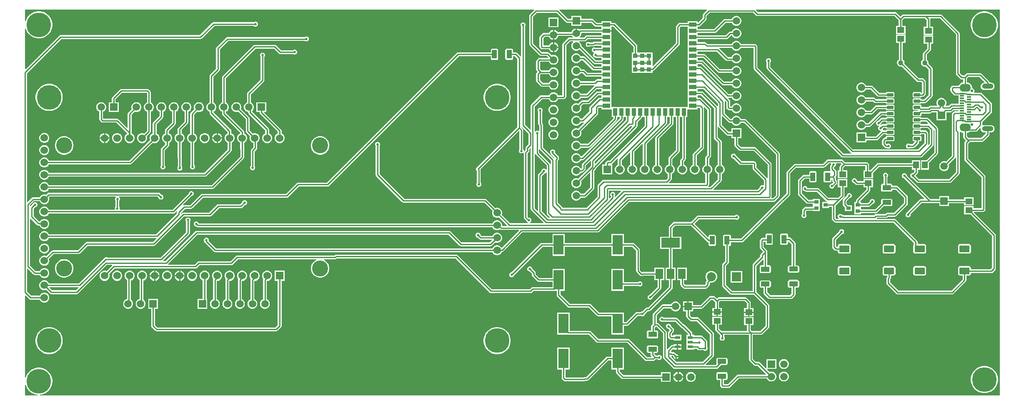
<source format=gbr>
G04*
G04 #@! TF.GenerationSoftware,Altium Limited,Altium Designer,23.1.1 (15)*
G04*
G04 Layer_Physical_Order=1*
G04 Layer_Color=255*
%FSLAX44Y44*%
%MOMM*%
G71*
G04*
G04 #@! TF.SameCoordinates,1587853A-9B19-4160-AC70-F3A7ED46FF3E*
G04*
G04*
G04 #@! TF.FilePolarity,Positive*
G04*
G01*
G75*
%ADD14C,0.2540*%
%ADD17R,0.9500X0.3000*%
G04:AMPARAMS|DCode=18|XSize=1.31mm|YSize=0.62mm|CornerRadius=0.0775mm|HoleSize=0mm|Usage=FLASHONLY|Rotation=180.000|XOffset=0mm|YOffset=0mm|HoleType=Round|Shape=RoundedRectangle|*
%AMROUNDEDRECTD18*
21,1,1.3100,0.4650,0,0,180.0*
21,1,1.1550,0.6200,0,0,180.0*
1,1,0.1550,-0.5775,0.2325*
1,1,0.1550,0.5775,0.2325*
1,1,0.1550,0.5775,-0.2325*
1,1,0.1550,-0.5775,-0.2325*
%
%ADD18ROUNDEDRECTD18*%
G04:AMPARAMS|DCode=19|XSize=2.1mm|YSize=1.38mm|CornerRadius=0.1035mm|HoleSize=0mm|Usage=FLASHONLY|Rotation=180.000|XOffset=0mm|YOffset=0mm|HoleType=Round|Shape=RoundedRectangle|*
%AMROUNDEDRECTD19*
21,1,2.1000,1.1730,0,0,180.0*
21,1,1.8930,1.3800,0,0,180.0*
1,1,0.2070,-0.9465,0.5865*
1,1,0.2070,0.9465,0.5865*
1,1,0.2070,0.9465,-0.5865*
1,1,0.2070,-0.9465,-0.5865*
%
%ADD19ROUNDEDRECTD19*%
%ADD20R,1.4500X1.1500*%
%ADD21R,1.1500X1.4500*%
G04:AMPARAMS|DCode=22|XSize=1.09mm|YSize=1.77mm|CornerRadius=0.0763mm|HoleSize=0mm|Usage=FLASHONLY|Rotation=90.000|XOffset=0mm|YOffset=0mm|HoleType=Round|Shape=RoundedRectangle|*
%AMROUNDEDRECTD22*
21,1,1.0900,1.6174,0,0,90.0*
21,1,0.9374,1.7700,0,0,90.0*
1,1,0.1526,0.8087,0.4687*
1,1,0.1526,0.8087,-0.4687*
1,1,0.1526,-0.8087,-0.4687*
1,1,0.1526,-0.8087,0.4687*
%
%ADD22ROUNDEDRECTD22*%
G04:AMPARAMS|DCode=23|XSize=0.94mm|YSize=1.77mm|CornerRadius=0.0658mm|HoleSize=0mm|Usage=FLASHONLY|Rotation=90.000|XOffset=0mm|YOffset=0mm|HoleType=Round|Shape=RoundedRectangle|*
%AMROUNDEDRECTD23*
21,1,0.9400,1.6384,0,0,90.0*
21,1,0.8084,1.7700,0,0,90.0*
1,1,0.1316,0.8192,0.4042*
1,1,0.1316,0.8192,-0.4042*
1,1,0.1316,-0.8192,-0.4042*
1,1,0.1316,-0.8192,0.4042*
%
%ADD23ROUNDEDRECTD23*%
%ADD24R,0.9000X0.7000*%
G04:AMPARAMS|DCode=25|XSize=0.94mm|YSize=1.77mm|CornerRadius=0.0658mm|HoleSize=0mm|Usage=FLASHONLY|Rotation=180.000|XOffset=0mm|YOffset=0mm|HoleType=Round|Shape=RoundedRectangle|*
%AMROUNDEDRECTD25*
21,1,0.9400,1.6384,0,0,180.0*
21,1,0.8084,1.7700,0,0,180.0*
1,1,0.1316,-0.4042,0.8192*
1,1,0.1316,0.4042,0.8192*
1,1,0.1316,0.4042,-0.8192*
1,1,0.1316,-0.4042,-0.8192*
%
%ADD25ROUNDEDRECTD25*%
G04:AMPARAMS|DCode=26|XSize=1.09mm|YSize=1.77mm|CornerRadius=0.0763mm|HoleSize=0mm|Usage=FLASHONLY|Rotation=180.000|XOffset=0mm|YOffset=0mm|HoleType=Round|Shape=RoundedRectangle|*
%AMROUNDEDRECTD26*
21,1,1.0900,1.6174,0,0,180.0*
21,1,0.9374,1.7700,0,0,180.0*
1,1,0.1526,-0.4687,0.8087*
1,1,0.1526,0.4687,0.8087*
1,1,0.1526,0.4687,-0.8087*
1,1,0.1526,-0.4687,-0.8087*
%
%ADD26ROUNDEDRECTD26*%
%ADD27R,0.9000X0.9000*%
%ADD28R,1.5000X0.9000*%
%ADD29R,0.9000X1.5000*%
%ADD30R,2.0000X4.0000*%
%ADD31R,1.1000X0.6000*%
%ADD32R,3.8000X2.0000*%
%ADD33R,1.5000X2.0000*%
%ADD66C,1.5000*%
%ADD67R,1.5000X1.5000*%
%ADD68C,5.0000*%
%ADD69R,1.5000X1.5000*%
%ADD70C,1.0300*%
%ADD71O,2.3000X1.6000*%
%ADD72O,2.3000X1.0000*%
%ADD73C,0.5500*%
%ADD74C,1.8500*%
%ADD75R,1.8500X1.8500*%
%ADD76C,1.5240*%
%ADD77C,3.2500*%
%ADD78C,1.5300*%
%ADD79R,1.5300X1.5300*%
%ADD80C,0.5000*%
G36*
X1394986Y793730D02*
X1387753Y786497D01*
X1386911Y785237D01*
X1386615Y783750D01*
Y777609D01*
X1377410Y768404D01*
X1376140Y768930D01*
Y770990D01*
X1356060D01*
Y767834D01*
X1339949D01*
X1338463Y767539D01*
X1337203Y766696D01*
X1334753Y764247D01*
X1333911Y762987D01*
X1333829Y762572D01*
X1333253Y761997D01*
X1332411Y760737D01*
X1332115Y759250D01*
Y726609D01*
X1285910Y680404D01*
X1284640Y680929D01*
Y693710D01*
Y707790D01*
X1253484D01*
Y720650D01*
X1253189Y722137D01*
X1252347Y723397D01*
X1209047Y766696D01*
X1207787Y767539D01*
X1206300Y767834D01*
X1201140D01*
Y770990D01*
X1181060D01*
Y767834D01*
X1171659D01*
X1164897Y774597D01*
X1163636Y775439D01*
X1162150Y775735D01*
X1139640D01*
Y781890D01*
X1119560D01*
Y775735D01*
X1113009D01*
X1095014Y793730D01*
X1095540Y795000D01*
X1394460D01*
X1394986Y793730D01*
D02*
G37*
G36*
X1181060Y742434D02*
X1151049D01*
X1149563Y742139D01*
X1148303Y741296D01*
X1144891Y737885D01*
X1137029D01*
X1136503Y739155D01*
X1137634Y740285D01*
X1138956Y742575D01*
X1139640Y745128D01*
Y747365D01*
X1181060D01*
Y742434D01*
D02*
G37*
G36*
Y729135D02*
X1165500D01*
X1164013Y728839D01*
X1162753Y727997D01*
X1162641Y727885D01*
X1157243D01*
X1156855Y728273D01*
X1155003Y729040D01*
X1152998D01*
X1151145Y728273D01*
X1149727Y726855D01*
X1148960Y725003D01*
Y722998D01*
X1149727Y721145D01*
X1151145Y719727D01*
X1152998Y718960D01*
X1155003D01*
X1156855Y719727D01*
X1157243Y720115D01*
X1164250D01*
X1165737Y720411D01*
X1166997Y721253D01*
X1167109Y721365D01*
X1181060D01*
Y717034D01*
X1168224D01*
X1167002Y717540D01*
X1164997D01*
X1163145Y716773D01*
X1161727Y715355D01*
X1160960Y713503D01*
Y711497D01*
X1161727Y709645D01*
X1163145Y708227D01*
X1164997Y707460D01*
X1165443D01*
X1165776Y706585D01*
X1165812Y706190D01*
X1164477Y704855D01*
X1163710Y703002D01*
Y700997D01*
X1164477Y699145D01*
X1165895Y697727D01*
X1167747Y696960D01*
X1168665D01*
X1168814Y696861D01*
X1170301Y696565D01*
X1181060D01*
Y691634D01*
X1169109D01*
X1139640Y721104D01*
Y722372D01*
X1138956Y724925D01*
X1137634Y727215D01*
X1136003Y728845D01*
X1136341Y730115D01*
X1146500D01*
X1147987Y730411D01*
X1149247Y731253D01*
X1152659Y734665D01*
X1181060D01*
Y729135D01*
D02*
G37*
G36*
X1123196Y728845D02*
X1121566Y727215D01*
X1120244Y724925D01*
X1119560Y722372D01*
Y719728D01*
X1120244Y717175D01*
X1121566Y714885D01*
X1123435Y713016D01*
X1125724Y711694D01*
X1128278Y711010D01*
X1130921D01*
X1133475Y711694D01*
X1135764Y713016D01*
X1136252Y713504D01*
X1164754Y685003D01*
X1166014Y684161D01*
X1167501Y683865D01*
X1181060D01*
Y678934D01*
X1166809D01*
X1147347Y698397D01*
X1146087Y699239D01*
X1144600Y699535D01*
X1138950D01*
X1137634Y701815D01*
X1135764Y703684D01*
X1133475Y705006D01*
X1130921Y705690D01*
X1128278D01*
X1125724Y705006D01*
X1123435Y703684D01*
X1121566Y701815D01*
X1120244Y699525D01*
X1119560Y696972D01*
Y694328D01*
X1120244Y691775D01*
X1121566Y689485D01*
X1123435Y687616D01*
X1125724Y686294D01*
X1128278Y685610D01*
X1130921D01*
X1133475Y686294D01*
X1135764Y687616D01*
X1137634Y689485D01*
X1138950Y691765D01*
X1142991D01*
X1162454Y672303D01*
X1163714Y671461D01*
X1165200Y671165D01*
X1181060D01*
Y666234D01*
X1152759D01*
X1146997Y671997D01*
X1145737Y672839D01*
X1144250Y673135D01*
X1139221D01*
X1138956Y674125D01*
X1137634Y676415D01*
X1135764Y678284D01*
X1133475Y679606D01*
X1130921Y680290D01*
X1128278D01*
X1125724Y679606D01*
X1123435Y678284D01*
X1121566Y676415D01*
X1120244Y674125D01*
X1119560Y671572D01*
Y668928D01*
X1120244Y666375D01*
X1121566Y664085D01*
X1123435Y662216D01*
X1125724Y660894D01*
X1128278Y660210D01*
X1130921D01*
X1133475Y660894D01*
X1135764Y662216D01*
X1137634Y664085D01*
X1138373Y665365D01*
X1142641D01*
X1148404Y659603D01*
X1149664Y658761D01*
X1151151Y658465D01*
X1181060D01*
Y653135D01*
X1172250D01*
X1170763Y652839D01*
X1169503Y651997D01*
X1166241Y648735D01*
X1138950D01*
X1137634Y651015D01*
X1135764Y652884D01*
X1133475Y654206D01*
X1130921Y654890D01*
X1128278D01*
X1125724Y654206D01*
X1123435Y652884D01*
X1121566Y651015D01*
X1120244Y648725D01*
X1119560Y646172D01*
Y643528D01*
X1120244Y640975D01*
X1121566Y638685D01*
X1123435Y636816D01*
X1125724Y635494D01*
X1128278Y634810D01*
X1130921D01*
X1133475Y635494D01*
X1135764Y636816D01*
X1137634Y638685D01*
X1138950Y640965D01*
X1166316D01*
X1166702Y639700D01*
X1166702Y639695D01*
X1150341Y623335D01*
X1138950D01*
X1137634Y625615D01*
X1135764Y627484D01*
X1133475Y628806D01*
X1130921Y629490D01*
X1128278D01*
X1125724Y628806D01*
X1123435Y627484D01*
X1121566Y625615D01*
X1120244Y623325D01*
X1119560Y620772D01*
Y618128D01*
X1120244Y615575D01*
X1121566Y613285D01*
X1123435Y611416D01*
X1125724Y610094D01*
X1128278Y609410D01*
X1130921D01*
X1133475Y610094D01*
X1135764Y611416D01*
X1137634Y613285D01*
X1138950Y615565D01*
X1151950D01*
X1153437Y615861D01*
X1154697Y616703D01*
X1171059Y633065D01*
X1181060D01*
Y628134D01*
X1172749D01*
X1171263Y627839D01*
X1170003Y626996D01*
X1152891Y609885D01*
X1141550D01*
X1140063Y609589D01*
X1138803Y608747D01*
X1133465Y603409D01*
X1130921Y604090D01*
X1128278D01*
X1125724Y603406D01*
X1123435Y602084D01*
X1121566Y600215D01*
X1120244Y597925D01*
X1119560Y595372D01*
Y592728D01*
X1120244Y590175D01*
X1121566Y587885D01*
X1123435Y586016D01*
X1125724Y584694D01*
X1128278Y584010D01*
X1130921D01*
X1133475Y584694D01*
X1135764Y586016D01*
X1137634Y587885D01*
X1138956Y590175D01*
X1139640Y592728D01*
Y595372D01*
X1138958Y597915D01*
X1143159Y602115D01*
X1154500D01*
X1155987Y602411D01*
X1157247Y603253D01*
X1174359Y620365D01*
X1181060D01*
Y615434D01*
X1177049D01*
X1175563Y615139D01*
X1174303Y614296D01*
X1157253Y597247D01*
X1156411Y595987D01*
X1156115Y594500D01*
Y587359D01*
X1141291Y572535D01*
X1138950D01*
X1137634Y574815D01*
X1135764Y576684D01*
X1133475Y578006D01*
X1130921Y578690D01*
X1128278D01*
X1125724Y578006D01*
X1123435Y576684D01*
X1121566Y574815D01*
X1120244Y572525D01*
X1119560Y569972D01*
Y567328D01*
X1120244Y564775D01*
X1121566Y562485D01*
X1123435Y560616D01*
X1125724Y559294D01*
X1128278Y558610D01*
X1130921D01*
X1133475Y559294D01*
X1135764Y560616D01*
X1137634Y562485D01*
X1138950Y564765D01*
X1142900D01*
X1144055Y564995D01*
X1144746Y563890D01*
X1133465Y552609D01*
X1130921Y553290D01*
X1128278D01*
X1125724Y552606D01*
X1123435Y551284D01*
X1121566Y549415D01*
X1120244Y547125D01*
X1119560Y544572D01*
Y541928D01*
X1120244Y539375D01*
X1121566Y537085D01*
X1123435Y535216D01*
X1125724Y533894D01*
X1128278Y533210D01*
X1130921D01*
X1133475Y533894D01*
X1135764Y535216D01*
X1137634Y537085D01*
X1138956Y539375D01*
X1139640Y541928D01*
Y544572D01*
X1138958Y547115D01*
X1172997Y581153D01*
X1173839Y582414D01*
X1174135Y583900D01*
Y593891D01*
X1175209Y594965D01*
X1181060D01*
Y591810D01*
X1201140D01*
X1201710Y590776D01*
Y576310D01*
X1204865D01*
Y573359D01*
X1153241Y521735D01*
X1138950D01*
X1137634Y524015D01*
X1135764Y525884D01*
X1133475Y527206D01*
X1130921Y527890D01*
X1128278D01*
X1125724Y527206D01*
X1123435Y525884D01*
X1121566Y524015D01*
X1120244Y521725D01*
X1119560Y519172D01*
Y516528D01*
X1120244Y513975D01*
X1121566Y511685D01*
X1123435Y509816D01*
X1125724Y508494D01*
X1128278Y507810D01*
X1130921D01*
X1133475Y508494D01*
X1135764Y509816D01*
X1137634Y511685D01*
X1138950Y513965D01*
X1154850D01*
X1156337Y514261D01*
X1157597Y515103D01*
X1211497Y569003D01*
X1212339Y570263D01*
X1212635Y571750D01*
Y576310D01*
X1218115D01*
Y573359D01*
X1141091Y496335D01*
X1138950D01*
X1137634Y498615D01*
X1135764Y500484D01*
X1133475Y501806D01*
X1130921Y502490D01*
X1128278D01*
X1125724Y501806D01*
X1123435Y500484D01*
X1121566Y498615D01*
X1120244Y496325D01*
X1119560Y493772D01*
Y491128D01*
X1120244Y488575D01*
X1121566Y486285D01*
X1123435Y484416D01*
X1125724Y483094D01*
X1128278Y482410D01*
X1130921D01*
X1133475Y483094D01*
X1135764Y484416D01*
X1137634Y486285D01*
X1138950Y488565D01*
X1142700D01*
X1144187Y488861D01*
X1145447Y489703D01*
X1224747Y569003D01*
X1225589Y570263D01*
X1225885Y571750D01*
Y576310D01*
X1230265D01*
Y569759D01*
X1142003Y481497D01*
X1141161Y480237D01*
X1140865Y478750D01*
Y472439D01*
X1139926Y471561D01*
X1138496Y471721D01*
X1137634Y473215D01*
X1135764Y475084D01*
X1133475Y476406D01*
X1130921Y477090D01*
X1128278D01*
X1125724Y476406D01*
X1123435Y475084D01*
X1121566Y473215D01*
X1120244Y470925D01*
X1119560Y468372D01*
Y465728D01*
X1120244Y463175D01*
X1121566Y460885D01*
X1123435Y459016D01*
X1125724Y457694D01*
X1128278Y457010D01*
X1130921D01*
X1133475Y457694D01*
X1135764Y459016D01*
X1137634Y460885D01*
X1138950Y463165D01*
X1141050D01*
X1142537Y463461D01*
X1143797Y464303D01*
X1147497Y468003D01*
X1148339Y469263D01*
X1148635Y470750D01*
Y477141D01*
X1157845Y486352D01*
X1159115Y485826D01*
Y476659D01*
X1133465Y451009D01*
X1130921Y451690D01*
X1128278D01*
X1125724Y451006D01*
X1123435Y449684D01*
X1121566Y447815D01*
X1120244Y445525D01*
X1119560Y442972D01*
Y440328D01*
X1120244Y437775D01*
X1121566Y435485D01*
X1123435Y433616D01*
X1125724Y432294D01*
X1128278Y431610D01*
X1130921D01*
X1133475Y432294D01*
X1135764Y433616D01*
X1137634Y435485D01*
X1138956Y437775D01*
X1139640Y440328D01*
Y442972D01*
X1138958Y445515D01*
X1156942Y463499D01*
X1158115Y463013D01*
Y432859D01*
X1145391Y420135D01*
X1138950D01*
X1137634Y422415D01*
X1135764Y424284D01*
X1133475Y425606D01*
X1130921Y426290D01*
X1128278D01*
X1125724Y425606D01*
X1123435Y424284D01*
X1121566Y422415D01*
X1120244Y420125D01*
X1119560Y417572D01*
Y414928D01*
X1120244Y412375D01*
X1121566Y410085D01*
X1123435Y408216D01*
X1125724Y406894D01*
X1128278Y406210D01*
X1130921D01*
X1133475Y406894D01*
X1135764Y408216D01*
X1137634Y410085D01*
X1138950Y412365D01*
X1147000D01*
X1148487Y412661D01*
X1149747Y413503D01*
X1164747Y428503D01*
X1165589Y429763D01*
X1165885Y431250D01*
Y467053D01*
X1169557Y470725D01*
X1170399Y471986D01*
X1170627Y473134D01*
X1252847Y555353D01*
X1253689Y556613D01*
X1253985Y558100D01*
Y565991D01*
X1261775Y573781D01*
X1262617Y575041D01*
X1262869Y576310D01*
X1268365D01*
Y558109D01*
X1197741Y487485D01*
X1194100D01*
X1192613Y487189D01*
X1191353Y486347D01*
X1189853Y484847D01*
X1189011Y483587D01*
X1188715Y482100D01*
Y479640D01*
X1182560D01*
Y459560D01*
X1202640D01*
Y479640D01*
X1202567D01*
X1202169Y480666D01*
X1202154Y480910D01*
X1213696Y492452D01*
X1214682Y491642D01*
X1214411Y491236D01*
X1214115Y489750D01*
Y478950D01*
X1211835Y477634D01*
X1209966Y475765D01*
X1208644Y473475D01*
X1207960Y470922D01*
Y468278D01*
X1208644Y465725D01*
X1209966Y463435D01*
X1211835Y461566D01*
X1214125Y460244D01*
X1216678Y459560D01*
X1219322D01*
X1221875Y460244D01*
X1224165Y461566D01*
X1226034Y463435D01*
X1227356Y465725D01*
X1228040Y468278D01*
Y470922D01*
X1227356Y473475D01*
X1226034Y475765D01*
X1224165Y477634D01*
X1221885Y478950D01*
Y488141D01*
X1238342Y504598D01*
X1239515Y504112D01*
Y478950D01*
X1237235Y477634D01*
X1235366Y475765D01*
X1234044Y473475D01*
X1233360Y470922D01*
Y468278D01*
X1234044Y465725D01*
X1235366Y463435D01*
X1237235Y461566D01*
X1239525Y460244D01*
X1242078Y459560D01*
X1244722D01*
X1247275Y460244D01*
X1249565Y461566D01*
X1251434Y463435D01*
X1252756Y465725D01*
X1253440Y468278D01*
Y470922D01*
X1252756Y473475D01*
X1251434Y475765D01*
X1249565Y477634D01*
X1247285Y478950D01*
Y505541D01*
X1263645Y521902D01*
X1264915Y521376D01*
Y478950D01*
X1262635Y477634D01*
X1260766Y475765D01*
X1259444Y473475D01*
X1258760Y470922D01*
Y468278D01*
X1259444Y465725D01*
X1260766Y463435D01*
X1262635Y461566D01*
X1264925Y460244D01*
X1267478Y459560D01*
X1270122D01*
X1272675Y460244D01*
X1274965Y461566D01*
X1276834Y463435D01*
X1278156Y465725D01*
X1278840Y468278D01*
Y470922D01*
X1278156Y473475D01*
X1276834Y475765D01*
X1274965Y477634D01*
X1272685Y478950D01*
Y521191D01*
X1313097Y561603D01*
X1313939Y562863D01*
X1314235Y564350D01*
Y576310D01*
X1319165D01*
Y564159D01*
X1291453Y536447D01*
X1290611Y535187D01*
X1290315Y533700D01*
Y478950D01*
X1288035Y477634D01*
X1286166Y475765D01*
X1284844Y473475D01*
X1284160Y470922D01*
Y468278D01*
X1284844Y465725D01*
X1286166Y463435D01*
X1288035Y461566D01*
X1290325Y460244D01*
X1292878Y459560D01*
X1295522D01*
X1298075Y460244D01*
X1300365Y461566D01*
X1302234Y463435D01*
X1303556Y465725D01*
X1304240Y468278D01*
Y470922D01*
X1303556Y473475D01*
X1302234Y475765D01*
X1300365Y477634D01*
X1298085Y478950D01*
Y532091D01*
X1325797Y559803D01*
X1326639Y561063D01*
X1326935Y562550D01*
Y576310D01*
X1331865D01*
Y508609D01*
X1318103Y494847D01*
X1317261Y493587D01*
X1316965Y492100D01*
Y479288D01*
X1315725Y478956D01*
X1313435Y477634D01*
X1311566Y475765D01*
X1310244Y473475D01*
X1309560Y470922D01*
Y468278D01*
X1310244Y465725D01*
X1311566Y463435D01*
X1313435Y461566D01*
X1315715Y460250D01*
Y451959D01*
X1312141Y448385D01*
X1185250D01*
X1183763Y448089D01*
X1182503Y447247D01*
X1174003Y438747D01*
X1173161Y437487D01*
X1172865Y436000D01*
Y414359D01*
X1150141Y391635D01*
X1101659D01*
X1101589Y391987D01*
X1100747Y393247D01*
X1091885Y402109D01*
Y487141D01*
X1093445Y488701D01*
X1094287Y489961D01*
X1094583Y491448D01*
Y493552D01*
X1094287Y495039D01*
X1093445Y496299D01*
X1086161Y503583D01*
X1086540Y504497D01*
Y506502D01*
X1085773Y508355D01*
X1084355Y509773D01*
X1082503Y510540D01*
X1080498D01*
X1078645Y509773D01*
X1077227Y508355D01*
X1076460Y506502D01*
Y504497D01*
X1077227Y502645D01*
X1077415Y502458D01*
X1077588Y501586D01*
X1078430Y500326D01*
X1085402Y493354D01*
X1085331Y493022D01*
X1084959Y492752D01*
X1083933Y492561D01*
X1061885Y514609D01*
Y560560D01*
X1061589Y562047D01*
X1060747Y563307D01*
X1060135Y563919D01*
Y586757D01*
X1060523Y587145D01*
X1061290Y588997D01*
Y591003D01*
X1060523Y592855D01*
X1059105Y594273D01*
X1057253Y595040D01*
X1055247D01*
X1053395Y594273D01*
X1051977Y592855D01*
X1051210Y591003D01*
Y588997D01*
X1051977Y587145D01*
X1052365Y586757D01*
Y562310D01*
X1052661Y560823D01*
X1053503Y559563D01*
X1054115Y558951D01*
Y547922D01*
X1052942Y547436D01*
X1052855Y547523D01*
X1051003Y548290D01*
X1048997D01*
X1047145Y547523D01*
X1046155Y546532D01*
X1044885Y547058D01*
Y597391D01*
X1060059Y612565D01*
X1073999D01*
X1075316Y610285D01*
X1077185Y608416D01*
X1079474Y607094D01*
X1082028Y606410D01*
X1084671D01*
X1087225Y607094D01*
X1089514Y608416D01*
X1091384Y610285D01*
X1092700Y612565D01*
X1103762D01*
X1105249Y612861D01*
X1106509Y613703D01*
X1107997Y615191D01*
X1108839Y616451D01*
X1109135Y617938D01*
Y721891D01*
X1117359Y730115D01*
X1122859D01*
X1123196Y728845D01*
D02*
G37*
G36*
X1356060Y744210D02*
Y731510D01*
Y718810D01*
Y706110D01*
Y693410D01*
Y680710D01*
Y668010D01*
Y655310D01*
Y642610D01*
Y629910D01*
Y617210D01*
Y604510D01*
Y597424D01*
X1355490Y596390D01*
X1201710D01*
X1201140Y597424D01*
Y604510D01*
Y617210D01*
Y629910D01*
Y642610D01*
Y655310D01*
Y668010D01*
Y680710D01*
Y693410D01*
Y706110D01*
Y718810D01*
Y731510D01*
Y744210D01*
Y749980D01*
X1191100D01*
Y752520D01*
X1201140D01*
Y760065D01*
X1204691D01*
X1245715Y719041D01*
Y707790D01*
X1242560D01*
Y693710D01*
Y679710D01*
Y665710D01*
X1284640D01*
Y669581D01*
X1285909Y669833D01*
X1287169Y670675D01*
X1338747Y722253D01*
X1339589Y723513D01*
X1339885Y725000D01*
Y757641D01*
X1340247Y758003D01*
X1341089Y759263D01*
X1341171Y759678D01*
X1341559Y760065D01*
X1356060D01*
Y744210D01*
D02*
G37*
G36*
X1990000Y10000D02*
X40396D01*
X40296Y11270D01*
X44199Y11888D01*
X48322Y13228D01*
X52184Y15196D01*
X55691Y17744D01*
X58756Y20809D01*
X61304Y24316D01*
X63272Y28178D01*
X64612Y32301D01*
X65290Y36583D01*
Y40918D01*
X64612Y45199D01*
X63272Y49322D01*
X61304Y53184D01*
X58756Y56691D01*
X55691Y59756D01*
X52184Y62304D01*
X48322Y64272D01*
X44199Y65612D01*
X39917Y66290D01*
X35582D01*
X31301Y65612D01*
X27178Y64272D01*
X23316Y62304D01*
X19809Y59756D01*
X16744Y56691D01*
X14196Y53184D01*
X12228Y49322D01*
X11270Y46374D01*
X10000Y46575D01*
Y212347D01*
X11173Y212833D01*
X17943Y206063D01*
X19204Y205221D01*
X20690Y204925D01*
X39333D01*
X39343Y204888D01*
X40680Y202572D01*
X42572Y200680D01*
X44889Y199342D01*
X47473Y198650D01*
X50148D01*
X52732Y199342D01*
X55048Y200680D01*
X56940Y202572D01*
X58278Y204888D01*
X58970Y207472D01*
Y210147D01*
X58278Y212731D01*
X56940Y215048D01*
X55048Y216940D01*
X52732Y218277D01*
X50148Y218970D01*
X47473D01*
X44889Y218277D01*
X42572Y216940D01*
X40680Y215048D01*
X39343Y212731D01*
X39333Y212694D01*
X22299D01*
X13635Y221359D01*
Y267712D01*
X14808Y268198D01*
X26943Y256063D01*
X28204Y255221D01*
X29690Y254925D01*
X39333D01*
X39343Y254888D01*
X40680Y252571D01*
X42572Y250680D01*
X44889Y249342D01*
X47473Y248650D01*
X50148D01*
X52732Y249342D01*
X55048Y250680D01*
X56940Y252571D01*
X58278Y254888D01*
X58970Y257472D01*
Y260147D01*
X58278Y262731D01*
X56940Y265048D01*
X55048Y266940D01*
X52732Y268277D01*
X50148Y268970D01*
X47473D01*
X44889Y268277D01*
X42572Y266940D01*
X40680Y265048D01*
X39343Y262731D01*
X39333Y262694D01*
X31299D01*
X19885Y274109D01*
Y369326D01*
X21155Y369852D01*
X34633Y356373D01*
X35893Y355531D01*
X37380Y355235D01*
X39249D01*
X39343Y354888D01*
X40680Y352571D01*
X42572Y350680D01*
X44889Y349342D01*
X47473Y348649D01*
X50148D01*
X52732Y349342D01*
X55048Y350680D01*
X56940Y352571D01*
X58278Y354888D01*
X58970Y357472D01*
Y360147D01*
X58278Y362731D01*
X56940Y365048D01*
X55048Y366940D01*
X52732Y368277D01*
X50148Y368969D01*
X47473D01*
X44889Y368277D01*
X42572Y366940D01*
X40680Y365048D01*
X39942Y363770D01*
X38395Y363599D01*
X27135Y374859D01*
Y390141D01*
X29704Y392710D01*
X31003D01*
X32855Y393477D01*
X34273Y394895D01*
X35040Y396748D01*
Y398753D01*
X34273Y400605D01*
X32855Y402023D01*
X31003Y402790D01*
X28997D01*
X27145Y402023D01*
X25727Y400605D01*
X25102Y399096D01*
X21155Y395148D01*
X19885Y395674D01*
Y397141D01*
X27859Y405115D01*
X39282D01*
X39343Y404888D01*
X40680Y402572D01*
X42572Y400680D01*
X44889Y399342D01*
X47473Y398650D01*
X50148D01*
X52732Y399342D01*
X55048Y400680D01*
X56940Y402572D01*
X58278Y404888D01*
X58970Y407472D01*
Y410148D01*
X58278Y412732D01*
X58259Y412765D01*
X59859Y414365D01*
X193692D01*
X194218Y413095D01*
X193227Y412105D01*
X192460Y410252D01*
Y408247D01*
X193227Y406395D01*
X193365Y406257D01*
Y393493D01*
X192977Y393105D01*
X192210Y391253D01*
Y389248D01*
X192416Y388750D01*
X191710Y387694D01*
X58288D01*
X58278Y387731D01*
X56940Y390048D01*
X55048Y391940D01*
X52732Y393277D01*
X50148Y393970D01*
X47473D01*
X44889Y393277D01*
X42572Y391940D01*
X40680Y390048D01*
X39343Y387731D01*
X38650Y385147D01*
Y382472D01*
X39343Y379888D01*
X40680Y377571D01*
X42572Y375680D01*
X44889Y374342D01*
X47473Y373650D01*
X50148D01*
X52732Y374342D01*
X55048Y375680D01*
X56940Y377571D01*
X58278Y379888D01*
X58288Y379925D01*
X311060D01*
X312546Y380221D01*
X313807Y381063D01*
X317544Y384800D01*
X318529Y384148D01*
X318591Y384052D01*
X318305Y382614D01*
Y379799D01*
X276201Y337695D01*
X58288D01*
X58278Y337732D01*
X56940Y340048D01*
X55048Y341940D01*
X52732Y343278D01*
X50148Y343970D01*
X47473D01*
X44889Y343278D01*
X42572Y341940D01*
X40680Y340048D01*
X39343Y337732D01*
X38650Y335147D01*
Y332472D01*
X39343Y329888D01*
X40680Y327571D01*
X42572Y325680D01*
X44889Y324342D01*
X47473Y323650D01*
X50148D01*
X52732Y324342D01*
X55048Y325680D01*
X56940Y327571D01*
X58278Y329888D01*
X58288Y329925D01*
X276135D01*
X276661Y328655D01*
X269891Y321885D01*
X135250D01*
X133763Y321589D01*
X132503Y320747D01*
X116891Y305135D01*
X66250D01*
X64764Y304839D01*
X63503Y303997D01*
X52765Y293258D01*
X52732Y293278D01*
X50148Y293970D01*
X47473D01*
X44889Y293278D01*
X42572Y291940D01*
X40680Y290048D01*
X39343Y287732D01*
X38650Y285147D01*
Y282472D01*
X39343Y279888D01*
X40680Y277572D01*
X42572Y275680D01*
X44889Y274342D01*
X47473Y273650D01*
X50148D01*
X52732Y274342D01*
X55048Y275680D01*
X56940Y277572D01*
X58278Y279888D01*
X58970Y282472D01*
Y285147D01*
X58278Y287732D01*
X58259Y287765D01*
X67859Y297365D01*
X118500D01*
X119987Y297661D01*
X121247Y298503D01*
X136859Y314115D01*
X271500D01*
X272987Y314411D01*
X274247Y315253D01*
X332859Y373865D01*
X385250D01*
X386737Y374161D01*
X387997Y375003D01*
X403859Y390865D01*
X448500D01*
X449987Y391161D01*
X451247Y392003D01*
X456204Y396960D01*
X456753D01*
X458605Y397727D01*
X460023Y399145D01*
X460790Y400998D01*
Y403003D01*
X460023Y404855D01*
X458605Y406273D01*
X456753Y407040D01*
X454748D01*
X452895Y406273D01*
X451477Y404855D01*
X450710Y403003D01*
Y402454D01*
X446891Y398635D01*
X402250D01*
X400763Y398339D01*
X399503Y397497D01*
X383641Y381635D01*
X331250D01*
X329763Y381339D01*
X328503Y380497D01*
X327345Y379338D01*
X326231Y379799D01*
X326108Y381038D01*
X334435Y389365D01*
X347000D01*
X348487Y389661D01*
X349747Y390503D01*
X371359Y412115D01*
X541500D01*
X542987Y412411D01*
X544247Y413253D01*
X565859Y434865D01*
X624500D01*
X625987Y435161D01*
X627247Y436003D01*
X891169Y699926D01*
X956108D01*
Y695618D01*
X956356Y694370D01*
X957063Y693313D01*
X958120Y692606D01*
X959368Y692357D01*
X967452D01*
X968700Y692606D01*
X969758Y693313D01*
X970465Y694370D01*
X970713Y695618D01*
Y712002D01*
X970465Y713250D01*
X969758Y714308D01*
X968700Y715015D01*
X967452Y715263D01*
X959368D01*
X958120Y715015D01*
X957063Y714308D01*
X956356Y713250D01*
X956108Y712002D01*
Y707695D01*
X889560D01*
X888074Y707399D01*
X886813Y706557D01*
X622891Y442635D01*
X564250D01*
X562763Y442339D01*
X561503Y441497D01*
X539891Y419885D01*
X369750D01*
X368263Y419589D01*
X367003Y418747D01*
X345391Y397135D01*
X332826D01*
X331388Y396849D01*
X331292Y396911D01*
X330640Y397896D01*
X347954Y415210D01*
X348503D01*
X350355Y415977D01*
X351773Y417395D01*
X352540Y419248D01*
Y421253D01*
X351773Y423105D01*
X350355Y424523D01*
X348503Y425290D01*
X346497D01*
X344645Y424523D01*
X343227Y423105D01*
X342460Y421253D01*
Y420704D01*
X309451Y387694D01*
X202790D01*
X202084Y388750D01*
X202290Y389248D01*
Y391253D01*
X201523Y393105D01*
X201135Y393493D01*
Y405757D01*
X201773Y406395D01*
X202540Y408247D01*
Y410252D01*
X201773Y412105D01*
X200782Y413095D01*
X201308Y414365D01*
X279391D01*
X280960Y412796D01*
Y412248D01*
X281727Y410395D01*
X283145Y408977D01*
X284998Y408210D01*
X287003D01*
X288855Y408977D01*
X290273Y410395D01*
X291040Y412248D01*
Y414253D01*
X290273Y416105D01*
X288855Y417523D01*
X287003Y418290D01*
X286454D01*
X283747Y420997D01*
X282487Y421839D01*
X281000Y422135D01*
X58250D01*
X56764Y421839D01*
X55503Y420997D01*
X52765Y418258D01*
X52732Y418278D01*
X50148Y418970D01*
X47473D01*
X44889Y418278D01*
X42572Y416940D01*
X40680Y415048D01*
X39431Y412885D01*
X26250D01*
X24763Y412589D01*
X23503Y411747D01*
X14808Y403052D01*
X13635Y403538D01*
Y665391D01*
X83109Y734865D01*
X366500D01*
X367987Y735161D01*
X369247Y736003D01*
X394609Y761365D01*
X474507D01*
X474895Y760977D01*
X476748Y760210D01*
X478753D01*
X480605Y760977D01*
X482023Y762395D01*
X482790Y764248D01*
Y766253D01*
X482023Y768105D01*
X480605Y769523D01*
X478753Y770290D01*
X476748D01*
X474895Y769523D01*
X474507Y769135D01*
X393000D01*
X391513Y768839D01*
X390253Y767997D01*
X364891Y742635D01*
X81500D01*
X80013Y742339D01*
X78753Y741497D01*
X11173Y673917D01*
X10000Y674403D01*
Y755925D01*
X11270Y756126D01*
X12228Y753178D01*
X14196Y749316D01*
X16744Y745809D01*
X19809Y742744D01*
X23316Y740196D01*
X27178Y738228D01*
X31301Y736888D01*
X35582Y736210D01*
X39917D01*
X44199Y736888D01*
X48322Y738228D01*
X52184Y740196D01*
X55691Y742744D01*
X58756Y745809D01*
X61304Y749316D01*
X63272Y753178D01*
X64612Y757301D01*
X65290Y761583D01*
Y765918D01*
X64612Y770199D01*
X63272Y774322D01*
X61304Y778184D01*
X58756Y781691D01*
X55691Y784756D01*
X52184Y787304D01*
X48322Y789272D01*
X44199Y790612D01*
X39917Y791290D01*
X35582D01*
X31301Y790612D01*
X27178Y789272D01*
X23316Y787304D01*
X19809Y784756D01*
X16744Y781691D01*
X14196Y778184D01*
X12228Y774322D01*
X11270Y771374D01*
X10000Y771575D01*
Y795000D01*
X1043710D01*
X1044236Y793730D01*
X1035003Y784497D01*
X1034161Y783237D01*
X1033865Y781750D01*
Y724750D01*
X1034161Y723263D01*
X1035003Y722003D01*
X1055503Y701503D01*
X1056763Y700661D01*
X1058250Y700365D01*
X1070141D01*
X1072798Y697708D01*
X1072312Y696535D01*
X1057042D01*
X1057039Y696537D01*
X1055552Y696833D01*
X1054065Y696537D01*
X1052805Y695695D01*
X1049253Y692143D01*
X1048411Y690882D01*
X1048115Y689396D01*
Y672899D01*
X1048411Y671413D01*
X1049253Y670153D01*
X1051081Y668325D01*
X1049253Y666497D01*
X1048411Y665237D01*
X1048115Y663750D01*
Y649750D01*
X1048411Y648263D01*
X1049253Y647003D01*
X1057153Y639103D01*
X1058414Y638261D01*
X1059900Y637965D01*
X1073999D01*
X1075316Y635685D01*
X1077185Y633816D01*
X1079474Y632494D01*
X1082028Y631810D01*
X1084671D01*
X1087225Y632494D01*
X1089514Y633816D01*
X1091384Y635685D01*
X1092706Y637975D01*
X1093390Y640528D01*
Y643172D01*
X1092706Y645725D01*
X1091384Y648015D01*
X1089514Y649884D01*
X1087225Y651206D01*
X1084671Y651890D01*
X1082028D01*
X1079474Y651206D01*
X1077185Y649884D01*
X1075316Y648015D01*
X1073999Y645734D01*
X1061509D01*
X1055885Y651359D01*
Y662141D01*
X1057109Y663365D01*
X1073999D01*
X1075316Y661085D01*
X1077185Y659216D01*
X1079474Y657894D01*
X1082028Y657210D01*
X1084671D01*
X1087225Y657894D01*
X1089514Y659216D01*
X1091384Y661085D01*
X1092706Y663374D01*
X1093390Y665928D01*
Y668572D01*
X1092706Y671125D01*
X1091384Y673415D01*
X1089514Y675284D01*
X1087225Y676606D01*
X1084671Y677290D01*
X1082028D01*
X1079474Y676606D01*
X1077185Y675284D01*
X1075316Y673415D01*
X1073999Y671134D01*
X1059109D01*
X1057298Y672946D01*
X1056997Y673396D01*
X1055885Y674509D01*
Y687787D01*
X1056863Y688765D01*
X1073999D01*
X1075316Y686485D01*
X1077185Y684616D01*
X1079474Y683294D01*
X1082028Y682610D01*
X1084671D01*
X1087225Y683294D01*
X1089514Y684616D01*
X1091384Y686485D01*
X1092706Y688774D01*
X1093390Y691328D01*
Y693972D01*
X1092706Y696525D01*
X1091384Y698814D01*
X1089514Y700684D01*
X1087225Y702006D01*
X1084671Y702690D01*
X1082028D01*
X1079485Y702008D01*
X1074496Y706997D01*
X1073236Y707839D01*
X1071749Y708135D01*
X1059859D01*
X1041635Y726359D01*
Y780141D01*
X1049609Y788115D01*
X1089641D01*
X1108653Y769103D01*
X1109913Y768261D01*
X1111400Y767965D01*
X1119560D01*
Y761810D01*
X1139640D01*
Y767965D01*
X1160541D01*
X1167304Y761203D01*
X1168564Y760361D01*
X1170050Y760065D01*
X1181060D01*
Y755134D01*
X1137771D01*
X1136284Y754838D01*
X1135759Y754487D01*
X1133475Y755806D01*
X1130921Y756490D01*
X1130870D01*
Y746450D01*
X1128330D01*
Y756490D01*
X1128278D01*
X1125724Y755806D01*
X1123435Y754484D01*
X1121566Y752615D01*
X1120244Y750325D01*
X1119845Y748835D01*
X1091834D01*
X1091384Y749614D01*
X1089514Y751484D01*
X1087225Y752806D01*
X1084671Y753490D01*
X1084620D01*
Y743450D01*
Y733410D01*
X1084671D01*
X1087225Y734094D01*
X1089514Y735416D01*
X1091384Y737285D01*
X1092706Y739575D01*
X1093105Y741065D01*
X1121115D01*
X1121566Y740285D01*
X1122697Y739155D01*
X1122170Y737885D01*
X1115750D01*
X1114263Y737589D01*
X1113003Y736747D01*
X1102503Y726247D01*
X1101661Y724987D01*
X1101365Y723500D01*
Y620335D01*
X1092700D01*
X1091384Y622615D01*
X1089514Y624484D01*
X1087225Y625806D01*
X1084671Y626490D01*
X1082028D01*
X1079474Y625806D01*
X1077185Y624484D01*
X1075316Y622615D01*
X1073999Y620335D01*
X1058450D01*
X1056963Y620039D01*
X1055703Y619197D01*
X1038253Y601747D01*
X1037411Y600487D01*
X1037115Y599000D01*
Y550609D01*
X1036465Y550253D01*
X1035845Y550148D01*
X1025385Y560609D01*
Y760257D01*
X1025773Y760645D01*
X1026540Y762497D01*
Y764502D01*
X1025773Y766355D01*
X1024355Y767773D01*
X1022503Y768540D01*
X1020498D01*
X1018645Y767773D01*
X1017227Y766355D01*
X1016460Y764502D01*
Y762497D01*
X1017227Y760645D01*
X1017615Y760257D01*
Y699735D01*
X1016345Y699350D01*
X1016247Y699497D01*
X1009187Y706557D01*
X1007926Y707399D01*
X1006440Y707695D01*
X1001515D01*
Y711897D01*
X1001259Y713186D01*
X1000529Y714278D01*
X999436Y715008D01*
X998148Y715265D01*
X988773D01*
X987485Y715008D01*
X986392Y714278D01*
X985662Y713186D01*
X985406Y711897D01*
Y695723D01*
X985662Y694434D01*
X986392Y693342D01*
X987485Y692612D01*
X988773Y692355D01*
X998148D01*
X999436Y692612D01*
X1000529Y693342D01*
X1001259Y694434D01*
X1001515Y695723D01*
Y699926D01*
X1004831D01*
X1009615Y695141D01*
Y555609D01*
X927003Y472997D01*
X926161Y471737D01*
X925865Y470250D01*
X926161Y468763D01*
X927003Y467503D01*
X927615Y466891D01*
Y442493D01*
X927227Y442105D01*
X926460Y440252D01*
Y438247D01*
X927227Y436395D01*
X928645Y434977D01*
X930498Y434210D01*
X932503D01*
X934355Y434977D01*
X935773Y436395D01*
X936540Y438247D01*
Y440252D01*
X935773Y442105D01*
X935385Y442493D01*
Y468500D01*
X935089Y469987D01*
X935045Y470052D01*
X1012845Y547852D01*
X1014115Y547326D01*
Y510493D01*
X1013727Y510105D01*
X1012960Y508252D01*
Y506247D01*
X1013727Y504395D01*
X1015145Y502977D01*
X1016998Y502210D01*
X1019003D01*
X1020855Y502977D01*
X1021595Y503718D01*
X1022865Y503192D01*
Y371750D01*
X1023161Y370263D01*
X1024003Y369003D01*
X1028753Y364253D01*
X1028917Y364143D01*
X1029227Y363395D01*
X1030645Y361977D01*
X1032028Y361405D01*
X1031775Y360135D01*
X995579D01*
X978259Y377455D01*
X978278Y377488D01*
X978970Y380072D01*
Y382747D01*
X978278Y385332D01*
X976940Y387648D01*
X975049Y389540D01*
X972732Y390878D01*
X970148Y391570D01*
X967473D01*
X964889Y390878D01*
X964856Y390858D01*
X946967Y408747D01*
X945707Y409589D01*
X944220Y409885D01*
X779859D01*
X729885Y459859D01*
Y517257D01*
X730273Y517645D01*
X731040Y519497D01*
Y521502D01*
X730273Y523355D01*
X728855Y524773D01*
X727002Y525540D01*
X724997D01*
X723145Y524773D01*
X721727Y523355D01*
X720960Y521502D01*
Y519497D01*
X721727Y517645D01*
X722115Y517257D01*
Y458250D01*
X722411Y456763D01*
X723253Y455503D01*
X775503Y403253D01*
X776763Y402411D01*
X778250Y402115D01*
X942611D01*
X959362Y385365D01*
X959343Y385332D01*
X958650Y382747D01*
Y380072D01*
X959343Y377488D01*
X960680Y375172D01*
X962572Y373280D01*
X964889Y371942D01*
X967473Y371250D01*
X970148D01*
X972732Y371942D01*
X972765Y371962D01*
X989169Y355558D01*
X988682Y354385D01*
X979191D01*
X978970Y354672D01*
Y357347D01*
X978278Y359932D01*
X976940Y362248D01*
X975049Y364140D01*
X972732Y365478D01*
X970148Y366170D01*
X967473D01*
X964889Y365478D01*
X962572Y364140D01*
X960680Y362248D01*
X959343Y359932D01*
X959333Y359895D01*
X362481D01*
X361773Y361605D01*
X360355Y363023D01*
X358503Y363790D01*
X356497D01*
X354645Y363023D01*
X353227Y361605D01*
X352460Y359753D01*
Y357747D01*
X353227Y355895D01*
X354645Y354477D01*
X356497Y353710D01*
X357046D01*
X357493Y353263D01*
X358754Y352421D01*
X360240Y352125D01*
X959333D01*
X959343Y352088D01*
X960680Y349772D01*
X962572Y347880D01*
X964889Y346542D01*
X967473Y345850D01*
X970148D01*
X972732Y346542D01*
X974331Y347466D01*
X975162Y346911D01*
X976648Y346615D01*
X1012712D01*
X1013198Y345442D01*
X978507Y310750D01*
X977248Y310916D01*
X976940Y311448D01*
X975049Y313340D01*
X972732Y314678D01*
X970148Y315370D01*
X967473D01*
X964889Y314678D01*
X962572Y313340D01*
X960680Y311448D01*
X959343Y309132D01*
X959333Y309095D01*
X397399D01*
X382838Y323656D01*
X383290Y324748D01*
Y326753D01*
X382523Y328605D01*
X381105Y330023D01*
X379253Y330790D01*
X377248D01*
X375395Y330023D01*
X373977Y328605D01*
X373210Y326753D01*
Y324748D01*
X373977Y322895D01*
X373978Y322895D01*
X374213Y321711D01*
X375055Y320451D01*
X393043Y302463D01*
X394304Y301621D01*
X395790Y301325D01*
X959333D01*
X959343Y301288D01*
X960680Y298972D01*
X962572Y297080D01*
X964889Y295742D01*
X967473Y295050D01*
X970148D01*
X972732Y295742D01*
X975049Y297080D01*
X976940Y298972D01*
X978278Y301288D01*
X978366Y301618D01*
X978752D01*
X980239Y301913D01*
X981499Y302756D01*
X1020109Y341365D01*
X1173250D01*
X1174737Y341661D01*
X1175997Y342503D01*
X1237109Y403615D01*
X1530750D01*
X1532237Y403911D01*
X1533497Y404753D01*
X1541747Y413003D01*
X1542589Y414263D01*
X1542885Y415750D01*
Y501500D01*
X1542589Y502987D01*
X1541747Y504247D01*
X1474747Y571247D01*
X1473487Y572089D01*
X1472000Y572384D01*
X1464200D01*
X1462884Y574664D01*
X1461015Y576534D01*
X1458725Y577856D01*
X1456172Y578540D01*
X1453528D01*
X1450975Y577856D01*
X1448685Y576534D01*
X1446816Y574664D01*
X1445500Y572384D01*
X1443059D01*
X1431235Y584209D01*
Y607600D01*
X1431092Y608318D01*
X1432262Y608944D01*
X1434465Y606741D01*
Y595850D01*
X1434761Y594363D01*
X1435603Y593103D01*
X1437553Y591153D01*
X1438813Y590311D01*
X1440300Y590015D01*
X1445500D01*
X1446816Y587735D01*
X1448685Y585866D01*
X1450975Y584544D01*
X1453528Y583860D01*
X1456172D01*
X1458725Y584544D01*
X1461015Y585866D01*
X1462884Y587735D01*
X1464206Y590024D01*
X1464890Y592578D01*
Y595222D01*
X1464206Y597775D01*
X1462884Y600065D01*
X1461015Y601934D01*
X1458725Y603256D01*
X1456172Y603940D01*
X1453528D01*
X1450975Y603256D01*
X1448685Y601934D01*
X1446816Y600065D01*
X1445500Y597785D01*
X1442235D01*
Y608350D01*
X1441939Y609837D01*
X1441097Y611097D01*
X1438048Y614145D01*
X1438574Y615415D01*
X1445500D01*
X1446816Y613135D01*
X1448685Y611266D01*
X1450975Y609944D01*
X1453528Y609260D01*
X1456172D01*
X1458725Y609944D01*
X1461015Y611266D01*
X1462884Y613135D01*
X1464206Y615424D01*
X1464890Y617978D01*
Y620622D01*
X1464206Y623175D01*
X1462884Y625465D01*
X1461015Y627334D01*
X1458725Y628656D01*
X1456172Y629340D01*
X1453528D01*
X1450975Y628656D01*
X1448685Y627334D01*
X1446816Y625465D01*
X1445500Y623185D01*
X1438759D01*
X1384147Y677796D01*
X1382887Y678639D01*
X1381400Y678934D01*
X1376140D01*
Y683865D01*
X1383091D01*
X1425003Y641953D01*
X1426263Y641111D01*
X1427750Y640815D01*
X1445500D01*
X1446816Y638535D01*
X1448685Y636666D01*
X1450975Y635344D01*
X1453528Y634660D01*
X1456172D01*
X1458725Y635344D01*
X1461015Y636666D01*
X1462884Y638535D01*
X1464206Y640825D01*
X1464890Y643378D01*
Y646022D01*
X1464206Y648575D01*
X1462884Y650864D01*
X1461015Y652734D01*
X1458725Y654056D01*
X1456172Y654740D01*
X1453528D01*
X1450975Y654056D01*
X1448685Y652734D01*
X1446816Y650864D01*
X1445500Y648585D01*
X1429359D01*
X1387447Y690496D01*
X1386187Y691339D01*
X1384700Y691634D01*
X1376140D01*
Y696565D01*
X1387391D01*
X1416603Y667353D01*
X1417863Y666511D01*
X1419350Y666215D01*
X1445500D01*
X1446816Y663935D01*
X1448685Y662066D01*
X1450975Y660744D01*
X1453528Y660060D01*
X1456172D01*
X1458725Y660744D01*
X1461015Y662066D01*
X1462884Y663935D01*
X1464206Y666225D01*
X1464890Y668778D01*
Y671422D01*
X1464206Y673975D01*
X1462884Y676264D01*
X1461015Y678134D01*
X1458725Y679456D01*
X1456172Y680140D01*
X1453528D01*
X1450975Y679456D01*
X1448685Y678134D01*
X1446816Y676264D01*
X1445500Y673985D01*
X1420959D01*
X1391747Y703196D01*
X1390487Y704038D01*
X1389000Y704334D01*
X1376140D01*
Y709265D01*
X1415441D01*
X1433353Y691353D01*
X1434613Y690511D01*
X1436100Y690215D01*
X1446308D01*
X1446816Y689335D01*
X1448685Y687466D01*
X1450975Y686144D01*
X1453528Y685460D01*
X1456172D01*
X1458725Y686144D01*
X1461015Y687466D01*
X1462884Y689335D01*
X1464206Y691625D01*
X1464890Y694178D01*
Y696822D01*
X1464206Y699375D01*
X1462884Y701665D01*
X1461015Y703534D01*
X1458725Y704856D01*
X1456172Y705540D01*
X1453528D01*
X1450975Y704856D01*
X1448685Y703534D01*
X1446816Y701665D01*
X1445494Y699375D01*
X1445122Y697985D01*
X1437709D01*
X1419948Y715745D01*
X1420053Y716364D01*
X1420409Y717015D01*
X1445500D01*
X1446816Y714735D01*
X1448685Y712866D01*
X1450975Y711544D01*
X1453528Y710860D01*
X1456172D01*
X1458725Y711544D01*
X1461015Y712866D01*
X1462884Y714735D01*
X1464200Y717015D01*
X1489865D01*
Y675000D01*
X1490161Y673513D01*
X1491003Y672253D01*
X1668253Y495003D01*
X1669513Y494161D01*
X1671000Y493865D01*
X1829250D01*
X1830737Y494161D01*
X1831997Y495003D01*
X1854247Y517253D01*
X1855089Y518513D01*
X1855385Y520000D01*
Y549026D01*
X1856655Y549705D01*
X1856865Y549564D01*
Y504609D01*
X1840796Y488540D01*
X1829710D01*
Y468960D01*
X1846290D01*
Y483047D01*
X1863497Y500253D01*
X1864339Y501513D01*
X1864635Y503000D01*
Y552250D01*
X1864339Y553737D01*
X1863497Y554997D01*
X1845747Y572747D01*
X1844993Y573250D01*
X1844497Y573747D01*
X1843237Y574589D01*
X1841750Y574885D01*
X1830531D01*
X1830175Y575417D01*
X1829079Y576149D01*
X1827785Y576407D01*
X1816236D01*
X1814942Y576149D01*
X1813846Y575417D01*
X1813113Y574320D01*
X1812856Y573027D01*
Y568377D01*
X1813113Y567083D01*
X1813846Y565987D01*
X1814942Y565254D01*
X1816236Y564997D01*
X1827785D01*
X1829079Y565254D01*
X1830175Y565987D01*
X1830908Y567083D01*
X1830914Y567115D01*
X1840209D01*
X1840757Y566750D01*
X1844350Y563156D01*
X1843824Y561886D01*
X1830730D01*
X1830175Y562717D01*
X1829079Y563449D01*
X1827785Y563707D01*
X1816236D01*
X1814942Y563449D01*
X1813846Y562717D01*
X1813113Y561620D01*
X1812856Y560327D01*
Y555677D01*
X1813113Y554383D01*
X1813846Y553287D01*
X1814942Y552554D01*
X1816236Y552297D01*
X1827785D01*
X1829079Y552554D01*
X1830175Y553287D01*
X1830730Y554117D01*
X1843139D01*
X1847615Y549641D01*
Y521609D01*
X1845304Y519298D01*
X1844318Y520107D01*
X1844589Y520513D01*
X1844885Y522000D01*
Y542500D01*
X1844589Y543987D01*
X1843747Y545247D01*
X1840945Y548049D01*
X1839685Y548891D01*
X1838198Y549186D01*
X1830730D01*
X1830175Y550017D01*
X1829079Y550749D01*
X1827785Y551007D01*
X1816236D01*
X1814942Y550749D01*
X1813846Y550017D01*
X1813113Y548920D01*
X1812856Y547627D01*
Y542977D01*
X1813113Y541683D01*
X1813846Y540587D01*
X1814942Y539854D01*
X1816236Y539597D01*
X1827785D01*
X1829079Y539854D01*
X1830175Y540587D01*
X1830730Y541417D01*
X1836589D01*
X1837115Y540891D01*
Y523609D01*
X1823891Y510385D01*
X1691609D01*
X1523885Y678109D01*
Y687507D01*
X1524273Y687895D01*
X1525040Y689747D01*
Y691752D01*
X1524273Y693605D01*
X1522855Y695023D01*
X1521003Y695790D01*
X1518997D01*
X1517145Y695023D01*
X1515727Y693605D01*
X1514960Y691752D01*
Y689747D01*
X1515727Y687895D01*
X1516115Y687507D01*
Y676500D01*
X1516411Y675013D01*
X1517253Y673753D01*
X1687253Y503753D01*
X1688513Y502911D01*
X1688546Y502905D01*
X1688421Y501635D01*
X1672609D01*
X1497635Y676609D01*
Y719412D01*
X1497339Y720899D01*
X1496497Y722159D01*
X1495009Y723647D01*
X1493749Y724489D01*
X1492262Y724784D01*
X1464200D01*
X1462884Y727065D01*
X1461015Y728934D01*
X1458725Y730256D01*
X1456172Y730940D01*
X1453528D01*
X1450975Y730256D01*
X1448685Y728934D01*
X1446816Y727065D01*
X1445500Y724784D01*
X1396159D01*
X1393597Y727347D01*
X1392336Y728189D01*
X1390850Y728484D01*
X1376140D01*
Y734665D01*
X1434800D01*
X1436286Y734961D01*
X1437546Y735803D01*
X1444159Y742415D01*
X1445500D01*
X1446816Y740135D01*
X1448685Y738266D01*
X1450975Y736944D01*
X1453528Y736260D01*
X1456172D01*
X1458725Y736944D01*
X1461015Y738266D01*
X1462884Y740135D01*
X1464206Y742424D01*
X1464890Y744978D01*
Y747622D01*
X1464206Y750175D01*
X1462884Y752465D01*
X1461015Y754334D01*
X1458725Y755656D01*
X1456172Y756340D01*
X1453528D01*
X1450975Y755656D01*
X1448685Y754334D01*
X1446816Y752465D01*
X1445500Y750184D01*
X1442550D01*
X1441063Y749889D01*
X1439803Y749047D01*
X1433190Y742434D01*
X1376140D01*
Y747365D01*
X1411000D01*
X1412486Y747661D01*
X1413746Y748503D01*
X1433059Y767815D01*
X1445500D01*
X1446816Y765535D01*
X1448685Y763666D01*
X1450975Y762344D01*
X1453528Y761660D01*
X1456172D01*
X1458725Y762344D01*
X1461015Y763666D01*
X1462884Y765535D01*
X1464206Y767824D01*
X1464890Y770378D01*
Y773022D01*
X1464206Y775575D01*
X1462884Y777865D01*
X1461015Y779734D01*
X1458725Y781056D01*
X1456172Y781740D01*
X1453528D01*
X1450975Y781056D01*
X1448685Y779734D01*
X1446816Y777865D01*
X1445500Y775584D01*
X1431450D01*
X1429963Y775289D01*
X1428703Y774447D01*
X1409391Y755134D01*
X1376140D01*
Y760065D01*
X1378450D01*
X1379936Y760361D01*
X1381196Y761203D01*
X1393247Y773253D01*
X1394089Y774513D01*
X1394385Y776000D01*
Y782141D01*
X1400609Y788365D01*
X1488891D01*
X1494253Y783003D01*
X1495513Y782161D01*
X1497000Y781865D01*
X1775641D01*
X1784615Y772891D01*
Y761541D01*
X1778960D01*
Y744960D01*
X1798540D01*
Y761541D01*
X1792385D01*
Y773391D01*
X1795859Y776865D01*
X1837641D01*
X1841115Y773391D01*
Y760041D01*
X1835210D01*
Y743460D01*
X1854790D01*
Y760041D01*
X1848885D01*
Y775000D01*
X1848766Y775595D01*
X1849559Y776759D01*
X1849747Y776865D01*
X1868391D01*
X1900865Y744391D01*
Y664250D01*
X1901161Y662763D01*
X1902003Y661503D01*
X1909586Y653920D01*
X1910847Y653078D01*
X1912333Y652782D01*
X1915782D01*
Y646521D01*
X1913415Y646209D01*
X1910851Y645147D01*
X1908650Y643458D01*
X1906960Y641256D01*
X1906496Y640135D01*
X1894988D01*
X1893501Y639839D01*
X1892241Y638997D01*
X1890753Y637509D01*
X1889911Y636249D01*
X1889615Y634762D01*
Y630000D01*
X1889911Y628513D01*
X1890753Y627253D01*
X1896664Y621343D01*
X1897924Y620500D01*
X1899411Y620205D01*
X1906119D01*
Y615050D01*
Y602974D01*
X1892029D01*
X1890543Y602678D01*
X1889283Y601836D01*
X1886163Y598716D01*
X1880909D01*
X1880175Y599986D01*
X1880828Y601116D01*
X1881512Y603670D01*
Y606313D01*
X1880828Y608867D01*
X1879506Y611156D01*
X1877637Y613026D01*
X1875347Y614347D01*
X1872794Y615032D01*
X1870150D01*
X1867597Y614347D01*
X1865307Y613026D01*
X1863438Y611156D01*
X1862116Y608867D01*
X1861432Y606313D01*
Y603670D01*
X1862116Y601116D01*
X1862769Y599986D01*
X1862035Y598716D01*
X1848447D01*
X1846960Y598421D01*
X1845700Y597579D01*
X1844298Y596176D01*
X1831165D01*
Y598427D01*
X1830908Y599720D01*
X1830175Y600817D01*
X1829079Y601549D01*
X1827785Y601807D01*
X1816236D01*
X1814942Y601549D01*
X1813846Y600817D01*
X1813113Y599720D01*
X1812856Y598427D01*
Y593777D01*
X1813113Y592483D01*
X1813846Y591387D01*
X1814942Y590654D01*
X1816236Y590397D01*
X1823221D01*
X1823592Y589752D01*
X1823221Y589107D01*
X1816236D01*
X1814942Y588849D01*
X1813846Y588117D01*
X1813113Y587020D01*
X1812856Y585727D01*
Y581077D01*
X1813113Y579783D01*
X1813846Y578687D01*
X1814942Y577954D01*
X1816236Y577697D01*
X1827785D01*
X1829079Y577954D01*
X1830175Y578687D01*
X1830908Y579783D01*
X1831165Y581077D01*
Y583327D01*
X1848011D01*
X1849498Y583623D01*
X1850758Y584465D01*
X1852160Y585867D01*
X1861432D01*
Y569552D01*
X1881512D01*
Y585867D01*
X1889876D01*
X1891363Y586163D01*
X1892623Y587005D01*
X1895743Y590125D01*
X1906119D01*
Y587975D01*
X1898840D01*
X1897354Y587679D01*
X1896094Y586837D01*
X1893753Y584497D01*
X1892911Y583237D01*
X1892615Y581750D01*
Y497360D01*
X1880865Y485610D01*
X1878322Y486291D01*
X1875678D01*
X1873125Y485607D01*
X1870835Y484285D01*
X1868966Y482416D01*
X1867644Y480126D01*
X1866960Y477573D01*
Y474929D01*
X1867644Y472376D01*
X1868966Y470086D01*
X1870835Y468217D01*
X1873125Y466895D01*
X1875678Y466211D01*
X1878322D01*
X1880875Y466895D01*
X1883165Y468217D01*
X1885034Y470086D01*
X1886356Y472376D01*
X1887040Y474929D01*
Y477573D01*
X1886358Y480116D01*
X1899247Y493004D01*
X1899595Y493526D01*
X1900865Y493140D01*
Y463859D01*
X1887141Y450135D01*
X1825859D01*
X1818994Y457000D01*
X1822746Y460753D01*
X1823589Y462013D01*
X1823884Y463500D01*
Y468960D01*
X1828290D01*
Y488540D01*
X1811710D01*
Y482635D01*
X1743250D01*
X1741763Y482339D01*
X1740503Y481497D01*
X1727046Y468040D01*
X1724385D01*
Y478750D01*
X1724089Y480237D01*
X1723247Y481497D01*
X1721747Y482997D01*
X1720487Y483839D01*
X1719000Y484135D01*
X1675859D01*
X1671187Y488807D01*
X1669927Y489649D01*
X1668440Y489945D01*
X1641310D01*
X1639823Y489649D01*
X1638563Y488807D01*
X1630641Y480885D01*
X1574250D01*
X1572763Y480589D01*
X1571503Y479747D01*
X1558003Y466247D01*
X1557161Y464987D01*
X1556865Y463500D01*
Y421609D01*
X1464391Y329134D01*
X1443955D01*
Y333337D01*
X1443699Y334625D01*
X1442968Y335718D01*
X1441876Y336448D01*
X1440587Y336704D01*
X1431213D01*
X1429924Y336448D01*
X1428832Y335718D01*
X1428102Y334625D01*
X1427845Y333337D01*
Y317163D01*
X1428102Y315874D01*
X1428832Y314781D01*
X1429924Y314051D01*
X1431213Y313795D01*
X1432016D01*
Y282759D01*
X1427253Y277997D01*
X1426411Y276737D01*
X1426115Y275250D01*
Y233750D01*
X1426411Y232263D01*
X1427253Y231003D01*
X1442253Y216003D01*
X1443513Y215161D01*
X1445000Y214865D01*
X1490141D01*
X1513865Y191141D01*
Y151359D01*
X1503391Y140885D01*
X1486109D01*
X1483884Y143109D01*
Y152710D01*
X1489790D01*
Y169290D01*
X1470210D01*
Y152710D01*
X1476115D01*
Y141500D01*
X1475610Y140885D01*
X1424609D01*
X1419635Y145859D01*
Y153460D01*
X1425540D01*
Y170040D01*
X1405960D01*
Y153460D01*
X1411865D01*
Y144250D01*
X1412161Y142763D01*
X1413003Y141503D01*
X1420253Y134253D01*
X1420253Y134253D01*
X1422365Y132141D01*
Y129493D01*
X1421977Y129105D01*
X1421210Y127253D01*
Y125247D01*
X1421977Y123395D01*
X1423395Y121977D01*
X1425247Y121210D01*
X1427253D01*
X1429105Y121977D01*
X1430523Y123395D01*
X1431290Y125247D01*
Y127253D01*
X1430523Y129105D01*
X1430135Y129493D01*
Y133115D01*
X1480615D01*
Y82500D01*
X1480911Y81013D01*
X1481753Y79753D01*
X1490003Y71503D01*
X1491263Y70661D01*
X1492750Y70365D01*
X1498492D01*
X1515449Y53408D01*
X1514963Y52235D01*
X1458600D01*
X1457114Y51939D01*
X1455853Y51097D01*
X1437641Y32885D01*
X1429385D01*
Y41045D01*
X1433587D01*
X1434876Y41301D01*
X1435968Y42031D01*
X1436698Y43124D01*
X1436955Y44412D01*
Y53786D01*
X1436698Y55075D01*
X1435968Y56168D01*
X1434876Y56898D01*
X1433587Y57154D01*
X1417413D01*
X1416124Y56898D01*
X1415032Y56168D01*
X1414302Y55075D01*
X1414045Y53786D01*
Y44412D01*
X1414302Y43124D01*
X1415032Y42031D01*
X1416124Y41301D01*
X1417413Y41045D01*
X1421615D01*
Y30488D01*
X1421911Y29001D01*
X1422753Y27741D01*
X1424241Y26253D01*
X1425501Y25411D01*
X1426988Y25115D01*
X1439250D01*
X1440737Y25411D01*
X1441997Y26253D01*
X1460209Y44466D01*
X1516650D01*
X1517966Y42186D01*
X1519836Y40316D01*
X1522125Y38995D01*
X1524679Y38310D01*
X1527322D01*
X1529876Y38995D01*
X1532165Y40316D01*
X1534034Y42186D01*
X1535356Y44475D01*
X1536040Y47028D01*
Y49672D01*
X1535356Y52226D01*
X1534034Y54515D01*
X1532165Y56384D01*
X1529876Y57706D01*
X1527322Y58390D01*
X1524679D01*
X1522136Y57709D01*
X1517307Y62537D01*
X1517793Y63710D01*
X1536040D01*
Y83790D01*
X1515960D01*
Y65543D01*
X1514787Y65057D01*
X1502848Y76997D01*
X1501587Y77839D01*
X1500101Y78135D01*
X1494359D01*
X1488385Y84109D01*
Y133115D01*
X1505000D01*
X1506487Y133411D01*
X1507747Y134253D01*
X1520497Y147003D01*
X1521339Y148263D01*
X1521635Y149750D01*
Y192750D01*
X1521339Y194237D01*
X1520497Y195497D01*
X1495635Y220359D01*
Y273391D01*
X1508442Y286198D01*
X1509615Y285712D01*
Y274705D01*
X1505413D01*
X1504124Y274449D01*
X1503032Y273719D01*
X1502302Y272626D01*
X1502045Y271337D01*
Y261963D01*
X1502302Y260674D01*
X1503032Y259582D01*
X1504124Y258852D01*
X1505413Y258596D01*
X1521587D01*
X1522876Y258852D01*
X1523968Y259582D01*
X1524698Y260674D01*
X1524955Y261963D01*
Y271337D01*
X1524698Y272626D01*
X1523968Y273719D01*
X1522876Y274449D01*
X1521587Y274705D01*
X1517385D01*
Y301250D01*
Y303500D01*
X1517089Y304987D01*
X1516247Y306247D01*
X1510385Y312109D01*
Y322615D01*
X1514298D01*
Y319558D01*
X1514546Y318310D01*
X1515253Y317253D01*
X1516311Y316546D01*
X1517558Y316297D01*
X1525642D01*
X1526890Y316546D01*
X1527948Y317253D01*
X1528655Y318310D01*
X1528903Y319558D01*
Y335942D01*
X1528655Y337190D01*
X1527948Y338248D01*
X1526890Y338955D01*
X1525642Y339203D01*
X1517558D01*
X1516311Y338955D01*
X1515253Y338248D01*
X1514546Y337190D01*
X1514298Y335942D01*
Y330385D01*
X1507988D01*
X1506501Y330089D01*
X1505241Y329247D01*
X1503753Y327759D01*
X1502911Y326499D01*
X1502615Y325012D01*
Y310500D01*
X1502911Y309013D01*
X1503753Y307753D01*
X1509131Y302375D01*
X1504753Y297997D01*
X1503911Y296737D01*
X1503615Y295250D01*
Y292359D01*
X1489003Y277747D01*
X1488161Y276487D01*
X1487865Y275000D01*
Y222635D01*
X1446609D01*
X1433885Y235359D01*
Y273641D01*
X1438647Y278403D01*
X1439489Y279664D01*
X1439785Y281150D01*
Y313795D01*
X1440587D01*
X1441876Y314051D01*
X1442968Y314781D01*
X1443699Y315874D01*
X1443955Y317163D01*
Y321365D01*
X1466000D01*
X1467486Y321661D01*
X1468746Y322503D01*
X1563497Y417253D01*
X1564339Y418513D01*
X1564635Y420000D01*
Y461891D01*
X1575859Y473115D01*
X1632250D01*
X1633737Y473411D01*
X1634997Y474253D01*
X1642919Y482175D01*
X1646906D01*
X1647612Y481119D01*
X1647460Y480752D01*
Y479538D01*
X1646253Y478331D01*
X1645411Y477071D01*
X1645115Y475584D01*
Y470250D01*
X1645411Y468763D01*
X1646253Y467503D01*
X1646274Y467483D01*
X1646233Y467221D01*
X1644837Y466205D01*
X1635463D01*
X1634174Y465949D01*
X1633082Y465219D01*
X1632352Y464126D01*
X1632095Y462837D01*
Y446664D01*
X1632352Y445375D01*
X1633082Y444282D01*
X1634174Y443552D01*
X1635463Y443296D01*
X1644837D01*
X1646126Y443552D01*
X1647218Y444282D01*
X1647948Y445375D01*
X1648205Y446664D01*
Y448131D01*
X1649475Y448810D01*
X1649615Y448716D01*
Y446501D01*
X1649911Y445014D01*
X1650753Y443754D01*
X1651257Y443251D01*
X1648796Y440790D01*
X1648248D01*
X1646395Y440023D01*
X1644977Y438605D01*
X1644210Y436753D01*
Y434748D01*
X1644977Y432895D01*
X1646395Y431477D01*
X1648248Y430710D01*
X1650253D01*
X1652105Y431477D01*
X1653523Y432895D01*
X1654290Y434748D01*
Y435296D01*
X1658077Y439084D01*
X1658919Y440344D01*
X1659215Y441830D01*
Y444670D01*
X1658919Y446157D01*
X1658077Y447417D01*
X1657385Y448110D01*
Y451501D01*
X1657089Y452988D01*
X1656247Y454248D01*
X1655744Y454751D01*
X1656997Y456003D01*
X1657839Y457263D01*
X1658135Y458750D01*
Y465000D01*
X1657839Y466487D01*
X1656997Y467747D01*
X1652885Y471859D01*
Y473975D01*
X1653702Y474793D01*
X1655355Y475477D01*
X1656773Y476895D01*
X1657540Y478747D01*
Y480752D01*
X1657388Y481119D01*
X1658094Y482175D01*
X1666831D01*
X1668756Y480250D01*
X1665503Y476997D01*
X1664661Y475737D01*
X1664365Y474250D01*
Y468040D01*
X1660710D01*
Y451460D01*
X1680290D01*
Y468040D01*
X1672135D01*
Y472641D01*
X1675859Y476365D01*
X1716615D01*
Y468040D01*
X1712960D01*
Y451460D01*
X1732540D01*
Y462547D01*
X1744859Y474866D01*
X1811710D01*
Y468960D01*
X1816115D01*
Y465109D01*
X1813046Y462040D01*
X1812498D01*
X1810645Y461273D01*
X1809227Y459855D01*
X1808460Y458003D01*
Y455998D01*
X1809227Y454145D01*
X1810645Y452727D01*
X1812498Y451960D01*
X1813046D01*
X1821503Y443503D01*
X1822763Y442661D01*
X1824250Y442365D01*
X1888750D01*
X1890237Y442661D01*
X1891497Y443503D01*
X1907497Y459503D01*
X1908339Y460763D01*
X1908635Y462250D01*
Y545250D01*
X1908544Y545703D01*
X1909697Y546419D01*
X1910851Y545534D01*
X1913415Y544472D01*
X1915782Y544160D01*
Y534833D01*
X1916078Y533346D01*
X1916920Y532086D01*
X1920881Y528125D01*
X1919253Y526497D01*
X1918411Y525237D01*
X1918115Y523750D01*
Y489750D01*
X1918115Y489750D01*
X1918411Y488263D01*
X1919253Y487003D01*
X1952865Y453391D01*
Y390634D01*
X1937040D01*
Y395040D01*
X1917460D01*
Y378460D01*
X1930191D01*
X1930483Y378023D01*
X1974115Y334391D01*
Y269359D01*
X1971391Y266635D01*
X1931360D01*
Y269215D01*
X1931082Y270610D01*
X1930292Y271793D01*
X1929110Y272583D01*
X1927715Y272860D01*
X1908785D01*
X1907390Y272583D01*
X1906207Y271793D01*
X1905417Y270610D01*
X1905140Y269215D01*
Y257485D01*
X1905417Y256090D01*
X1906207Y254908D01*
X1907390Y254118D01*
X1908785Y253840D01*
X1914365D01*
Y245859D01*
X1891641Y223135D01*
X1784109D01*
X1767187Y240057D01*
Y245626D01*
X1767747Y246186D01*
X1768589Y247446D01*
X1768884Y248933D01*
Y253840D01*
X1774465D01*
X1775860Y254118D01*
X1777042Y254908D01*
X1777832Y256090D01*
X1778110Y257485D01*
Y269215D01*
X1777832Y270610D01*
X1777042Y271793D01*
X1775860Y272583D01*
X1774465Y272860D01*
X1755535D01*
X1754140Y272583D01*
X1752957Y271793D01*
X1752167Y270610D01*
X1751890Y269215D01*
Y257485D01*
X1752167Y256090D01*
X1752957Y254908D01*
X1754140Y254118D01*
X1755535Y253840D01*
X1761115D01*
Y250542D01*
X1760555Y249982D01*
X1759713Y248722D01*
X1759417Y247235D01*
Y238448D01*
X1759713Y236961D01*
X1760555Y235701D01*
X1779753Y216503D01*
X1781013Y215661D01*
X1782500Y215365D01*
X1893250D01*
X1894737Y215661D01*
X1895997Y216503D01*
X1920997Y241503D01*
X1921839Y242763D01*
X1922135Y244250D01*
Y253840D01*
X1927715D01*
X1929110Y254118D01*
X1930292Y254908D01*
X1931082Y256090D01*
X1931360Y257485D01*
Y258865D01*
X1973000D01*
X1974487Y259161D01*
X1975747Y260003D01*
X1980747Y265003D01*
X1981589Y266263D01*
X1981885Y267750D01*
Y336000D01*
X1981589Y337486D01*
X1980747Y338747D01*
X1937898Y381595D01*
X1938424Y382865D01*
X1955262D01*
X1956749Y383161D01*
X1958009Y384003D01*
X1959497Y385491D01*
X1960339Y386751D01*
X1960634Y388238D01*
Y455000D01*
X1960339Y456487D01*
X1959497Y457747D01*
X1925885Y491359D01*
Y522141D01*
X1929609Y525865D01*
X1954000D01*
X1955487Y526161D01*
X1956747Y527003D01*
X1967916Y538172D01*
X1968758Y539432D01*
X1969054Y540919D01*
Y544535D01*
X1971669D01*
X1973637Y544794D01*
X1975471Y545554D01*
X1977047Y546763D01*
X1978255Y548338D01*
X1979015Y550172D01*
X1979274Y552140D01*
X1979015Y554109D01*
X1978255Y555943D01*
X1977047Y557518D01*
X1975471Y558727D01*
X1973637Y559486D01*
X1971669Y559745D01*
X1958669D01*
X1956701Y559486D01*
X1955574Y559020D01*
X1954728Y559599D01*
X1954435Y559922D01*
Y565941D01*
X1972747Y584253D01*
X1973589Y585513D01*
X1973885Y587000D01*
Y602250D01*
X1973589Y603737D01*
X1972747Y604997D01*
X1953407Y624337D01*
X1952146Y625179D01*
X1950660Y625475D01*
X1938444D01*
X1937819Y626745D01*
X1938459Y628288D01*
Y630392D01*
X1937653Y632337D01*
X1936165Y633825D01*
X1934221Y634630D01*
X1933703Y635220D01*
X1933798Y635941D01*
X1933436Y638692D01*
X1932374Y641256D01*
X1930684Y643458D01*
X1928482Y645147D01*
X1925918Y646209D01*
X1923551Y646521D01*
Y655058D01*
X1926109Y657615D01*
X1948641D01*
X1958980Y647277D01*
X1958356Y646104D01*
X1956701Y645886D01*
X1954866Y645126D01*
X1953291Y643917D01*
X1952083Y642343D01*
X1951323Y640508D01*
X1951064Y638540D01*
X1951323Y636572D01*
X1952083Y634737D01*
X1953291Y633162D01*
X1954866Y631954D01*
X1956701Y631194D01*
X1958669Y630935D01*
X1971669D01*
X1973637Y631194D01*
X1975471Y631954D01*
X1977047Y633162D01*
X1978255Y634737D01*
X1979015Y636572D01*
X1979274Y638540D01*
X1979015Y640508D01*
X1978255Y642343D01*
X1977047Y643917D01*
X1975471Y645126D01*
X1973637Y645886D01*
X1971669Y646145D01*
X1969054D01*
Y646581D01*
X1968758Y648068D01*
X1967916Y649328D01*
X1952997Y664247D01*
X1951737Y665089D01*
X1950250Y665385D01*
X1924500D01*
X1923013Y665089D01*
X1921753Y664247D01*
X1918058Y660552D01*
X1913942D01*
X1908635Y665859D01*
Y746000D01*
X1908339Y747487D01*
X1907497Y748747D01*
X1872747Y783497D01*
X1871487Y784339D01*
X1870000Y784635D01*
X1794250D01*
X1792763Y784339D01*
X1791503Y783497D01*
X1788250Y780244D01*
X1779997Y788497D01*
X1778737Y789339D01*
X1777250Y789635D01*
X1498609D01*
X1494514Y793730D01*
X1495040Y795000D01*
X1990000D01*
Y10000D01*
D02*
G37*
G36*
X1417465Y603491D02*
Y598461D01*
X1416195Y598075D01*
X1415847Y598597D01*
X1387447Y626996D01*
X1386187Y627839D01*
X1384700Y628134D01*
X1376140D01*
Y633065D01*
X1387891D01*
X1417465Y603491D01*
D02*
G37*
G36*
X1951198Y553158D02*
X1951064Y552140D01*
X1951323Y550172D01*
X1952083Y548338D01*
X1953291Y546763D01*
X1954866Y545554D01*
X1956701Y544794D01*
X1958669Y544535D01*
X1961284D01*
Y542528D01*
X1952391Y533635D01*
X1926359D01*
X1923551Y536442D01*
Y544160D01*
X1925918Y544472D01*
X1928482Y545534D01*
X1929566Y546365D01*
X1941000D01*
X1942487Y546661D01*
X1943747Y547503D01*
X1949995Y553751D01*
X1951198Y553158D01*
D02*
G37*
G36*
X1030000Y545007D02*
X1030503Y544253D01*
X1032865Y541891D01*
Y520859D01*
X1027345Y515339D01*
X1026503Y514079D01*
X1026207Y512592D01*
Y510488D01*
X1026462Y509206D01*
X1024310Y507054D01*
X1023099Y507468D01*
X1023040Y507514D01*
Y508252D01*
X1022273Y510105D01*
X1021885Y510493D01*
Y549500D01*
X1021589Y550987D01*
X1020747Y552247D01*
X1018091Y554902D01*
X1018135Y555076D01*
X1019541Y555465D01*
X1030000Y545007D01*
D02*
G37*
G36*
X1243141Y556708D02*
X1243148Y556642D01*
X1168058Y481552D01*
X1166885Y482038D01*
Y485641D01*
X1239109Y557865D01*
X1242576D01*
X1243141Y556708D01*
D02*
G37*
G36*
X1055253Y510253D02*
X1078115Y487391D01*
Y480830D01*
X1076845Y480704D01*
X1076839Y480737D01*
X1075997Y481997D01*
X1053885Y504109D01*
Y510015D01*
X1055155Y510401D01*
X1055253Y510253D01*
D02*
G37*
G36*
X1046411Y501013D02*
X1047253Y499753D01*
X1069365Y477641D01*
Y469422D01*
X1068934Y469198D01*
X1068095Y469032D01*
X1066855Y470273D01*
X1065003Y471040D01*
X1062998D01*
X1061145Y470273D01*
X1059727Y468855D01*
X1058960Y467002D01*
Y466454D01*
X1052753Y460247D01*
X1051911Y458987D01*
X1051615Y457500D01*
Y385538D01*
X1050442Y385052D01*
X1044885Y390609D01*
Y502177D01*
X1046155Y502302D01*
X1046411Y501013D01*
D02*
G37*
G36*
X1395965Y590491D02*
Y499209D01*
X1393053Y496297D01*
X1392211Y495037D01*
X1391915Y493550D01*
Y478950D01*
X1389635Y477634D01*
X1387766Y475765D01*
X1386444Y473475D01*
X1385760Y470922D01*
Y468278D01*
X1386444Y465725D01*
X1387766Y463435D01*
X1389635Y461566D01*
X1391915Y460250D01*
Y441623D01*
X1318162D01*
X1317636Y442893D01*
X1322347Y447603D01*
X1323189Y448863D01*
X1323485Y450350D01*
Y460250D01*
X1325765Y461566D01*
X1327634Y463435D01*
X1328956Y465725D01*
X1329640Y468278D01*
Y470922D01*
X1328956Y473475D01*
X1327634Y475765D01*
X1325765Y477634D01*
X1324735Y478229D01*
Y490491D01*
X1338497Y504253D01*
X1339339Y505513D01*
X1339635Y507000D01*
Y576310D01*
X1344565D01*
Y492809D01*
X1342103Y490347D01*
X1341261Y489086D01*
X1340965Y487600D01*
Y478864D01*
X1338835Y477634D01*
X1336966Y475765D01*
X1335644Y473475D01*
X1334960Y470922D01*
Y468278D01*
X1335644Y465725D01*
X1336966Y463435D01*
X1338835Y461566D01*
X1341125Y460244D01*
X1343678Y459560D01*
X1346322D01*
X1348875Y460244D01*
X1351165Y461566D01*
X1353034Y463435D01*
X1354356Y465725D01*
X1355040Y468278D01*
Y470922D01*
X1354356Y473475D01*
X1353034Y475765D01*
X1351165Y477634D01*
X1348875Y478956D01*
X1348735Y478993D01*
Y485991D01*
X1351197Y488453D01*
X1352039Y489713D01*
X1352335Y491200D01*
Y576310D01*
X1355490D01*
Y590776D01*
X1356060Y591810D01*
X1376140D01*
Y594965D01*
X1379991D01*
X1381465Y593490D01*
Y516459D01*
X1367603Y502597D01*
X1366761Y501337D01*
X1366465Y499850D01*
Y478922D01*
X1364235Y477634D01*
X1362366Y475765D01*
X1361044Y473475D01*
X1360360Y470922D01*
Y468278D01*
X1361044Y465725D01*
X1362366Y463435D01*
X1364235Y461566D01*
X1366525Y460244D01*
X1369078Y459560D01*
X1371722D01*
X1374275Y460244D01*
X1376565Y461566D01*
X1378434Y463435D01*
X1379756Y465725D01*
X1380440Y468278D01*
Y470922D01*
X1379756Y473475D01*
X1378434Y475765D01*
X1376565Y477634D01*
X1374275Y478956D01*
X1374235Y478967D01*
Y498241D01*
X1388097Y512103D01*
X1388939Y513363D01*
X1389235Y514850D01*
Y595099D01*
X1389153Y595507D01*
X1390324Y596132D01*
X1395965Y590491D01*
D02*
G37*
G36*
X1418603Y555853D02*
X1434853Y539603D01*
X1436113Y538761D01*
X1437600Y538465D01*
X1444810D01*
Y533060D01*
X1450965D01*
Y518900D01*
X1451261Y517413D01*
X1452103Y516153D01*
X1459753Y508503D01*
X1461013Y507661D01*
X1462500Y507365D01*
X1490141D01*
X1518615Y478891D01*
Y451985D01*
X1517345Y451600D01*
X1517247Y451747D01*
X1495385Y473609D01*
Y481012D01*
X1495089Y482499D01*
X1494247Y483759D01*
X1492759Y485247D01*
X1491499Y486089D01*
X1490012Y486385D01*
X1465609D01*
X1454290Y497704D01*
Y498003D01*
X1453523Y499855D01*
X1452105Y501273D01*
X1450253Y502040D01*
X1448248D01*
X1446395Y501273D01*
X1444977Y499855D01*
X1444210Y498003D01*
Y495998D01*
X1444977Y494145D01*
X1446395Y492727D01*
X1448248Y491960D01*
X1449046D01*
X1461253Y479753D01*
X1462513Y478911D01*
X1464000Y478615D01*
X1487615D01*
Y472000D01*
X1487911Y470513D01*
X1488753Y469253D01*
X1510615Y447391D01*
Y438289D01*
X1509345Y437441D01*
X1508503Y437790D01*
X1506497D01*
X1504645Y437023D01*
X1503227Y435605D01*
X1502460Y433753D01*
Y433204D01*
X1497641Y428385D01*
X1408788D01*
X1408302Y429558D01*
X1423947Y445203D01*
X1424789Y446463D01*
X1425085Y447950D01*
Y460250D01*
X1427365Y461566D01*
X1429234Y463435D01*
X1430556Y465725D01*
X1431240Y468278D01*
Y470922D01*
X1430556Y473475D01*
X1429234Y475765D01*
X1427365Y477634D01*
X1425085Y478950D01*
Y525750D01*
X1424789Y527237D01*
X1423947Y528497D01*
X1416985Y535459D01*
Y555989D01*
X1418255Y556375D01*
X1418603Y555853D01*
D02*
G37*
G36*
X1409215Y594241D02*
Y533850D01*
X1409511Y532363D01*
X1410353Y531103D01*
X1417315Y524141D01*
Y478950D01*
X1415035Y477634D01*
X1413166Y475765D01*
X1411844Y473475D01*
X1411160Y470922D01*
Y468278D01*
X1411844Y465725D01*
X1413166Y463435D01*
X1415035Y461566D01*
X1417315Y460250D01*
Y449559D01*
X1402141Y434385D01*
X1398248D01*
X1397722Y435655D01*
X1398547Y436479D01*
X1399389Y437739D01*
X1399685Y439226D01*
Y460250D01*
X1401965Y461566D01*
X1403834Y463435D01*
X1405156Y465725D01*
X1405840Y468278D01*
Y470922D01*
X1405156Y473475D01*
X1403834Y475765D01*
X1401965Y477634D01*
X1399685Y478950D01*
Y491941D01*
X1402597Y494853D01*
X1403439Y496113D01*
X1403735Y497600D01*
Y592100D01*
X1403439Y593587D01*
X1402597Y594847D01*
X1383147Y614296D01*
X1381887Y615139D01*
X1380400Y615434D01*
X1376140D01*
Y620365D01*
X1383091D01*
X1409215Y594241D01*
D02*
G37*
G36*
X1220948Y425442D02*
X1208808Y413302D01*
X1207635Y413788D01*
Y415257D01*
X1208023Y415645D01*
X1208790Y417497D01*
Y419502D01*
X1208023Y421355D01*
X1206605Y422773D01*
X1204753Y423540D01*
X1202747D01*
X1200895Y422773D01*
X1199477Y421355D01*
X1198710Y419502D01*
Y417497D01*
X1199477Y415645D01*
X1199865Y415257D01*
Y413359D01*
X1197308Y410802D01*
X1196135Y411288D01*
Y426615D01*
X1220462D01*
X1220948Y425442D01*
D02*
G37*
G36*
X1438703Y565753D02*
X1439963Y564911D01*
X1441450Y564615D01*
X1445500D01*
X1446816Y562335D01*
X1448685Y560466D01*
X1450975Y559144D01*
X1453528Y558460D01*
X1456172D01*
X1458725Y559144D01*
X1461015Y560466D01*
X1462884Y562335D01*
X1464200Y564615D01*
X1470391D01*
X1535115Y499891D01*
Y417359D01*
X1529141Y411385D01*
X1526369D01*
X1525690Y412655D01*
X1526089Y413251D01*
X1526385Y414738D01*
Y480500D01*
X1526089Y481987D01*
X1525247Y483247D01*
X1494497Y513997D01*
X1493237Y514839D01*
X1491750Y515135D01*
X1464109D01*
X1458735Y520509D01*
Y533060D01*
X1464890D01*
Y553140D01*
X1444810D01*
Y546235D01*
X1439209D01*
X1425235Y560209D01*
Y577562D01*
X1426408Y578048D01*
X1438703Y565753D01*
D02*
G37*
G36*
X1068934Y462802D02*
X1069365Y462578D01*
Y380500D01*
X1069661Y379013D01*
X1070503Y377753D01*
X1075948Y372308D01*
X1075462Y371135D01*
X1073359D01*
X1059385Y385109D01*
Y455891D01*
X1064454Y460960D01*
X1065003D01*
X1066855Y461727D01*
X1068095Y462968D01*
X1068934Y462802D01*
D02*
G37*
G36*
X1037115Y512462D02*
Y389000D01*
X1037411Y387513D01*
X1038253Y386253D01*
X1063198Y361308D01*
X1062712Y360135D01*
X1035225D01*
X1034973Y361405D01*
X1036355Y361977D01*
X1037773Y363395D01*
X1038540Y365247D01*
Y367253D01*
X1037773Y369105D01*
X1036355Y370523D01*
X1034502Y371290D01*
X1032704D01*
X1030635Y373359D01*
Y502391D01*
X1033360Y505116D01*
X1034202Y506376D01*
X1034498Y507863D01*
Y509967D01*
X1034243Y511249D01*
X1035942Y512948D01*
X1037115Y512462D01*
D02*
G37*
G36*
X12228Y28178D02*
X14196Y24316D01*
X16744Y20809D01*
X19809Y17744D01*
X23316Y15196D01*
X27178Y13228D01*
X31301Y11888D01*
X35204Y11270D01*
X35104Y10000D01*
X10000D01*
Y30925D01*
X11270Y31126D01*
X12228Y28178D01*
D02*
G37*
%LPC*%
G36*
X1084671Y601090D02*
X1082028D01*
X1079474Y600406D01*
X1077185Y599084D01*
X1075316Y597215D01*
X1073994Y594925D01*
X1073310Y592372D01*
Y589728D01*
X1073994Y587174D01*
X1075316Y584885D01*
X1077185Y583016D01*
X1079474Y581694D01*
X1082028Y581010D01*
X1084671D01*
X1087225Y581694D01*
X1089514Y583016D01*
X1091384Y584885D01*
X1092706Y587174D01*
X1093390Y589728D01*
Y592372D01*
X1092706Y594925D01*
X1091384Y597215D01*
X1089514Y599084D01*
X1087225Y600406D01*
X1084671Y601090D01*
D02*
G37*
G36*
Y575690D02*
X1082028D01*
X1079474Y575006D01*
X1077185Y573684D01*
X1075316Y571814D01*
X1073994Y569525D01*
X1073310Y566972D01*
Y564328D01*
X1073994Y561774D01*
X1075316Y559485D01*
X1077185Y557616D01*
X1079474Y556294D01*
X1082028Y555610D01*
X1084671D01*
X1087225Y556294D01*
X1089514Y557616D01*
X1091384Y559485D01*
X1092706Y561774D01*
X1093390Y564328D01*
Y566972D01*
X1092706Y569525D01*
X1091384Y571814D01*
X1089514Y573684D01*
X1087225Y575006D01*
X1084671Y575690D01*
D02*
G37*
G36*
Y550290D02*
X1082028D01*
X1079474Y549606D01*
X1077185Y548284D01*
X1075316Y546414D01*
X1073994Y544125D01*
X1073310Y541572D01*
Y538928D01*
X1073994Y536375D01*
X1075316Y534085D01*
X1077185Y532216D01*
X1079474Y530894D01*
X1082028Y530210D01*
X1084671D01*
X1087225Y530894D01*
X1089514Y532216D01*
X1091384Y534085D01*
X1092706Y536375D01*
X1093390Y538928D01*
Y541572D01*
X1092706Y544125D01*
X1091384Y546414D01*
X1089514Y548284D01*
X1087225Y549606D01*
X1084671Y550290D01*
D02*
G37*
G36*
X1093390Y778890D02*
X1073310D01*
Y758810D01*
X1093390D01*
Y778890D01*
D02*
G37*
G36*
X1960918Y791040D02*
X1956582D01*
X1952301Y790362D01*
X1948178Y789022D01*
X1944316Y787054D01*
X1940809Y784506D01*
X1937744Y781441D01*
X1935196Y777934D01*
X1933228Y774072D01*
X1931888Y769949D01*
X1931210Y765667D01*
Y761332D01*
X1931888Y757051D01*
X1933228Y752928D01*
X1935196Y749066D01*
X1937744Y745559D01*
X1940809Y742494D01*
X1944316Y739946D01*
X1948178Y737978D01*
X1952301Y736638D01*
X1956582Y735960D01*
X1960918D01*
X1965199Y736638D01*
X1969322Y737978D01*
X1973184Y739946D01*
X1976691Y742494D01*
X1979756Y745559D01*
X1982304Y749066D01*
X1984272Y752928D01*
X1985612Y757051D01*
X1986290Y761332D01*
Y765667D01*
X1985612Y769949D01*
X1984272Y774072D01*
X1982304Y777934D01*
X1979756Y781441D01*
X1976691Y784506D01*
X1973184Y787054D01*
X1969322Y789022D01*
X1965199Y790362D01*
X1960918Y791040D01*
D02*
G37*
G36*
X1082080Y753490D02*
X1082028D01*
X1079474Y752806D01*
X1077185Y751484D01*
X1075316Y749614D01*
X1073999Y747335D01*
X1063950D01*
X1062463Y747039D01*
X1061203Y746197D01*
X1056003Y740997D01*
X1055161Y739737D01*
X1054865Y738250D01*
Y719538D01*
X1055161Y718051D01*
X1056003Y716791D01*
X1057491Y715303D01*
X1058751Y714461D01*
X1060238Y714165D01*
X1073999D01*
X1075316Y711885D01*
X1077185Y710016D01*
X1079474Y708694D01*
X1082028Y708010D01*
X1082080D01*
Y718050D01*
Y728090D01*
X1082028D01*
X1079474Y727406D01*
X1077185Y726084D01*
X1075316Y724214D01*
X1073999Y721935D01*
X1062635D01*
Y736641D01*
X1065559Y739565D01*
X1073999D01*
X1075316Y737285D01*
X1077185Y735416D01*
X1079474Y734094D01*
X1082028Y733410D01*
X1082080D01*
Y743450D01*
Y753490D01*
D02*
G37*
G36*
X582503Y740040D02*
X580498D01*
X578645Y739273D01*
X578257Y738885D01*
X421000D01*
X419513Y738589D01*
X418253Y737747D01*
X399003Y718497D01*
X398161Y717237D01*
X397865Y715750D01*
Y674359D01*
X385653Y662146D01*
X384810Y660886D01*
X384515Y659399D01*
Y605591D01*
X382235Y604274D01*
X380365Y602405D01*
X379044Y600115D01*
X378359Y597562D01*
Y594918D01*
X379044Y592365D01*
X380365Y590075D01*
X382235Y588206D01*
X384515Y586890D01*
Y584351D01*
X384810Y582864D01*
X385653Y581604D01*
X421115Y546141D01*
Y542521D01*
X419233Y541434D01*
X417336Y539537D01*
X415994Y537213D01*
X415300Y534622D01*
Y531939D01*
X415994Y529347D01*
X417336Y527023D01*
X419233Y525126D01*
X421556Y523785D01*
X421605Y523772D01*
Y510099D01*
X374201Y462695D01*
X58288D01*
X58278Y462732D01*
X56940Y465048D01*
X55048Y466940D01*
X52732Y468278D01*
X50148Y468970D01*
X47473D01*
X44889Y468278D01*
X42572Y466940D01*
X40680Y465048D01*
X39343Y462732D01*
X38650Y460147D01*
Y457472D01*
X39343Y454888D01*
X40680Y452571D01*
X42572Y450680D01*
X44889Y449342D01*
X47473Y448650D01*
X50148D01*
X52732Y449342D01*
X55048Y450680D01*
X56940Y452571D01*
X58278Y454888D01*
X58288Y454925D01*
X375810D01*
X377296Y455221D01*
X378557Y456063D01*
X428236Y505743D01*
X429078Y507003D01*
X429374Y508490D01*
Y523772D01*
X429423Y523785D01*
X431746Y525126D01*
X433644Y527023D01*
X434985Y529347D01*
X435680Y531939D01*
Y534622D01*
X434985Y537213D01*
X433644Y539537D01*
X431746Y541434D01*
X429423Y542776D01*
X428885Y542920D01*
Y547750D01*
X428589Y549237D01*
X427747Y550497D01*
X392508Y585736D01*
X392627Y587088D01*
X394564Y588206D01*
X396433Y590075D01*
X397755Y592365D01*
X398439Y594918D01*
Y597562D01*
X397755Y600115D01*
X396433Y602405D01*
X394564Y604274D01*
X392284Y605591D01*
Y657790D01*
X404497Y670003D01*
X405339Y671263D01*
X405635Y672750D01*
Y714141D01*
X422609Y731115D01*
X578257D01*
X578645Y730727D01*
X580498Y729960D01*
X582503D01*
X584355Y730727D01*
X585773Y732145D01*
X586540Y733997D01*
Y736003D01*
X585773Y737855D01*
X584355Y739273D01*
X582503Y740040D01*
D02*
G37*
G36*
X1084671Y728090D02*
X1084620D01*
Y719320D01*
X1093390D01*
Y719372D01*
X1092706Y721925D01*
X1091384Y724214D01*
X1089514Y726084D01*
X1087225Y727406D01*
X1084671Y728090D01*
D02*
G37*
G36*
X1093390Y716780D02*
X1084620D01*
Y708010D01*
X1084671D01*
X1087225Y708694D01*
X1089514Y710016D01*
X1091384Y711885D01*
X1092706Y714174D01*
X1093390Y716728D01*
Y716780D01*
D02*
G37*
G36*
X517250Y722885D02*
X476250D01*
X474763Y722589D01*
X473503Y721747D01*
X411053Y659296D01*
X410210Y658036D01*
X409915Y656550D01*
Y605591D01*
X407635Y604274D01*
X405765Y602405D01*
X404444Y600115D01*
X403759Y597562D01*
Y594918D01*
X404444Y592365D01*
X405765Y590075D01*
X407635Y588206D01*
X409915Y586890D01*
Y583200D01*
X410210Y581714D01*
X411053Y580454D01*
X447005Y544501D01*
Y542789D01*
X446956Y542776D01*
X444633Y541434D01*
X442735Y539537D01*
X441394Y537213D01*
X440700Y534622D01*
Y531939D01*
X441394Y529347D01*
X442735Y527023D01*
X444633Y525126D01*
X446956Y523785D01*
X447005Y523772D01*
Y510821D01*
X447063Y510528D01*
Y495807D01*
X388951Y437694D01*
X58288D01*
X58278Y437731D01*
X56940Y440048D01*
X55048Y441940D01*
X52732Y443277D01*
X50148Y443970D01*
X47473D01*
X44889Y443277D01*
X42572Y441940D01*
X40680Y440048D01*
X39343Y437731D01*
X38650Y435147D01*
Y432472D01*
X39343Y429888D01*
X40680Y427571D01*
X42572Y425680D01*
X44889Y424342D01*
X47473Y423650D01*
X50148D01*
X52732Y424342D01*
X55048Y425680D01*
X56940Y427571D01*
X58278Y429888D01*
X58288Y429925D01*
X390560D01*
X392046Y430221D01*
X393307Y431063D01*
X453695Y491451D01*
X454537Y492711D01*
X454833Y494198D01*
Y510763D01*
X454774Y511056D01*
Y523772D01*
X454823Y523785D01*
X457146Y525126D01*
X459044Y527023D01*
X460385Y529347D01*
X461080Y531939D01*
Y534622D01*
X460385Y537213D01*
X459044Y539537D01*
X457146Y541434D01*
X454823Y542776D01*
X454774Y542789D01*
Y546110D01*
X454478Y547597D01*
X453636Y548857D01*
X417684Y584810D01*
Y586890D01*
X419964Y588206D01*
X421833Y590075D01*
X423155Y592365D01*
X423839Y594918D01*
Y597562D01*
X423155Y600115D01*
X421833Y602405D01*
X419964Y604274D01*
X417684Y605591D01*
Y654940D01*
X477859Y715115D01*
X515641D01*
X525503Y705253D01*
X526763Y704411D01*
X528250Y704115D01*
X554257D01*
X554645Y703727D01*
X556497Y702960D01*
X558503D01*
X560355Y703727D01*
X561773Y705145D01*
X562540Y706998D01*
Y709003D01*
X561773Y710855D01*
X560355Y712273D01*
X558503Y713040D01*
X556497D01*
X554645Y712273D01*
X554257Y711885D01*
X529859D01*
X519997Y721747D01*
X518737Y722589D01*
X517250Y722885D01*
D02*
G37*
G36*
X1798540Y743540D02*
X1778960D01*
Y726960D01*
X1784965D01*
Y693137D01*
X1784128Y692654D01*
X1782696Y691222D01*
X1781684Y689469D01*
X1781160Y687513D01*
Y685488D01*
X1781684Y683532D01*
X1782696Y681779D01*
X1784128Y680347D01*
X1785882Y679334D01*
X1787837Y678810D01*
X1789862D01*
X1790796Y679061D01*
X1821353Y648503D01*
X1822613Y647661D01*
X1824100Y647366D01*
X1830641D01*
X1831865Y646141D01*
Y625694D01*
X1830595Y625588D01*
X1830175Y626217D01*
X1829079Y626949D01*
X1827785Y627207D01*
X1816236D01*
X1814942Y626949D01*
X1813846Y626217D01*
X1813113Y625120D01*
X1812856Y623827D01*
Y619177D01*
X1813113Y617883D01*
X1813846Y616787D01*
X1814942Y616054D01*
X1816236Y615797D01*
X1827785D01*
X1829079Y616054D01*
X1830175Y616787D01*
X1830730Y617617D01*
X1833513D01*
X1835000Y617913D01*
X1836260Y618755D01*
X1838497Y620991D01*
X1839339Y622252D01*
X1839635Y623738D01*
Y647750D01*
X1839339Y649237D01*
X1838497Y650497D01*
X1834997Y653997D01*
X1833737Y654839D01*
X1832250Y655135D01*
X1825709D01*
X1796290Y684554D01*
X1796540Y685488D01*
Y687513D01*
X1796016Y689469D01*
X1795003Y691222D01*
X1793571Y692654D01*
X1792734Y693137D01*
Y726960D01*
X1798540D01*
Y743540D01*
D02*
G37*
G36*
X1710234Y646274D02*
X1707590D01*
X1705037Y645589D01*
X1702747Y644268D01*
X1700878Y642398D01*
X1699556Y640109D01*
X1698872Y637555D01*
Y634912D01*
X1699556Y632358D01*
X1700878Y630069D01*
X1702747Y628200D01*
X1705037Y626878D01*
X1707590Y626194D01*
X1710234D01*
X1712787Y626878D01*
X1715077Y628200D01*
X1716946Y630069D01*
X1718262Y632349D01*
X1727657D01*
X1741252Y618755D01*
X1742512Y617913D01*
X1743998Y617617D01*
X1758291D01*
X1758845Y616787D01*
X1759942Y616054D01*
X1761235Y615797D01*
X1772785D01*
X1774079Y616054D01*
X1775175Y616787D01*
X1775908Y617883D01*
X1776165Y619177D01*
Y623827D01*
X1775908Y625120D01*
X1775175Y626217D01*
X1774079Y626949D01*
X1772785Y627207D01*
X1761235D01*
X1759942Y626949D01*
X1758845Y626217D01*
X1758291Y625386D01*
X1745607D01*
X1732013Y638980D01*
X1730753Y639823D01*
X1729266Y640118D01*
X1718262D01*
X1716946Y642398D01*
X1715077Y644268D01*
X1712787Y645589D01*
X1710234Y646274D01*
D02*
G37*
G36*
X1854790Y742040D02*
X1835210D01*
Y725460D01*
X1842365D01*
Y714859D01*
X1834903Y707397D01*
X1834061Y706137D01*
X1833765Y704650D01*
Y693137D01*
X1832928Y692654D01*
X1831496Y691222D01*
X1830484Y689469D01*
X1829960Y687513D01*
Y685488D01*
X1830484Y683532D01*
X1831496Y681779D01*
X1832928Y680347D01*
X1834682Y679334D01*
X1836637Y678810D01*
X1838662D01*
X1839596Y679061D01*
X1845615Y673041D01*
Y621359D01*
X1836391Y612135D01*
X1830965D01*
X1830908Y612420D01*
X1830175Y613517D01*
X1829079Y614249D01*
X1827785Y614507D01*
X1816236D01*
X1814942Y614249D01*
X1813846Y613517D01*
X1813113Y612420D01*
X1812856Y611127D01*
Y606477D01*
X1813113Y605183D01*
X1813846Y604087D01*
X1814942Y603354D01*
X1816236Y603097D01*
X1827785D01*
X1829079Y603354D01*
X1830175Y604087D01*
X1830362Y604366D01*
X1838000D01*
X1839487Y604661D01*
X1840747Y605503D01*
X1852247Y617003D01*
X1853089Y618264D01*
X1853385Y619750D01*
Y674650D01*
X1853089Y676137D01*
X1852247Y677397D01*
X1845090Y684554D01*
X1845340Y685488D01*
Y687513D01*
X1844816Y689469D01*
X1843803Y691222D01*
X1842372Y692654D01*
X1841534Y693137D01*
Y703041D01*
X1848997Y710503D01*
X1849839Y711764D01*
X1850135Y713250D01*
Y725460D01*
X1854790D01*
Y742040D01*
D02*
G37*
G36*
X1710234Y620874D02*
X1707590D01*
X1705037Y620189D01*
X1702747Y618868D01*
X1700878Y616998D01*
X1699556Y614709D01*
X1698872Y612155D01*
Y609512D01*
X1699556Y606958D01*
X1700878Y604669D01*
X1702747Y602800D01*
X1705037Y601478D01*
X1707590Y600794D01*
X1710234D01*
X1712787Y601478D01*
X1715077Y602800D01*
X1716946Y604669D01*
X1718268Y606958D01*
X1718511Y607865D01*
X1732391D01*
X1734202Y606055D01*
X1735462Y605213D01*
X1736948Y604917D01*
X1758291D01*
X1758845Y604087D01*
X1759942Y603354D01*
X1761235Y603097D01*
X1772785D01*
X1774079Y603354D01*
X1775175Y604087D01*
X1775908Y605183D01*
X1776165Y606477D01*
Y611127D01*
X1775908Y612420D01*
X1775175Y613517D01*
X1774079Y614249D01*
X1772785Y614507D01*
X1761235D01*
X1759942Y614249D01*
X1758845Y613517D01*
X1758291Y612686D01*
X1738557D01*
X1736747Y614497D01*
X1735487Y615339D01*
X1734000Y615635D01*
X1717733D01*
X1716946Y616998D01*
X1715077Y618868D01*
X1712787Y620189D01*
X1710234Y620874D01*
D02*
G37*
G36*
X1772785Y601807D02*
X1761235D01*
X1759942Y601549D01*
X1758845Y600817D01*
X1758291Y599986D01*
X1739602D01*
X1738115Y599691D01*
X1736855Y598848D01*
X1727325Y589318D01*
X1718262D01*
X1716946Y591598D01*
X1715077Y593468D01*
X1712787Y594789D01*
X1710234Y595474D01*
X1707590D01*
X1705037Y594789D01*
X1702747Y593468D01*
X1700878Y591598D01*
X1699556Y589309D01*
X1698872Y586755D01*
Y584112D01*
X1699556Y581558D01*
X1700878Y579269D01*
X1702747Y577400D01*
X1705037Y576078D01*
X1707590Y575394D01*
X1710234D01*
X1712787Y576078D01*
X1715077Y577400D01*
X1716946Y579269D01*
X1718262Y581549D01*
X1728934D01*
X1730420Y581845D01*
X1731680Y582687D01*
X1741211Y592217D01*
X1758291D01*
X1758845Y591387D01*
X1759942Y590654D01*
X1761235Y590397D01*
X1772785D01*
X1774079Y590654D01*
X1775175Y591387D01*
X1775908Y592483D01*
X1776165Y593777D01*
Y598427D01*
X1775908Y599720D01*
X1775175Y600817D01*
X1774079Y601549D01*
X1772785Y601807D01*
D02*
G37*
G36*
X970978Y643750D02*
X966643D01*
X962361Y643072D01*
X958239Y641732D01*
X954376Y639764D01*
X950869Y637216D01*
X947804Y634151D01*
X945256Y630644D01*
X943288Y626781D01*
X941948Y622659D01*
X941270Y618377D01*
Y614042D01*
X941948Y609761D01*
X943288Y605638D01*
X945256Y601776D01*
X947804Y598269D01*
X950869Y595203D01*
X954376Y592655D01*
X958239Y590687D01*
X962361Y589348D01*
X966643Y588670D01*
X970978D01*
X975259Y589348D01*
X979382Y590687D01*
X983244Y592655D01*
X986751Y595203D01*
X989817Y598269D01*
X992365Y601776D01*
X994333Y605638D01*
X995672Y609761D01*
X996350Y614042D01*
Y618377D01*
X995672Y622659D01*
X994333Y626781D01*
X992365Y630644D01*
X989817Y634151D01*
X986751Y637216D01*
X983244Y639764D01*
X979382Y641732D01*
X975259Y643072D01*
X970978Y643750D01*
D02*
G37*
G36*
X60978D02*
X56643D01*
X52361Y643072D01*
X48238Y641732D01*
X44376Y639764D01*
X40869Y637216D01*
X37804Y634151D01*
X35256Y630644D01*
X33288Y626781D01*
X31948Y622659D01*
X31270Y618377D01*
Y614042D01*
X31948Y609761D01*
X33288Y605638D01*
X35256Y601776D01*
X37804Y598269D01*
X40869Y595203D01*
X44376Y592655D01*
X48238Y590687D01*
X52361Y589348D01*
X56643Y588670D01*
X60978D01*
X65259Y589348D01*
X69382Y590687D01*
X73244Y592655D01*
X76751Y595203D01*
X79816Y598269D01*
X82364Y601776D01*
X84332Y605638D01*
X85672Y609761D01*
X86350Y614042D01*
Y618377D01*
X85672Y622659D01*
X84332Y626781D01*
X82364Y630644D01*
X79816Y634151D01*
X76751Y637216D01*
X73244Y639764D01*
X69382Y641732D01*
X65259Y643072D01*
X60978Y643750D01*
D02*
G37*
G36*
X364321Y606280D02*
X361678D01*
X359124Y605596D01*
X356835Y604274D01*
X354966Y602405D01*
X353644Y600115D01*
X352960Y597562D01*
Y594918D01*
X353641Y592375D01*
X346543Y585277D01*
X345701Y584017D01*
X345405Y582530D01*
Y542789D01*
X345356Y542776D01*
X343033Y541434D01*
X341135Y539537D01*
X339794Y537213D01*
X339100Y534622D01*
Y531939D01*
X339794Y529347D01*
X341135Y527023D01*
X343033Y525126D01*
X345356Y523785D01*
X345760Y523676D01*
Y477888D01*
X345727Y477855D01*
X344960Y476003D01*
Y473997D01*
X345727Y472145D01*
X347145Y470727D01*
X348997Y469960D01*
X351003D01*
X352855Y470727D01*
X354273Y472145D01*
X355040Y473997D01*
Y476003D01*
X354273Y477855D01*
X353529Y478598D01*
Y523962D01*
X355546Y525126D01*
X357444Y527023D01*
X358785Y529347D01*
X359480Y531939D01*
Y534622D01*
X358785Y537213D01*
X357444Y539537D01*
X355546Y541434D01*
X353223Y542776D01*
X353174Y542789D01*
Y580921D01*
X359135Y586881D01*
X361678Y586200D01*
X364321D01*
X366875Y586884D01*
X369164Y588206D01*
X371034Y590075D01*
X372355Y592365D01*
X373040Y594918D01*
Y597562D01*
X372355Y600115D01*
X371034Y602405D01*
X369164Y604274D01*
X366875Y605596D01*
X364321Y606280D01*
D02*
G37*
G36*
X1772785Y589107D02*
X1761235D01*
X1759942Y588849D01*
X1758845Y588117D01*
X1758291Y587286D01*
X1748402D01*
X1746915Y586991D01*
X1745655Y586148D01*
X1723425Y563918D01*
X1718262D01*
X1716946Y566198D01*
X1715077Y568068D01*
X1712787Y569389D01*
X1710234Y570074D01*
X1707590D01*
X1705037Y569389D01*
X1702747Y568068D01*
X1700878Y566198D01*
X1699556Y563909D01*
X1698872Y561355D01*
Y558712D01*
X1699556Y556158D01*
X1700878Y553869D01*
X1702747Y552000D01*
X1705037Y550678D01*
X1707590Y549994D01*
X1710234D01*
X1712787Y550678D01*
X1715077Y552000D01*
X1716946Y553869D01*
X1718262Y556149D01*
X1725034D01*
X1726520Y556445D01*
X1727780Y557287D01*
X1750011Y579517D01*
X1758291D01*
X1758845Y578687D01*
X1759942Y577954D01*
X1761235Y577697D01*
X1772785D01*
X1774079Y577954D01*
X1775175Y578687D01*
X1775908Y579783D01*
X1776165Y581077D01*
Y585727D01*
X1775908Y587020D01*
X1775175Y588117D01*
X1774079Y588849D01*
X1772785Y589107D01*
D02*
G37*
G36*
Y576407D02*
X1761235D01*
X1759942Y576149D01*
X1758845Y575417D01*
X1758291Y574586D01*
X1750452D01*
X1748965Y574291D01*
X1747705Y573448D01*
X1743046Y568790D01*
X1742498D01*
X1740645Y568023D01*
X1739227Y566605D01*
X1738460Y564753D01*
Y562747D01*
X1739227Y560895D01*
X1740645Y559477D01*
X1742498Y558710D01*
X1744286D01*
X1744709Y558114D01*
X1744909Y557537D01*
X1743977Y556605D01*
X1743210Y554753D01*
Y552747D01*
X1743977Y550895D01*
X1745395Y549477D01*
X1747247Y548710D01*
X1748170D01*
X1748696Y547440D01*
X1737891Y536635D01*
X1718952D01*
Y544674D01*
X1698872D01*
Y524594D01*
X1718952D01*
Y528865D01*
X1739500D01*
X1740987Y529161D01*
X1742247Y530003D01*
X1753661Y541417D01*
X1758291D01*
X1758845Y540587D01*
X1759942Y539854D01*
X1761235Y539597D01*
X1772785D01*
X1774079Y539854D01*
X1775175Y540587D01*
X1775908Y541683D01*
X1776165Y542977D01*
Y547627D01*
X1775908Y548920D01*
X1775175Y550017D01*
X1774079Y550749D01*
X1772785Y551007D01*
X1761235D01*
X1759942Y550749D01*
X1758845Y550017D01*
X1758291Y549186D01*
X1752610D01*
X1752084Y550456D01*
X1752523Y550895D01*
X1753290Y552747D01*
Y553296D01*
X1754111Y554117D01*
X1758291D01*
X1758845Y553287D01*
X1759942Y552554D01*
X1761235Y552297D01*
X1772785D01*
X1774079Y552554D01*
X1775175Y553287D01*
X1775908Y554383D01*
X1776165Y555677D01*
Y560327D01*
X1775908Y561620D01*
X1775175Y562717D01*
X1774079Y563449D01*
X1772785Y563707D01*
X1761235D01*
X1759942Y563449D01*
X1758845Y562717D01*
X1758291Y561886D01*
X1752502D01*
X1751015Y561591D01*
X1749755Y560748D01*
X1748506Y559499D01*
X1748145Y559471D01*
X1747658Y560529D01*
X1747665Y560788D01*
X1747773Y560895D01*
X1748540Y562747D01*
Y563296D01*
X1752061Y566817D01*
X1758291D01*
X1758845Y565987D01*
X1759942Y565254D01*
X1761235Y564997D01*
X1772785D01*
X1774079Y565254D01*
X1775175Y565987D01*
X1775908Y567083D01*
X1776165Y568377D01*
Y573027D01*
X1775908Y574320D01*
X1775175Y575417D01*
X1774079Y576149D01*
X1772785Y576407D01*
D02*
G37*
G36*
X237321Y606280D02*
X234678D01*
X232124Y605596D01*
X229835Y604274D01*
X227966Y602405D01*
X226644Y600115D01*
X225959Y597562D01*
Y594918D01*
X226641Y592375D01*
X219543Y585277D01*
X218701Y584017D01*
X218405Y582530D01*
Y554498D01*
X217232Y554012D01*
X199747Y571497D01*
X198487Y572339D01*
X197000Y572635D01*
X168859D01*
X168484Y573009D01*
Y586889D01*
X170764Y588206D01*
X172634Y590075D01*
X173955Y592364D01*
X174640Y594918D01*
Y597561D01*
X173955Y600115D01*
X172634Y602404D01*
X170764Y604274D01*
X168475Y605595D01*
X165921Y606280D01*
X163278D01*
X160724Y605595D01*
X158435Y604274D01*
X156566Y602404D01*
X155244Y600115D01*
X154560Y597561D01*
Y594918D01*
X155244Y592364D01*
X156566Y590075D01*
X158435Y588206D01*
X160715Y586889D01*
Y571400D01*
X161011Y569914D01*
X161853Y568654D01*
X164503Y566003D01*
X165763Y565161D01*
X167250Y564865D01*
X195391D01*
X217022Y543235D01*
X216920Y541946D01*
X216033Y541434D01*
X214135Y539537D01*
X212794Y537213D01*
X212100Y534622D01*
Y531939D01*
X212794Y529347D01*
X214135Y527023D01*
X216033Y525126D01*
X218356Y523785D01*
X220948Y523090D01*
X223631D01*
X226223Y523785D01*
X228546Y525126D01*
X230444Y527023D01*
X231785Y529347D01*
X232480Y531939D01*
Y534622D01*
X231785Y537213D01*
X230444Y539537D01*
X228546Y541434D01*
X226223Y542776D01*
X226174Y542789D01*
Y580921D01*
X232135Y586881D01*
X234678Y586200D01*
X237321D01*
X239875Y586884D01*
X242164Y588206D01*
X244034Y590075D01*
X245355Y592365D01*
X246040Y594918D01*
Y597562D01*
X245355Y600115D01*
X244034Y602405D01*
X242164Y604274D01*
X239875Y605596D01*
X237321Y606280D01*
D02*
G37*
G36*
X258762Y633135D02*
X205250D01*
X203763Y632839D01*
X202503Y631997D01*
X187253Y616746D01*
X186411Y615486D01*
X186115Y614000D01*
Y606280D01*
X179960D01*
Y586200D01*
X200040D01*
Y606280D01*
X193884D01*
Y612391D01*
X206859Y625365D01*
X257153D01*
X257515Y625004D01*
Y605591D01*
X255235Y604274D01*
X253365Y602405D01*
X252044Y600115D01*
X251360Y597562D01*
Y594918D01*
X252044Y592365D01*
X253365Y590075D01*
X255235Y588206D01*
X257515Y586890D01*
Y548599D01*
X251666Y542751D01*
X251623Y542776D01*
X249031Y543470D01*
X246348D01*
X243756Y542776D01*
X241433Y541434D01*
X239536Y539537D01*
X238194Y537213D01*
X237500Y534622D01*
Y531939D01*
X238194Y529347D01*
X239536Y527023D01*
X241433Y525126D01*
X243756Y523785D01*
X246348Y523090D01*
X249031D01*
X251623Y523785D01*
X253946Y525126D01*
X255844Y527023D01*
X257185Y529347D01*
X257880Y531939D01*
Y534622D01*
X257185Y537213D01*
X257160Y537257D01*
X264146Y544243D01*
X264988Y545503D01*
X265284Y546990D01*
Y586890D01*
X267564Y588206D01*
X269433Y590075D01*
X270755Y592365D01*
X271439Y594918D01*
Y597562D01*
X270755Y600115D01*
X269433Y602405D01*
X267564Y604274D01*
X265284Y605591D01*
Y626613D01*
X264988Y628099D01*
X264146Y629360D01*
X261509Y631997D01*
X260249Y632839D01*
X258762Y633135D01*
D02*
G37*
G36*
X401431Y543470D02*
X401360D01*
Y534550D01*
X410280D01*
Y534622D01*
X409585Y537213D01*
X408244Y539537D01*
X406346Y541434D01*
X404023Y542776D01*
X401431Y543470D01*
D02*
G37*
G36*
X172831D02*
X172760D01*
Y534550D01*
X181680D01*
Y534622D01*
X180985Y537213D01*
X179644Y539537D01*
X177746Y541434D01*
X175423Y542776D01*
X172831Y543470D01*
D02*
G37*
G36*
X398820D02*
X398748D01*
X396156Y542776D01*
X393833Y541434D01*
X391936Y539537D01*
X390594Y537213D01*
X389900Y534622D01*
Y534550D01*
X398820D01*
Y543470D01*
D02*
G37*
G36*
X170220D02*
X170148D01*
X167556Y542776D01*
X165233Y541434D01*
X163335Y539537D01*
X161994Y537213D01*
X161300Y534622D01*
Y534550D01*
X170220D01*
Y543470D01*
D02*
G37*
G36*
X50148Y543969D02*
X47473D01*
X44889Y543277D01*
X42572Y541940D01*
X40680Y540048D01*
X39343Y537731D01*
X38650Y535147D01*
Y532472D01*
X39343Y529888D01*
X40680Y527571D01*
X42572Y525679D01*
X44889Y524342D01*
X47473Y523649D01*
X50148D01*
X52732Y524342D01*
X55048Y525679D01*
X56940Y527571D01*
X58278Y529888D01*
X58970Y532472D01*
Y535147D01*
X58278Y537731D01*
X56940Y540048D01*
X55048Y541940D01*
X52732Y543277D01*
X50148Y543969D01*
D02*
G37*
G36*
X500039Y606280D02*
X479959D01*
Y586200D01*
X486115D01*
Y585500D01*
X486410Y584014D01*
X487253Y582754D01*
X523205Y546801D01*
Y542789D01*
X523156Y542776D01*
X520833Y541434D01*
X518936Y539537D01*
X517594Y537213D01*
X516900Y534622D01*
Y531939D01*
X517594Y529347D01*
X518936Y527023D01*
X520833Y525126D01*
X523156Y523785D01*
X525748Y523090D01*
X528431D01*
X531023Y523785D01*
X533346Y525126D01*
X535244Y527023D01*
X536585Y529347D01*
X537280Y531939D01*
Y534622D01*
X536585Y537213D01*
X535244Y539537D01*
X533346Y541434D01*
X531023Y542776D01*
X530974Y542789D01*
Y548410D01*
X530678Y549897D01*
X529836Y551157D01*
X495967Y585027D01*
X496453Y586200D01*
X500039D01*
Y606280D01*
D02*
G37*
G36*
X493252Y707040D02*
X491247D01*
X489395Y706273D01*
X487977Y704855D01*
X487210Y703002D01*
Y700997D01*
X487977Y699145D01*
X488365Y698757D01*
Y652609D01*
X461853Y626096D01*
X461011Y624836D01*
X460715Y623349D01*
Y605591D01*
X458435Y604274D01*
X456566Y602405D01*
X455244Y600115D01*
X454560Y597562D01*
Y594918D01*
X455244Y592365D01*
X456566Y590075D01*
X458435Y588206D01*
X460724Y586884D01*
X463099Y586248D01*
Y585266D01*
X463395Y583780D01*
X464237Y582520D01*
X497805Y548951D01*
Y542789D01*
X497756Y542776D01*
X495433Y541434D01*
X493535Y539537D01*
X492194Y537213D01*
X491500Y534622D01*
Y531939D01*
X492194Y529347D01*
X493535Y527023D01*
X495433Y525126D01*
X497756Y523785D01*
X500348Y523090D01*
X503031D01*
X505623Y523785D01*
X507946Y525126D01*
X509844Y527023D01*
X511185Y529347D01*
X511880Y531939D01*
Y534622D01*
X511185Y537213D01*
X509844Y539537D01*
X507946Y541434D01*
X505623Y542776D01*
X505574Y542789D01*
Y550560D01*
X505279Y552047D01*
X504436Y553307D01*
X470868Y586875D01*
Y588310D01*
X472634Y590075D01*
X473955Y592365D01*
X474640Y594918D01*
Y597562D01*
X473955Y600115D01*
X472634Y602405D01*
X470764Y604274D01*
X468484Y605591D01*
Y621740D01*
X494997Y648253D01*
X495839Y649513D01*
X496135Y651000D01*
Y698757D01*
X496523Y699145D01*
X497290Y700997D01*
Y703002D01*
X496523Y704855D01*
X495105Y706273D01*
X493252Y707040D01*
D02*
G37*
G36*
X410280Y532010D02*
X401360D01*
Y523090D01*
X401431D01*
X404023Y523785D01*
X406346Y525126D01*
X408244Y527023D01*
X409585Y529347D01*
X410280Y531939D01*
Y532010D01*
D02*
G37*
G36*
X398820D02*
X389900D01*
Y531939D01*
X390594Y529347D01*
X391936Y527023D01*
X393833Y525126D01*
X396156Y523785D01*
X398748Y523090D01*
X398820D01*
Y532010D01*
D02*
G37*
G36*
X376031Y543470D02*
X373348D01*
X370756Y542776D01*
X368433Y541434D01*
X366535Y539537D01*
X365194Y537213D01*
X364500Y534622D01*
Y531939D01*
X365194Y529347D01*
X366535Y527023D01*
X368433Y525126D01*
X370756Y523785D01*
X373348Y523090D01*
X376031D01*
X378623Y523785D01*
X380946Y525126D01*
X382844Y527023D01*
X384185Y529347D01*
X384880Y531939D01*
Y534622D01*
X384185Y537213D01*
X382844Y539537D01*
X380946Y541434D01*
X378623Y542776D01*
X376031Y543470D01*
D02*
G37*
G36*
X288121Y606280D02*
X285478D01*
X282924Y605596D01*
X280635Y604274D01*
X278766Y602405D01*
X277444Y600115D01*
X276759Y597562D01*
Y594918D01*
X277444Y592365D01*
X278766Y590075D01*
X280635Y588206D01*
X282915Y586890D01*
Y578409D01*
X270343Y565836D01*
X269501Y564576D01*
X269205Y563090D01*
Y542789D01*
X269156Y542776D01*
X266833Y541434D01*
X264935Y539537D01*
X263594Y537213D01*
X262900Y534622D01*
Y531939D01*
X263594Y529347D01*
X263619Y529303D01*
X222010Y487694D01*
X58288D01*
X58278Y487731D01*
X56940Y490048D01*
X55048Y491940D01*
X52732Y493277D01*
X50148Y493969D01*
X47473D01*
X44889Y493277D01*
X42572Y491940D01*
X40680Y490048D01*
X39343Y487731D01*
X38650Y485147D01*
Y482472D01*
X39343Y479888D01*
X40680Y477571D01*
X42572Y475680D01*
X44889Y474342D01*
X47473Y473649D01*
X50148D01*
X52732Y474342D01*
X55048Y475680D01*
X56940Y477571D01*
X58278Y479888D01*
X58288Y479925D01*
X223619D01*
X225106Y480221D01*
X226366Y481063D01*
X269113Y523810D01*
X269156Y523785D01*
X271748Y523090D01*
X274431D01*
X277023Y523785D01*
X279346Y525126D01*
X281244Y527023D01*
X282585Y529347D01*
X283280Y531939D01*
Y534622D01*
X282585Y537213D01*
X281244Y539537D01*
X279346Y541434D01*
X277023Y542776D01*
X276974Y542789D01*
Y561480D01*
X289546Y574053D01*
X290388Y575313D01*
X290684Y576800D01*
Y586890D01*
X292964Y588206D01*
X294834Y590075D01*
X296155Y592365D01*
X296840Y594918D01*
Y597562D01*
X296155Y600115D01*
X294834Y602405D01*
X292964Y604274D01*
X290675Y605596D01*
X288121Y606280D01*
D02*
G37*
G36*
X198231Y543470D02*
X195548D01*
X192956Y542776D01*
X190633Y541434D01*
X188736Y539537D01*
X187394Y537213D01*
X186700Y534622D01*
Y531939D01*
X187394Y529347D01*
X188736Y527023D01*
X190633Y525126D01*
X192956Y523785D01*
X195548Y523090D01*
X198231D01*
X200823Y523785D01*
X203146Y525126D01*
X205044Y527023D01*
X206385Y529347D01*
X207080Y531939D01*
Y534622D01*
X206385Y537213D01*
X205044Y539537D01*
X203146Y541434D01*
X200823Y542776D01*
X198231Y543470D01*
D02*
G37*
G36*
X181680Y532010D02*
X172760D01*
Y523090D01*
X172831D01*
X175423Y523785D01*
X177746Y525126D01*
X179644Y527023D01*
X180985Y529347D01*
X181680Y531939D01*
Y532010D01*
D02*
G37*
G36*
X170220D02*
X161300D01*
Y531939D01*
X161994Y529347D01*
X163335Y527023D01*
X165233Y525126D01*
X167556Y523785D01*
X170148Y523090D01*
X170220D01*
Y532010D01*
D02*
G37*
G36*
X1827785Y538307D02*
X1816236D01*
X1814942Y538049D01*
X1813846Y537317D01*
X1813113Y536220D01*
X1812856Y534927D01*
Y530277D01*
X1813113Y528983D01*
X1813846Y527887D01*
X1814942Y527154D01*
X1816236Y526897D01*
X1816857D01*
X1817383Y525627D01*
X1812641Y520885D01*
X1807493D01*
X1807105Y521273D01*
X1805253Y522040D01*
X1803248D01*
X1801395Y521273D01*
X1799977Y519855D01*
X1799210Y518003D01*
Y515998D01*
X1799977Y514145D01*
X1801395Y512727D01*
X1803248Y511960D01*
X1805253D01*
X1807105Y512727D01*
X1807493Y513115D01*
X1814250D01*
X1815737Y513411D01*
X1816997Y514253D01*
X1824757Y522014D01*
X1825599Y523274D01*
X1825895Y524761D01*
Y526897D01*
X1827785D01*
X1829079Y527154D01*
X1830175Y527887D01*
X1830908Y528983D01*
X1831165Y530277D01*
Y534927D01*
X1830908Y536220D01*
X1830175Y537317D01*
X1829079Y538049D01*
X1827785Y538307D01*
D02*
G37*
G36*
X1772785D02*
X1761235D01*
X1759942Y538049D01*
X1758845Y537317D01*
X1758113Y536220D01*
X1757855Y534927D01*
Y534656D01*
X1757272D01*
X1755785Y534361D01*
X1754525Y533518D01*
X1751753Y530747D01*
X1750911Y529487D01*
X1750615Y528000D01*
Y521250D01*
X1750911Y519763D01*
X1751753Y518503D01*
X1756253Y514003D01*
X1757513Y513161D01*
X1759000Y512865D01*
X1760507D01*
X1760895Y512477D01*
X1762747Y511710D01*
X1764753D01*
X1766605Y512477D01*
X1768023Y513895D01*
X1768790Y515747D01*
Y517752D01*
X1768023Y519605D01*
X1766605Y521023D01*
X1764753Y521790D01*
X1762747D01*
X1760895Y521023D01*
X1760558Y520686D01*
X1758385Y522859D01*
Y526391D01*
X1758881Y526887D01*
X1765180D01*
X1765229Y526897D01*
X1772785D01*
X1774079Y527154D01*
X1775175Y527887D01*
X1775908Y528983D01*
X1776165Y530277D01*
Y534927D01*
X1775908Y536220D01*
X1775175Y537317D01*
X1774079Y538049D01*
X1772785Y538307D01*
D02*
G37*
G36*
X611140Y537070D02*
X607439D01*
X603809Y536348D01*
X600389Y534931D01*
X597312Y532875D01*
X594694Y530258D01*
X592638Y527180D01*
X591222Y523761D01*
X590500Y520131D01*
Y516429D01*
X591222Y512799D01*
X592638Y509380D01*
X594694Y506302D01*
X597312Y503685D01*
X600389Y501628D01*
X603809Y500212D01*
X607439Y499490D01*
X611140D01*
X614770Y500212D01*
X618190Y501628D01*
X621268Y503685D01*
X623885Y506302D01*
X625941Y509380D01*
X627357Y512799D01*
X628080Y516429D01*
Y520131D01*
X627357Y523761D01*
X625941Y527180D01*
X623885Y530258D01*
X621268Y532875D01*
X618190Y534931D01*
X614770Y536348D01*
X611140Y537070D01*
D02*
G37*
G36*
X91140D02*
X87439D01*
X83809Y536348D01*
X80389Y534931D01*
X77312Y532875D01*
X74694Y530258D01*
X72638Y527180D01*
X71222Y523761D01*
X70500Y520131D01*
Y516429D01*
X71222Y512799D01*
X72638Y509380D01*
X74694Y506302D01*
X77312Y503685D01*
X80389Y501628D01*
X83809Y500212D01*
X87439Y499490D01*
X91140D01*
X94770Y500212D01*
X98190Y501628D01*
X101267Y503685D01*
X103885Y506302D01*
X105941Y509380D01*
X107358Y512799D01*
X108080Y516429D01*
Y520131D01*
X107358Y523761D01*
X105941Y527180D01*
X103885Y530258D01*
X101267Y532875D01*
X98190Y534931D01*
X94770Y536348D01*
X91140Y537070D01*
D02*
G37*
G36*
X50148Y518970D02*
X47473D01*
X44889Y518277D01*
X42572Y516940D01*
X40680Y515048D01*
X39343Y512731D01*
X38650Y510147D01*
Y507472D01*
X39343Y504888D01*
X40680Y502571D01*
X42572Y500680D01*
X44889Y499342D01*
X47473Y498650D01*
X50148D01*
X52732Y499342D01*
X55048Y500680D01*
X56940Y502571D01*
X58278Y504888D01*
X58970Y507472D01*
Y510147D01*
X58278Y512731D01*
X56940Y515048D01*
X55048Y516940D01*
X52732Y518277D01*
X50148Y518970D01*
D02*
G37*
G36*
X313521Y606280D02*
X310878D01*
X308324Y605596D01*
X306035Y604274D01*
X304165Y602405D01*
X302844Y600115D01*
X302160Y597562D01*
Y594918D01*
X302844Y592365D01*
X304165Y590075D01*
X306035Y588206D01*
X308315Y586890D01*
Y564809D01*
X295003Y551497D01*
X294161Y550237D01*
X293865Y548750D01*
Y542377D01*
X292233Y541434D01*
X290336Y539537D01*
X288994Y537213D01*
X288300Y534622D01*
Y531939D01*
X288994Y529347D01*
X290336Y527023D01*
X292233Y525126D01*
X294556Y523785D01*
X294605Y523772D01*
Y520349D01*
X287003Y512747D01*
X286161Y511487D01*
X285865Y510000D01*
Y477993D01*
X285477Y477605D01*
X284710Y475752D01*
Y473747D01*
X285477Y471895D01*
X286895Y470477D01*
X288748Y469710D01*
X290753D01*
X292605Y470477D01*
X294023Y471895D01*
X294790Y473747D01*
Y475752D01*
X294023Y477605D01*
X293635Y477993D01*
Y508391D01*
X301236Y515993D01*
X302078Y517253D01*
X302374Y518740D01*
Y523772D01*
X302423Y523785D01*
X304746Y525126D01*
X306644Y527023D01*
X307985Y529347D01*
X308680Y531939D01*
Y534622D01*
X307985Y537213D01*
X306644Y539537D01*
X304746Y541434D01*
X302423Y542776D01*
X301635Y542987D01*
Y547141D01*
X314946Y560453D01*
X315788Y561713D01*
X316084Y563200D01*
Y586890D01*
X318364Y588206D01*
X320233Y590075D01*
X321555Y592365D01*
X322239Y594918D01*
Y597562D01*
X321555Y600115D01*
X320233Y602405D01*
X318364Y604274D01*
X316075Y605596D01*
X313521Y606280D01*
D02*
G37*
G36*
X440521D02*
X437878D01*
X435324Y605596D01*
X433035Y604274D01*
X431166Y602405D01*
X429844Y600115D01*
X429160Y597562D01*
Y594918D01*
X429844Y592365D01*
X431166Y590075D01*
X433035Y588206D01*
X435324Y586884D01*
X437878Y586200D01*
X440521D01*
X443064Y586881D01*
X458115Y571830D01*
Y547570D01*
X458411Y546083D01*
X459253Y544823D01*
X466819Y537257D01*
X466794Y537213D01*
X466100Y534622D01*
Y531939D01*
X466794Y529347D01*
X468135Y527023D01*
X470033Y525126D01*
X472356Y523785D01*
X473615Y523447D01*
Y514609D01*
X469503Y510497D01*
X468661Y509237D01*
X468365Y507750D01*
Y476493D01*
X467977Y476105D01*
X467210Y474253D01*
Y472248D01*
X467977Y470395D01*
X469395Y468977D01*
X471247Y468210D01*
X473252D01*
X475105Y468977D01*
X476523Y470395D01*
X477290Y472248D01*
Y474253D01*
X476523Y476105D01*
X476135Y476493D01*
Y506141D01*
X480247Y510253D01*
X481089Y511513D01*
X481385Y513000D01*
Y524455D01*
X482546Y525126D01*
X484444Y527023D01*
X485785Y529347D01*
X486480Y531939D01*
Y534622D01*
X485785Y537213D01*
X484444Y539537D01*
X482546Y541434D01*
X480223Y542776D01*
X477631Y543470D01*
X474948D01*
X472356Y542776D01*
X472313Y542751D01*
X465885Y549179D01*
Y573440D01*
X465589Y574926D01*
X464747Y576186D01*
X448558Y592375D01*
X449240Y594918D01*
Y597562D01*
X448555Y600115D01*
X447234Y602405D01*
X445364Y604274D01*
X443075Y605596D01*
X440521Y606280D01*
D02*
G37*
G36*
X338921D02*
X336278D01*
X333724Y605596D01*
X331435Y604274D01*
X329566Y602405D01*
X328244Y600115D01*
X327560Y597562D01*
Y594918D01*
X328244Y592365D01*
X329566Y590075D01*
X331435Y588206D01*
X333715Y586890D01*
Y566959D01*
X321143Y554386D01*
X320301Y553126D01*
X320005Y551640D01*
Y542789D01*
X319956Y542776D01*
X317633Y541434D01*
X315735Y539537D01*
X314394Y537213D01*
X313700Y534622D01*
Y531939D01*
X314394Y529347D01*
X315735Y527023D01*
X317633Y525126D01*
X319956Y523785D01*
X320005Y523772D01*
Y492110D01*
X320301Y490624D01*
X320365Y490527D01*
Y475493D01*
X319977Y475105D01*
X319210Y473252D01*
Y471247D01*
X319977Y469395D01*
X321395Y467977D01*
X323247Y467210D01*
X325252D01*
X327105Y467977D01*
X328523Y469395D01*
X329290Y471247D01*
Y473252D01*
X328523Y475105D01*
X328148Y475480D01*
X328135Y475547D01*
Y491750D01*
X327839Y493237D01*
X327774Y493333D01*
Y523772D01*
X327823Y523785D01*
X330146Y525126D01*
X332044Y527023D01*
X333385Y529347D01*
X334080Y531939D01*
Y534622D01*
X333385Y537213D01*
X332044Y539537D01*
X330146Y541434D01*
X327823Y542776D01*
X327774Y542789D01*
Y550031D01*
X340346Y562603D01*
X341188Y563863D01*
X341484Y565350D01*
Y586890D01*
X343764Y588206D01*
X345634Y590075D01*
X346955Y592365D01*
X347640Y594918D01*
Y597562D01*
X346955Y600115D01*
X345634Y602405D01*
X343764Y604274D01*
X341475Y605596D01*
X338921Y606280D01*
D02*
G37*
G36*
X1614142Y466203D02*
X1606058D01*
X1604810Y465955D01*
X1603752Y465248D01*
X1603046Y464190D01*
X1602797Y462943D01*
Y458635D01*
X1592251D01*
X1590764Y458339D01*
X1589504Y457497D01*
X1581253Y449247D01*
X1580411Y447987D01*
X1580115Y446500D01*
Y419500D01*
X1580411Y418013D01*
X1581253Y416753D01*
X1597004Y401003D01*
X1598264Y400160D01*
X1599751Y399865D01*
X1610210D01*
Y398060D01*
X1610210Y397709D01*
Y396790D01*
X1610210Y396439D01*
Y393385D01*
X1595750D01*
X1594263Y393089D01*
X1593003Y392247D01*
X1589503Y388747D01*
X1588661Y387487D01*
X1588365Y386000D01*
Y378493D01*
X1587977Y378105D01*
X1587210Y376253D01*
Y374248D01*
X1587977Y372395D01*
X1589395Y370977D01*
X1591248Y370210D01*
X1593253D01*
X1595105Y370977D01*
X1596523Y372395D01*
X1597290Y374248D01*
Y376253D01*
X1596523Y378105D01*
X1596135Y378493D01*
Y384391D01*
X1597359Y385615D01*
X1610210D01*
Y384710D01*
X1624290D01*
Y396439D01*
X1624290Y396790D01*
Y397709D01*
X1624290Y398060D01*
Y409789D01*
X1610210D01*
Y407634D01*
X1601360D01*
X1587885Y421109D01*
Y444891D01*
X1593860Y450866D01*
X1602797D01*
Y446558D01*
X1603046Y445311D01*
X1603752Y444253D01*
X1604810Y443546D01*
X1606058Y443298D01*
X1614142D01*
X1615390Y443546D01*
X1616447Y444253D01*
X1617154Y445311D01*
X1617403Y446558D01*
Y462943D01*
X1617154Y464190D01*
X1616447Y465248D01*
X1615390Y465955D01*
X1614142Y466203D01*
D02*
G37*
G36*
X1797003Y461790D02*
X1794998D01*
X1793145Y461023D01*
X1791727Y459605D01*
X1790960Y457752D01*
Y455747D01*
X1791727Y453895D01*
X1793145Y452477D01*
X1794998Y451710D01*
X1795546D01*
X1836947Y410309D01*
X1836461Y409136D01*
X1829501D01*
X1828014Y408840D01*
X1826754Y407998D01*
X1800680Y381924D01*
X1799838Y380664D01*
X1799789Y380417D01*
X1799227Y379855D01*
X1798460Y378003D01*
Y375998D01*
X1799227Y374145D01*
X1800645Y372727D01*
X1802498Y371960D01*
X1804503D01*
X1806355Y372727D01*
X1807773Y374145D01*
X1808540Y375998D01*
Y378003D01*
X1808307Y378564D01*
X1831110Y401366D01*
X1866960D01*
Y395211D01*
X1887040D01*
Y400866D01*
X1917460D01*
Y396460D01*
X1937040D01*
Y413040D01*
X1917460D01*
Y408635D01*
X1887040D01*
Y415291D01*
X1866960D01*
Y409136D01*
X1849108D01*
X1801040Y457204D01*
Y457752D01*
X1800273Y459605D01*
X1798855Y461023D01*
X1797003Y461790D01*
D02*
G37*
G36*
X1685253Y421040D02*
X1683248D01*
X1681395Y420273D01*
X1679977Y418855D01*
X1679210Y417002D01*
Y416454D01*
X1672003Y409247D01*
X1671161Y407987D01*
X1670865Y406500D01*
Y398750D01*
X1671161Y397263D01*
X1672003Y396003D01*
X1675460Y392546D01*
Y384960D01*
X1689540D01*
Y397040D01*
X1681953D01*
X1678635Y400359D01*
Y404891D01*
X1684704Y410960D01*
X1685253D01*
X1687105Y411727D01*
X1688523Y413145D01*
X1689290Y414997D01*
Y417002D01*
X1688523Y418855D01*
X1687105Y420273D01*
X1685253Y421040D01*
D02*
G37*
G36*
X1695502Y451790D02*
X1693497D01*
X1691645Y451023D01*
X1690227Y449605D01*
X1689460Y447752D01*
Y445747D01*
X1690227Y443895D01*
X1691645Y442477D01*
X1693497Y441710D01*
X1694046D01*
X1696753Y439003D01*
X1698014Y438161D01*
X1699500Y437865D01*
X1712960D01*
Y433460D01*
X1718865D01*
Y428609D01*
X1698753Y408497D01*
X1697911Y407237D01*
X1697615Y405750D01*
Y403540D01*
X1694460D01*
Y391810D01*
X1694460Y391460D01*
Y390540D01*
X1694460Y390190D01*
Y378460D01*
X1708540D01*
Y380615D01*
X1738250D01*
X1739737Y380911D01*
X1740997Y381753D01*
X1754291Y395047D01*
X1768442D01*
X1769690Y395295D01*
X1770748Y396002D01*
X1771454Y397060D01*
X1771703Y398308D01*
Y406392D01*
X1771454Y407640D01*
X1770748Y408697D01*
X1769690Y409404D01*
X1768442Y409652D01*
X1752058D01*
X1750810Y409404D01*
X1749752Y408697D01*
X1749045Y407640D01*
X1748797Y406392D01*
Y400541D01*
X1736641Y388385D01*
X1708540D01*
Y390190D01*
X1708540Y390540D01*
Y391460D01*
X1708540Y391810D01*
Y393615D01*
X1724000D01*
X1725486Y393911D01*
X1726747Y394753D01*
X1731454Y399460D01*
X1732003D01*
X1733855Y400227D01*
X1735273Y401645D01*
X1736040Y403498D01*
Y405503D01*
X1735273Y407355D01*
X1733855Y408773D01*
X1732003Y409540D01*
X1729998D01*
X1728145Y408773D01*
X1726727Y407355D01*
X1725960Y405503D01*
Y404954D01*
X1722391Y401384D01*
X1708540D01*
Y403540D01*
X1706579D01*
X1706053Y404810D01*
X1725497Y424253D01*
X1726339Y425513D01*
X1726634Y427000D01*
Y433460D01*
X1732540D01*
Y450040D01*
X1712960D01*
Y445634D01*
X1701109D01*
X1699540Y447204D01*
Y447752D01*
X1698773Y449605D01*
X1697355Y451023D01*
X1695502Y451790D01*
D02*
G37*
G36*
X1758752Y462540D02*
X1756747D01*
X1754895Y461773D01*
X1753477Y460355D01*
X1752710Y458503D01*
Y456497D01*
X1753477Y454645D01*
X1753865Y454257D01*
Y440455D01*
X1752163D01*
X1750874Y440198D01*
X1749782Y439468D01*
X1749052Y438376D01*
X1748795Y437087D01*
Y427713D01*
X1749052Y426424D01*
X1749782Y425332D01*
X1750874Y424602D01*
X1752163Y424345D01*
X1768337D01*
X1769626Y424602D01*
X1770718Y425332D01*
X1771448Y426424D01*
X1771705Y427713D01*
Y428515D01*
X1778741D01*
X1795115Y412141D01*
Y401109D01*
X1775141Y381135D01*
X1761250D01*
X1759763Y380839D01*
X1758503Y379997D01*
X1757391Y378885D01*
X1738750D01*
X1737263Y378589D01*
X1736003Y377747D01*
X1734641Y376385D01*
X1672917D01*
X1672237Y376839D01*
X1670750Y377135D01*
X1670243D01*
X1668855Y378523D01*
X1667003Y379290D01*
X1664998D01*
X1663145Y378523D01*
X1661727Y377105D01*
X1660960Y375252D01*
Y373247D01*
X1661727Y371395D01*
X1662718Y370405D01*
X1662192Y369135D01*
X1658109D01*
X1656384Y370859D01*
Y395640D01*
X1666247Y405503D01*
X1673247Y412503D01*
X1674089Y413763D01*
X1674385Y415250D01*
Y433459D01*
X1680290D01*
Y450039D01*
X1660710D01*
Y433459D01*
X1666615D01*
Y416859D01*
X1661891Y412135D01*
X1641609D01*
X1622997Y430747D01*
X1621737Y431589D01*
X1620250Y431885D01*
X1599132D01*
X1598523Y433355D01*
X1597105Y434773D01*
X1595253Y435540D01*
X1593248D01*
X1591395Y434773D01*
X1589977Y433355D01*
X1589210Y431502D01*
Y429497D01*
X1589977Y427645D01*
X1591395Y426227D01*
X1593248Y425460D01*
X1593796D01*
X1594003Y425253D01*
X1595263Y424411D01*
X1596750Y424115D01*
X1618641D01*
X1637253Y405503D01*
X1638513Y404661D01*
X1639024Y404560D01*
X1638899Y403289D01*
X1629210D01*
Y391209D01*
X1643290D01*
Y393365D01*
X1648615D01*
Y369250D01*
X1648911Y367764D01*
X1649753Y366504D01*
X1653753Y362503D01*
X1655013Y361661D01*
X1656500Y361365D01*
X1774141D01*
X1815170Y320336D01*
Y316537D01*
X1814417Y315410D01*
X1814140Y314015D01*
Y302285D01*
X1814417Y300890D01*
X1815208Y299708D01*
X1816390Y298918D01*
X1817785Y298640D01*
X1836715D01*
X1838110Y298918D01*
X1839292Y299708D01*
X1840083Y300890D01*
X1840360Y302285D01*
Y314015D01*
X1840083Y315410D01*
X1839292Y316593D01*
X1838110Y317383D01*
X1836715Y317660D01*
X1822939D01*
Y321945D01*
X1822644Y323432D01*
X1821802Y324692D01*
X1778497Y367997D01*
X1777237Y368839D01*
X1775750Y369135D01*
X1740486D01*
X1739966Y370318D01*
X1740597Y371115D01*
X1759000D01*
X1760487Y371411D01*
X1761747Y372253D01*
X1762859Y373365D01*
X1776750D01*
X1778237Y373661D01*
X1779497Y374503D01*
X1801747Y396753D01*
X1802589Y398013D01*
X1802885Y399500D01*
Y413750D01*
X1802589Y415237D01*
X1801747Y416497D01*
X1783097Y435147D01*
X1781837Y435989D01*
X1780350Y436285D01*
X1771705D01*
Y437087D01*
X1771448Y438376D01*
X1770718Y439468D01*
X1769626Y440198D01*
X1768337Y440455D01*
X1761635D01*
Y454257D01*
X1762023Y454645D01*
X1762790Y456497D01*
Y458503D01*
X1762023Y460355D01*
X1760605Y461773D01*
X1758752Y462540D01*
D02*
G37*
G36*
X1456503Y377040D02*
X1454498D01*
X1452645Y376273D01*
X1452257Y375885D01*
X1377250D01*
X1375763Y375589D01*
X1374503Y374747D01*
X1362641Y362885D01*
X1329000D01*
X1327513Y362589D01*
X1326253Y361747D01*
X1318754Y354247D01*
X1317911Y352987D01*
X1317616Y351500D01*
Y332790D01*
X1299960D01*
Y307710D01*
X1317616D01*
Y269790D01*
X1311460D01*
Y244710D01*
X1317616D01*
Y230609D01*
X1275891Y188885D01*
X1273500D01*
X1272013Y188589D01*
X1270753Y187747D01*
X1263546Y180540D01*
X1262998D01*
X1261145Y179773D01*
X1260757Y179385D01*
X1252500D01*
X1251013Y179089D01*
X1249753Y178247D01*
X1230641Y159135D01*
X1226330D01*
Y178580D01*
X1205435D01*
X1205060Y178655D01*
X1175839D01*
X1159247Y195247D01*
X1157987Y196089D01*
X1156500Y196385D01*
X1116609D01*
X1097675Y215319D01*
Y222500D01*
X1106330D01*
Y267580D01*
X1081250D01*
Y248925D01*
X1054569D01*
X1047135Y256359D01*
Y259000D01*
X1046839Y260487D01*
X1045997Y261747D01*
X1040290Y267454D01*
Y268002D01*
X1039523Y269855D01*
X1038105Y271273D01*
X1036253Y272040D01*
X1034248D01*
X1032395Y271273D01*
X1030977Y269855D01*
X1030210Y268002D01*
Y265998D01*
X1030977Y264145D01*
X1032395Y262727D01*
X1034248Y261960D01*
X1034796D01*
X1039365Y257391D01*
Y254750D01*
X1039661Y253263D01*
X1040503Y252003D01*
X1050213Y242293D01*
X1051473Y241451D01*
X1052960Y241155D01*
X1081250D01*
Y230195D01*
X1041060D01*
X1039573Y229899D01*
X1038313Y229057D01*
X1035141Y225885D01*
X958109D01*
X888997Y294997D01*
X887737Y295839D01*
X886250Y296135D01*
X641750D01*
X640263Y295839D01*
X639003Y294997D01*
X638641Y294635D01*
X440750D01*
X439263Y294339D01*
X438003Y293497D01*
X427141Y282635D01*
X363000D01*
X361513Y282339D01*
X360253Y281497D01*
X354641Y275885D01*
X300924D01*
X300398Y277155D01*
X359859Y336615D01*
X870141D01*
X892253Y314503D01*
X893513Y313661D01*
X895000Y313365D01*
X955450D01*
X956937Y313661D01*
X958197Y314503D01*
X964856Y321161D01*
X964889Y321142D01*
X967473Y320450D01*
X970148D01*
X972732Y321142D01*
X975049Y322480D01*
X976940Y324372D01*
X978278Y326688D01*
X978970Y329272D01*
Y331948D01*
X978278Y334532D01*
X976940Y336848D01*
X975049Y338740D01*
X972732Y340078D01*
X970148Y340770D01*
X967473D01*
X964889Y340078D01*
X962572Y338740D01*
X960680Y336848D01*
X959343Y334532D01*
X959333Y334495D01*
X936749D01*
X934790Y336454D01*
Y337002D01*
X934023Y338855D01*
X932605Y340273D01*
X930752Y341040D01*
X928747D01*
X926895Y340273D01*
X925477Y338855D01*
X924710Y337002D01*
Y334997D01*
X925477Y333145D01*
X926895Y331727D01*
X928747Y330960D01*
X929296D01*
X932393Y327863D01*
X933653Y327021D01*
X935140Y326725D01*
X957636D01*
X958162Y325455D01*
X953841Y321135D01*
X896609D01*
X874497Y343247D01*
X873237Y344089D01*
X871750Y344385D01*
X358250D01*
X356763Y344089D01*
X355503Y343247D01*
X295391Y283135D01*
X290924D01*
X290398Y284405D01*
X343497Y337503D01*
X344339Y338763D01*
X344635Y340250D01*
Y363507D01*
X345023Y363895D01*
X345790Y365747D01*
Y367752D01*
X345023Y369605D01*
X343605Y371023D01*
X341753Y371790D01*
X339748D01*
X337895Y371023D01*
X336477Y369605D01*
X335710Y367752D01*
Y365747D01*
X336477Y363895D01*
X336865Y363507D01*
Y341859D01*
X285391Y290385D01*
X178013D01*
X177795Y290531D01*
X176308Y290826D01*
X174204D01*
X172717Y290531D01*
X171457Y289689D01*
X119463Y237694D01*
X58288D01*
X58278Y237731D01*
X56940Y240048D01*
X55048Y241940D01*
X52732Y243277D01*
X50148Y243969D01*
X47473D01*
X44889Y243277D01*
X42572Y241940D01*
X40680Y240048D01*
X39343Y237731D01*
X38650Y235147D01*
Y232472D01*
X39343Y229888D01*
X40680Y227571D01*
X42572Y225679D01*
X44889Y224342D01*
X47473Y223650D01*
X50148D01*
X52732Y224342D01*
X52765Y224361D01*
X60123Y217003D01*
X61383Y216161D01*
X62870Y215865D01*
X114750D01*
X116237Y216161D01*
X117497Y217003D01*
X175859Y275365D01*
X186285D01*
X186811Y274095D01*
X175466Y262751D01*
X175423Y262776D01*
X172831Y263470D01*
X170148D01*
X167556Y262776D01*
X165233Y261434D01*
X163335Y259537D01*
X161994Y257213D01*
X161300Y254622D01*
Y251939D01*
X161994Y249347D01*
X163335Y247023D01*
X165233Y245126D01*
X167556Y243785D01*
X170148Y243090D01*
X172831D01*
X175423Y243785D01*
X177746Y245126D01*
X179644Y247023D01*
X180985Y249347D01*
X181680Y251939D01*
Y254622D01*
X180985Y257213D01*
X180960Y257257D01*
X191819Y268115D01*
X356250D01*
X357737Y268411D01*
X358997Y269253D01*
X364609Y274865D01*
X428750D01*
X430237Y275161D01*
X431497Y276003D01*
X442359Y286865D01*
X601740D01*
X601992Y285595D01*
X600389Y284931D01*
X597312Y282875D01*
X594694Y280258D01*
X592638Y277180D01*
X591222Y273761D01*
X590500Y270131D01*
Y266429D01*
X591222Y262799D01*
X592638Y259380D01*
X594694Y256302D01*
X597312Y253685D01*
X600389Y251628D01*
X603809Y250212D01*
X607439Y249490D01*
X611140D01*
X614770Y250212D01*
X618190Y251628D01*
X621268Y253685D01*
X623885Y256302D01*
X625941Y259380D01*
X627357Y262799D01*
X628080Y266429D01*
Y270131D01*
X627357Y273761D01*
X625941Y277180D01*
X623885Y280258D01*
X621268Y282875D01*
X618190Y284931D01*
X616587Y285595D01*
X616840Y286865D01*
X640250D01*
X641737Y287161D01*
X642997Y288003D01*
X643359Y288365D01*
X884641D01*
X953753Y219253D01*
X955013Y218411D01*
X956500Y218115D01*
X1036750D01*
X1038237Y218411D01*
X1039497Y219253D01*
X1042669Y222425D01*
X1085060D01*
X1085435Y222500D01*
X1089905D01*
Y213710D01*
X1090201Y212223D01*
X1091043Y210963D01*
X1112253Y189753D01*
X1113513Y188911D01*
X1115000Y188615D01*
X1154891D01*
X1171483Y172023D01*
X1172744Y171181D01*
X1174230Y170885D01*
X1201250D01*
Y133500D01*
X1226330D01*
Y151365D01*
X1232250D01*
X1233737Y151661D01*
X1234997Y152503D01*
X1254109Y171615D01*
X1260757D01*
X1261145Y171227D01*
X1262998Y170460D01*
X1265003D01*
X1266855Y171227D01*
X1268273Y172645D01*
X1269040Y174498D01*
Y175046D01*
X1275109Y181115D01*
X1277500D01*
X1278987Y181411D01*
X1280247Y182253D01*
X1324247Y226254D01*
X1325089Y227514D01*
X1325385Y229000D01*
Y244710D01*
X1331540D01*
Y269790D01*
X1325385D01*
Y307710D01*
X1343040D01*
Y332790D01*
X1325385D01*
Y349891D01*
X1330609Y355115D01*
X1362641D01*
X1395253Y322503D01*
X1396514Y321661D01*
X1398000Y321365D01*
X1398547D01*
Y317058D01*
X1398795Y315810D01*
X1399502Y314752D01*
X1400560Y314045D01*
X1401808Y313797D01*
X1409892D01*
X1411140Y314045D01*
X1412198Y314752D01*
X1412904Y315810D01*
X1413153Y317058D01*
Y333442D01*
X1412904Y334689D01*
X1412198Y335747D01*
X1411140Y336454D01*
X1409892Y336702D01*
X1401808D01*
X1400560Y336454D01*
X1399502Y335747D01*
X1398795Y334689D01*
X1398547Y333442D01*
Y331856D01*
X1397374Y331370D01*
X1369744Y359000D01*
X1378859Y368115D01*
X1452257D01*
X1452645Y367727D01*
X1454498Y366960D01*
X1456503D01*
X1458355Y367727D01*
X1459773Y369145D01*
X1460540Y370998D01*
Y373003D01*
X1459773Y374855D01*
X1458355Y376273D01*
X1456503Y377040D01*
D02*
G37*
G36*
X1226330Y338580D02*
X1201250D01*
Y319925D01*
X1106330D01*
Y338580D01*
X1081250D01*
Y319925D01*
X1059290D01*
X1057803Y319629D01*
X1056543Y318787D01*
X998046Y260290D01*
X997497D01*
X995645Y259523D01*
X994227Y258105D01*
X993460Y256252D01*
Y254247D01*
X994227Y252395D01*
X995645Y250977D01*
X997497Y250210D01*
X999502D01*
X1001355Y250977D01*
X1002773Y252395D01*
X1003540Y254247D01*
Y254796D01*
X1060899Y312155D01*
X1081250D01*
Y293500D01*
X1106330D01*
Y312155D01*
X1201250D01*
Y293500D01*
X1226330D01*
Y312155D01*
X1243351D01*
X1251115Y304391D01*
Y263264D01*
X1251411Y261777D01*
X1252253Y260517D01*
X1259215Y253555D01*
X1260475Y252713D01*
X1261962Y252418D01*
X1263302D01*
X1264789Y252713D01*
X1265765Y253365D01*
X1288460D01*
Y244710D01*
X1294615D01*
Y229859D01*
X1279296Y214540D01*
X1278747D01*
X1276895Y213773D01*
X1275477Y212355D01*
X1274710Y210502D01*
Y208498D01*
X1275477Y206645D01*
X1276895Y205227D01*
X1278747Y204460D01*
X1280753D01*
X1282605Y205227D01*
X1284023Y206645D01*
X1284790Y208498D01*
Y209046D01*
X1301247Y225503D01*
X1302089Y226764D01*
X1302385Y228250D01*
Y244710D01*
X1308540D01*
Y269790D01*
X1288460D01*
Y261135D01*
X1264250D01*
X1262893Y260865D01*
X1258885Y264873D01*
Y306000D01*
X1258589Y307487D01*
X1257747Y308747D01*
X1247707Y318787D01*
X1246447Y319629D01*
X1244960Y319925D01*
X1226330D01*
Y338580D01*
D02*
G37*
G36*
X50148Y318970D02*
X47473D01*
X44889Y318277D01*
X42572Y316940D01*
X40680Y315048D01*
X39343Y312731D01*
X38650Y310147D01*
Y307472D01*
X39343Y304888D01*
X40680Y302571D01*
X42572Y300680D01*
X44889Y299342D01*
X47473Y298650D01*
X50148D01*
X52732Y299342D01*
X55048Y300680D01*
X56940Y302571D01*
X58278Y304888D01*
X58970Y307472D01*
Y310147D01*
X58278Y312731D01*
X56940Y315048D01*
X55048Y316940D01*
X52732Y318277D01*
X50148Y318970D01*
D02*
G37*
G36*
X1774465Y317660D02*
X1755535D01*
X1754140Y317383D01*
X1752957Y316593D01*
X1752167Y315410D01*
X1751890Y314015D01*
Y302285D01*
X1752167Y300891D01*
X1752957Y299708D01*
X1754140Y298918D01*
X1755535Y298640D01*
X1774465D01*
X1775860Y298918D01*
X1777042Y299708D01*
X1777832Y300891D01*
X1778110Y302285D01*
Y314015D01*
X1777832Y315410D01*
X1777042Y316593D01*
X1775860Y317383D01*
X1774465Y317660D01*
D02*
G37*
G36*
X1669753Y348040D02*
X1667747D01*
X1665895Y347273D01*
X1664477Y345855D01*
X1663710Y344002D01*
Y343454D01*
X1650753Y330497D01*
X1649911Y329237D01*
X1649615Y327750D01*
Y311750D01*
X1649911Y310263D01*
X1650753Y309003D01*
X1654353Y305403D01*
X1655613Y304561D01*
X1657100Y304266D01*
X1660890D01*
Y302285D01*
X1661167Y300891D01*
X1661957Y299708D01*
X1663140Y298918D01*
X1664535Y298640D01*
X1683465D01*
X1684860Y298918D01*
X1686042Y299708D01*
X1686832Y300891D01*
X1687110Y302285D01*
Y314015D01*
X1686832Y315410D01*
X1686042Y316593D01*
X1684860Y317383D01*
X1683465Y317660D01*
X1664535D01*
X1663140Y317383D01*
X1661957Y316593D01*
X1661167Y315410D01*
X1660890Y314015D01*
Y312035D01*
X1658709D01*
X1657385Y313359D01*
Y326141D01*
X1669204Y337960D01*
X1669753D01*
X1671605Y338727D01*
X1673023Y340145D01*
X1673790Y341997D01*
Y344002D01*
X1673023Y345855D01*
X1671605Y347273D01*
X1669753Y348040D01*
D02*
G37*
G36*
X1927715Y317660D02*
X1908785D01*
X1907390Y317383D01*
X1906207Y316593D01*
X1905417Y315410D01*
X1905140Y314015D01*
Y302285D01*
X1905417Y300890D01*
X1906207Y299708D01*
X1907390Y298918D01*
X1908785Y298640D01*
X1927715D01*
X1929110Y298918D01*
X1930292Y299708D01*
X1931082Y300890D01*
X1931360Y302285D01*
Y314015D01*
X1931082Y315410D01*
X1930292Y316593D01*
X1929110Y317383D01*
X1927715Y317660D01*
D02*
G37*
G36*
X1556338Y339205D02*
X1546964D01*
X1545675Y338948D01*
X1544582Y338218D01*
X1543852Y337126D01*
X1543596Y335837D01*
Y319663D01*
X1543852Y318374D01*
X1544582Y317282D01*
X1545675Y316552D01*
X1546964Y316295D01*
X1556338D01*
X1557626Y316552D01*
X1558719Y317282D01*
X1559449Y318374D01*
X1559705Y319663D01*
Y323058D01*
X1560975Y323531D01*
X1567115Y317391D01*
Y274203D01*
X1562808D01*
X1561560Y273955D01*
X1560502Y273248D01*
X1559796Y272190D01*
X1559547Y270942D01*
Y262858D01*
X1559796Y261610D01*
X1560502Y260552D01*
X1561560Y259846D01*
X1562808Y259597D01*
X1579192D01*
X1580440Y259846D01*
X1581498Y260552D01*
X1582205Y261610D01*
X1582453Y262858D01*
Y270942D01*
X1582205Y272190D01*
X1581498Y273248D01*
X1580440Y273955D01*
X1579192Y274203D01*
X1574885D01*
Y319000D01*
X1574589Y320486D01*
X1573747Y321747D01*
X1564997Y330497D01*
X1563737Y331339D01*
X1562250Y331635D01*
X1559705D01*
Y335837D01*
X1559449Y337126D01*
X1558719Y338218D01*
X1557626Y338948D01*
X1556338Y339205D01*
D02*
G37*
G36*
X325231Y263470D02*
X325160D01*
Y254550D01*
X334080D01*
Y254622D01*
X333385Y257213D01*
X332044Y259537D01*
X330146Y261434D01*
X327823Y262776D01*
X325231Y263470D01*
D02*
G37*
G36*
X274431D02*
X274360D01*
Y254550D01*
X283280D01*
Y254622D01*
X282585Y257213D01*
X281244Y259537D01*
X279346Y261434D01*
X277023Y262776D01*
X274431Y263470D01*
D02*
G37*
G36*
X322620D02*
X322548D01*
X319956Y262776D01*
X317633Y261434D01*
X315735Y259537D01*
X314394Y257213D01*
X313700Y254622D01*
Y254550D01*
X322620D01*
Y263470D01*
D02*
G37*
G36*
X271820D02*
X271748D01*
X269156Y262776D01*
X266833Y261434D01*
X264935Y259537D01*
X263594Y257213D01*
X262900Y254622D01*
Y254550D01*
X271820D01*
Y263470D01*
D02*
G37*
G36*
X1683465Y272860D02*
X1664535D01*
X1663140Y272583D01*
X1661957Y271793D01*
X1661167Y270610D01*
X1660890Y269215D01*
Y257485D01*
X1661167Y256090D01*
X1661957Y254908D01*
X1663140Y254118D01*
X1664535Y253840D01*
X1683465D01*
X1684860Y254118D01*
X1686042Y254908D01*
X1686832Y256090D01*
X1687110Y257485D01*
Y269215D01*
X1686832Y270610D01*
X1686042Y271793D01*
X1684860Y272583D01*
X1683465Y272860D01*
D02*
G37*
G36*
X1836715Y272860D02*
X1817785D01*
X1816390Y272583D01*
X1815208Y271793D01*
X1814417Y270610D01*
X1814140Y269215D01*
Y257485D01*
X1814417Y256090D01*
X1815208Y254908D01*
X1816390Y254118D01*
X1817785Y253840D01*
X1836715D01*
X1838110Y254118D01*
X1839292Y254908D01*
X1840083Y256090D01*
X1840360Y257485D01*
Y269215D01*
X1840083Y270610D01*
X1839292Y271793D01*
X1838110Y272583D01*
X1836715Y272860D01*
D02*
G37*
G36*
X91140Y287070D02*
X87439D01*
X83809Y286348D01*
X80389Y284931D01*
X77312Y282875D01*
X74694Y280258D01*
X72638Y277180D01*
X71222Y273761D01*
X70500Y270131D01*
Y266429D01*
X71222Y262799D01*
X72638Y259380D01*
X74694Y256302D01*
X77312Y253685D01*
X80389Y251628D01*
X83809Y250212D01*
X87439Y249490D01*
X91140D01*
X94770Y250212D01*
X98190Y251628D01*
X101267Y253685D01*
X103885Y256302D01*
X105941Y259380D01*
X107358Y262799D01*
X108080Y266429D01*
Y270131D01*
X107358Y273761D01*
X105941Y277180D01*
X103885Y280258D01*
X101267Y282875D01*
X98190Y284931D01*
X94770Y286348D01*
X91140Y287070D01*
D02*
G37*
G36*
X350631Y263470D02*
X347948D01*
X345356Y262776D01*
X343033Y261434D01*
X341135Y259537D01*
X339794Y257213D01*
X339100Y254622D01*
Y251939D01*
X339794Y249347D01*
X341135Y247023D01*
X343033Y245126D01*
X345356Y243785D01*
X347948Y243090D01*
X350631D01*
X353223Y243785D01*
X355546Y245126D01*
X357444Y247023D01*
X358785Y249347D01*
X359480Y251939D01*
Y254622D01*
X358785Y257213D01*
X357444Y259537D01*
X355546Y261434D01*
X353223Y262776D01*
X350631Y263470D01*
D02*
G37*
G36*
X334080Y252010D02*
X325160D01*
Y243090D01*
X325231D01*
X327823Y243785D01*
X330146Y245126D01*
X332044Y247023D01*
X333385Y249347D01*
X334080Y251939D01*
Y252010D01*
D02*
G37*
G36*
X322620D02*
X313700D01*
Y251939D01*
X314394Y249347D01*
X315735Y247023D01*
X317633Y245126D01*
X319956Y243785D01*
X322548Y243090D01*
X322620D01*
Y252010D01*
D02*
G37*
G36*
X299831Y263470D02*
X297148D01*
X294556Y262776D01*
X292233Y261434D01*
X290336Y259537D01*
X288994Y257213D01*
X288300Y254622D01*
Y251939D01*
X288994Y249347D01*
X290336Y247023D01*
X292233Y245126D01*
X294556Y243785D01*
X297148Y243090D01*
X299831D01*
X302423Y243785D01*
X304746Y245126D01*
X306644Y247023D01*
X307985Y249347D01*
X308680Y251939D01*
Y254622D01*
X307985Y257213D01*
X306644Y259537D01*
X304746Y261434D01*
X302423Y262776D01*
X299831Y263470D01*
D02*
G37*
G36*
X283280Y252010D02*
X274360D01*
Y243090D01*
X274431D01*
X277023Y243785D01*
X279346Y245126D01*
X281244Y247023D01*
X282585Y249347D01*
X283280Y251939D01*
Y252010D01*
D02*
G37*
G36*
X271820D02*
X262900D01*
Y251939D01*
X263594Y249347D01*
X264935Y247023D01*
X266833Y245126D01*
X269156Y243785D01*
X271748Y243090D01*
X271820D01*
Y252010D01*
D02*
G37*
G36*
X198231Y263470D02*
X195548D01*
X192956Y262776D01*
X190633Y261434D01*
X188736Y259537D01*
X187394Y257213D01*
X186700Y254622D01*
Y251939D01*
X187394Y249347D01*
X188736Y247023D01*
X190633Y245126D01*
X192956Y243785D01*
X195548Y243090D01*
X198231D01*
X200823Y243785D01*
X203146Y245126D01*
X205044Y247023D01*
X206385Y249347D01*
X207080Y251939D01*
Y254622D01*
X206385Y257213D01*
X205044Y259537D01*
X203146Y261434D01*
X200823Y262776D01*
X198231Y263470D01*
D02*
G37*
G36*
X1466440Y263040D02*
X1442860D01*
Y239460D01*
X1466440D01*
Y263040D01*
D02*
G37*
G36*
X1354541Y269790D02*
X1334461D01*
Y244710D01*
X1340865D01*
Y235500D01*
X1341161Y234013D01*
X1342003Y232753D01*
X1346753Y228003D01*
X1348013Y227161D01*
X1349500Y226865D01*
X1392262D01*
X1393749Y227161D01*
X1395009Y228003D01*
X1399276Y232270D01*
X1400118Y233530D01*
X1400414Y235017D01*
Y238492D01*
X1401575Y239653D01*
X1402298Y239460D01*
X1405402D01*
X1408401Y240263D01*
X1411089Y241815D01*
X1413284Y244011D01*
X1414836Y246699D01*
X1415640Y249697D01*
Y252802D01*
X1414836Y255800D01*
X1413284Y258489D01*
X1411089Y260684D01*
X1408401Y262236D01*
X1405402Y263040D01*
X1402298D01*
X1399299Y262236D01*
X1396611Y260684D01*
X1394416Y258489D01*
X1392863Y255800D01*
X1392060Y252802D01*
Y249697D01*
X1392863Y246699D01*
X1394416Y244011D01*
X1394680Y243746D01*
X1393782Y242848D01*
X1392940Y241588D01*
X1392644Y240101D01*
Y236626D01*
X1390653Y234635D01*
X1351109D01*
X1348635Y237109D01*
Y244710D01*
X1354541D01*
Y269790D01*
D02*
G37*
G36*
X1226330Y267580D02*
X1201250D01*
Y222500D01*
X1226330D01*
Y232615D01*
X1255757D01*
X1256145Y232227D01*
X1257998Y231460D01*
X1260003D01*
X1261855Y232227D01*
X1263273Y233645D01*
X1264040Y235497D01*
Y237502D01*
X1263273Y239355D01*
X1261855Y240773D01*
X1260003Y241540D01*
X1257998D01*
X1256145Y240773D01*
X1255757Y240385D01*
X1226330D01*
Y267580D01*
D02*
G37*
G36*
X1579087Y244904D02*
X1562913D01*
X1561624Y244648D01*
X1560532Y243918D01*
X1559802Y242826D01*
X1559545Y241537D01*
Y232163D01*
X1559802Y230874D01*
X1560532Y229781D01*
X1561624Y229051D01*
X1562913Y228795D01*
X1567115D01*
Y216859D01*
X1564141Y213885D01*
X1523859D01*
X1517385Y220359D01*
Y229297D01*
X1521692D01*
X1522940Y229546D01*
X1523998Y230252D01*
X1524704Y231310D01*
X1524953Y232558D01*
Y240642D01*
X1524704Y241890D01*
X1523998Y242948D01*
X1522940Y243654D01*
X1521692Y243903D01*
X1505308D01*
X1504060Y243654D01*
X1503002Y242948D01*
X1502296Y241890D01*
X1502047Y240642D01*
Y232558D01*
X1502296Y231310D01*
X1503002Y230252D01*
X1504060Y229546D01*
X1505308Y229297D01*
X1509615D01*
Y218750D01*
X1509911Y217263D01*
X1510753Y216003D01*
X1519503Y207253D01*
X1520763Y206411D01*
X1522250Y206115D01*
X1565750D01*
X1567237Y206411D01*
X1568497Y207253D01*
X1573747Y212503D01*
X1574589Y213764D01*
X1574885Y215250D01*
Y228795D01*
X1579087D01*
X1580376Y229051D01*
X1581469Y229781D01*
X1582198Y230874D01*
X1582455Y232163D01*
Y241537D01*
X1582198Y242826D01*
X1581469Y243918D01*
X1580376Y244648D01*
X1579087Y244904D01*
D02*
G37*
G36*
X1355480Y201040D02*
X1346710D01*
Y192270D01*
X1355480D01*
Y201040D01*
D02*
G37*
G36*
X503031Y263470D02*
X500348D01*
X497756Y262776D01*
X495433Y261434D01*
X493535Y259537D01*
X492194Y257213D01*
X491500Y254622D01*
Y251939D01*
X492194Y249347D01*
X493535Y247023D01*
X493621Y246938D01*
X493411Y246624D01*
X493115Y245138D01*
Y205591D01*
X490835Y204274D01*
X488966Y202405D01*
X487644Y200116D01*
X486960Y197562D01*
Y194919D01*
X487644Y192365D01*
X488966Y190076D01*
X490835Y188206D01*
X493124Y186885D01*
X495678Y186200D01*
X498321D01*
X500875Y186885D01*
X503164Y188206D01*
X505034Y190076D01*
X506356Y192365D01*
X507040Y194919D01*
Y197562D01*
X506356Y200116D01*
X505034Y202405D01*
X503164Y204274D01*
X500884Y205591D01*
Y243090D01*
X503031D01*
X505623Y243785D01*
X507946Y245126D01*
X509844Y247023D01*
X511185Y249347D01*
X511880Y251939D01*
Y254622D01*
X511185Y257213D01*
X509844Y259537D01*
X507946Y261434D01*
X505623Y262776D01*
X503031Y263470D01*
D02*
G37*
G36*
X477631D02*
X474948D01*
X472356Y262776D01*
X470033Y261434D01*
X468135Y259537D01*
X466794Y257213D01*
X466100Y254622D01*
Y251939D01*
X466794Y249347D01*
X468135Y247023D01*
X468221Y246938D01*
X468011Y246624D01*
X467715Y245138D01*
Y205591D01*
X465435Y204274D01*
X463566Y202405D01*
X462244Y200116D01*
X461560Y197562D01*
Y194919D01*
X462244Y192365D01*
X463566Y190076D01*
X465435Y188206D01*
X467724Y186885D01*
X470278Y186200D01*
X472921D01*
X475475Y186885D01*
X477764Y188206D01*
X479634Y190076D01*
X480956Y192365D01*
X481640Y194919D01*
Y197562D01*
X480956Y200116D01*
X479634Y202405D01*
X477764Y204274D01*
X475484Y205591D01*
Y243090D01*
X477631D01*
X480223Y243785D01*
X482546Y245126D01*
X484444Y247023D01*
X485785Y249347D01*
X486480Y251939D01*
Y254622D01*
X485785Y257213D01*
X484444Y259537D01*
X482546Y261434D01*
X480223Y262776D01*
X477631Y263470D01*
D02*
G37*
G36*
X452231D02*
X449548D01*
X446956Y262776D01*
X444633Y261434D01*
X442735Y259537D01*
X441394Y257213D01*
X440700Y254622D01*
Y251939D01*
X441394Y249347D01*
X442735Y247023D01*
X442821Y246938D01*
X442611Y246624D01*
X442315Y245138D01*
Y205591D01*
X440035Y204274D01*
X438166Y202405D01*
X436844Y200116D01*
X436160Y197562D01*
Y194919D01*
X436844Y192365D01*
X438166Y190076D01*
X440035Y188206D01*
X442324Y186885D01*
X444878Y186200D01*
X447522D01*
X450075Y186885D01*
X452364Y188206D01*
X454234Y190076D01*
X455555Y192365D01*
X456240Y194919D01*
Y197562D01*
X455555Y200116D01*
X454234Y202405D01*
X452364Y204274D01*
X450084Y205591D01*
Y243090D01*
X452231D01*
X454823Y243785D01*
X457146Y245126D01*
X459044Y247023D01*
X460385Y249347D01*
X461080Y251939D01*
Y254622D01*
X460385Y257213D01*
X459044Y259537D01*
X457146Y261434D01*
X454823Y262776D01*
X452231Y263470D01*
D02*
G37*
G36*
X426831D02*
X424148D01*
X421556Y262776D01*
X419233Y261434D01*
X417336Y259537D01*
X415994Y257213D01*
X415300Y254622D01*
Y251939D01*
X415994Y249347D01*
X417336Y247023D01*
X417421Y246938D01*
X417211Y246624D01*
X416915Y245138D01*
Y205591D01*
X414635Y204274D01*
X412766Y202405D01*
X411444Y200116D01*
X410760Y197562D01*
Y194919D01*
X411444Y192365D01*
X412766Y190076D01*
X414635Y188206D01*
X416924Y186885D01*
X419478Y186200D01*
X422122D01*
X424675Y186885D01*
X426964Y188206D01*
X428834Y190076D01*
X430155Y192365D01*
X430840Y194919D01*
Y197562D01*
X430155Y200116D01*
X428834Y202405D01*
X426964Y204274D01*
X424684Y205591D01*
Y243090D01*
X426831D01*
X429423Y243785D01*
X431746Y245126D01*
X433644Y247023D01*
X434985Y249347D01*
X435680Y251939D01*
Y254622D01*
X434985Y257213D01*
X433644Y259537D01*
X431746Y261434D01*
X429423Y262776D01*
X426831Y263470D01*
D02*
G37*
G36*
X401431D02*
X398748D01*
X396156Y262776D01*
X393833Y261434D01*
X391936Y259537D01*
X390594Y257213D01*
X389900Y254622D01*
Y251939D01*
X390594Y249347D01*
X391936Y247023D01*
X392021Y246938D01*
X391811Y246624D01*
X391515Y245138D01*
Y205591D01*
X389235Y204274D01*
X387366Y202405D01*
X386044Y200116D01*
X385360Y197562D01*
Y194919D01*
X386044Y192365D01*
X387366Y190076D01*
X389235Y188206D01*
X391524Y186885D01*
X394078Y186200D01*
X396721D01*
X399275Y186885D01*
X401564Y188206D01*
X403434Y190076D01*
X404756Y192365D01*
X405440Y194919D01*
Y197562D01*
X404756Y200116D01*
X403434Y202405D01*
X401564Y204274D01*
X399284Y205591D01*
Y243090D01*
X401431D01*
X404023Y243785D01*
X406346Y245126D01*
X408244Y247023D01*
X409585Y249347D01*
X410280Y251939D01*
Y254622D01*
X409585Y257213D01*
X408244Y259537D01*
X406346Y261434D01*
X404023Y262776D01*
X401431Y263470D01*
D02*
G37*
G36*
X376031D02*
X373348D01*
X370756Y262776D01*
X368433Y261434D01*
X366535Y259537D01*
X365194Y257213D01*
X364500Y254622D01*
Y251939D01*
X365194Y249347D01*
X366535Y247023D01*
X368433Y245126D01*
X370756Y243785D01*
X370805Y243772D01*
Y206280D01*
X359960D01*
Y186200D01*
X380040D01*
Y206280D01*
X378574D01*
Y243772D01*
X378623Y243785D01*
X380946Y245126D01*
X382844Y247023D01*
X384185Y249347D01*
X384880Y251939D01*
Y254622D01*
X384185Y257213D01*
X382844Y259537D01*
X380946Y261434D01*
X378623Y262776D01*
X376031Y263470D01*
D02*
G37*
G36*
X249031D02*
X246348D01*
X243756Y262776D01*
X241433Y261434D01*
X239536Y259537D01*
X238194Y257213D01*
X237500Y254622D01*
Y251939D01*
X238194Y249347D01*
X239536Y247023D01*
X241433Y245126D01*
X242260Y244648D01*
Y206007D01*
X240725Y205596D01*
X238435Y204274D01*
X236566Y202405D01*
X235244Y200115D01*
X234560Y197562D01*
Y194918D01*
X235244Y192365D01*
X236566Y190075D01*
X238435Y188206D01*
X240725Y186884D01*
X243278Y186200D01*
X245922D01*
X248475Y186884D01*
X250765Y188206D01*
X252634Y190075D01*
X253956Y192365D01*
X254640Y194918D01*
Y197562D01*
X253956Y200115D01*
X252634Y202405D01*
X250765Y204274D01*
X250029Y204698D01*
Y243358D01*
X251623Y243785D01*
X253946Y245126D01*
X255844Y247023D01*
X257185Y249347D01*
X257880Y251939D01*
Y254622D01*
X257185Y257213D01*
X255844Y259537D01*
X253946Y261434D01*
X251623Y262776D01*
X249031Y263470D01*
D02*
G37*
G36*
X223631D02*
X220948D01*
X218356Y262776D01*
X216033Y261434D01*
X214135Y259537D01*
X212794Y257213D01*
X212100Y254622D01*
Y251939D01*
X212794Y249347D01*
X214135Y247023D01*
X216033Y245126D01*
X216860Y244648D01*
Y206007D01*
X215325Y205596D01*
X213035Y204274D01*
X211166Y202405D01*
X209844Y200115D01*
X209160Y197562D01*
Y194918D01*
X209844Y192365D01*
X211166Y190075D01*
X213035Y188206D01*
X215325Y186884D01*
X217878Y186200D01*
X220522D01*
X223075Y186884D01*
X225365Y188206D01*
X227234Y190075D01*
X228556Y192365D01*
X229240Y194918D01*
Y197562D01*
X228556Y200115D01*
X227234Y202405D01*
X225365Y204274D01*
X224629Y204698D01*
Y243358D01*
X226223Y243785D01*
X228546Y245126D01*
X230444Y247023D01*
X231785Y249347D01*
X232480Y251939D01*
Y254622D01*
X231785Y257213D01*
X230444Y259537D01*
X228546Y261434D01*
X226223Y262776D01*
X223631Y263470D01*
D02*
G37*
G36*
X1409000Y211885D02*
X1401500D01*
X1400013Y211589D01*
X1398753Y210747D01*
X1381891Y193885D01*
X1366790D01*
Y201040D01*
X1358020D01*
Y191000D01*
X1356750D01*
Y189730D01*
X1346710D01*
Y180960D01*
X1352865D01*
Y171000D01*
X1353161Y169513D01*
X1354003Y168253D01*
X1360253Y162003D01*
X1361513Y161161D01*
X1363000Y160865D01*
X1374641D01*
X1401115Y134391D01*
Y92859D01*
X1386391Y78135D01*
X1333359D01*
X1322842Y88652D01*
X1323111Y89453D01*
X1323424Y89865D01*
X1325891D01*
X1327210Y88546D01*
Y87998D01*
X1327977Y86145D01*
X1329395Y84727D01*
X1330980Y84071D01*
Y89000D01*
X1332250D01*
Y90270D01*
X1337179D01*
X1336523Y91855D01*
X1335105Y93273D01*
X1333253Y94040D01*
X1332704D01*
X1330247Y96497D01*
X1328987Y97339D01*
X1327500Y97635D01*
X1324853D01*
X1323612Y98464D01*
X1322271Y98731D01*
X1322017Y99151D01*
X1321773Y100030D01*
X1325940Y104196D01*
X1327210Y103670D01*
Y102960D01*
X1333980D01*
Y108500D01*
Y114040D01*
X1327210D01*
Y112385D01*
X1324750D01*
X1323264Y112089D01*
X1322003Y111247D01*
X1314655Y103898D01*
X1313385Y104424D01*
Y135983D01*
X1313537Y136211D01*
X1313833Y137698D01*
X1313537Y139185D01*
X1312695Y140445D01*
X1296893Y156247D01*
X1295632Y157089D01*
X1294146Y157385D01*
X1292885D01*
Y172891D01*
X1307109Y187115D01*
X1322000D01*
X1323316Y184835D01*
X1325185Y182966D01*
X1327475Y181644D01*
X1330028Y180960D01*
X1332672D01*
X1335225Y181644D01*
X1337515Y182966D01*
X1339384Y184835D01*
X1340706Y187125D01*
X1341390Y189678D01*
Y192322D01*
X1340706Y194875D01*
X1339384Y197165D01*
X1337515Y199034D01*
X1335225Y200356D01*
X1332672Y201040D01*
X1330028D01*
X1327475Y200356D01*
X1325185Y199034D01*
X1323316Y197165D01*
X1322000Y194885D01*
X1305500D01*
X1304014Y194589D01*
X1302753Y193747D01*
X1286253Y177247D01*
X1285411Y175987D01*
X1285115Y174500D01*
Y155109D01*
X1282503Y152497D01*
X1281661Y151237D01*
X1281365Y149750D01*
Y141955D01*
X1276413D01*
X1275124Y141698D01*
X1274031Y140968D01*
X1273301Y139876D01*
X1273045Y138587D01*
Y129213D01*
X1273301Y127924D01*
X1274031Y126832D01*
X1275124Y126102D01*
X1276413Y125845D01*
X1292587D01*
X1293875Y126102D01*
X1294968Y126832D01*
X1295698Y127924D01*
X1295954Y129213D01*
Y138587D01*
X1295698Y139876D01*
X1294968Y140968D01*
X1293875Y141698D01*
X1292587Y141955D01*
X1289135D01*
Y148141D01*
X1290609Y149615D01*
X1292537D01*
X1305615Y136537D01*
Y87750D01*
X1305911Y86264D01*
X1306753Y85003D01*
X1326503Y65253D01*
X1327764Y64411D01*
X1329250Y64115D01*
X1414350D01*
X1415837Y64411D01*
X1417097Y65253D01*
X1423691Y71847D01*
X1433692D01*
X1434940Y72095D01*
X1435998Y72802D01*
X1436704Y73860D01*
X1436953Y75108D01*
Y83192D01*
X1436704Y84439D01*
X1435998Y85497D01*
X1434940Y86204D01*
X1433692Y86452D01*
X1417308D01*
X1416060Y86204D01*
X1415002Y85497D01*
X1414296Y84439D01*
X1414047Y83192D01*
Y75108D01*
X1414296Y73860D01*
X1414464Y73607D01*
X1412741Y71885D01*
X1392788D01*
X1392302Y73058D01*
X1407747Y88503D01*
X1408589Y89763D01*
X1408885Y91250D01*
Y136000D01*
X1408589Y137487D01*
X1407747Y138747D01*
X1378997Y167497D01*
X1377737Y168339D01*
X1376250Y168635D01*
X1364609D01*
X1360635Y172609D01*
Y180960D01*
X1366790D01*
Y186115D01*
X1383500D01*
X1384987Y186411D01*
X1386247Y187253D01*
X1403109Y204115D01*
X1407391D01*
X1411865Y199641D01*
Y188040D01*
X1405960D01*
Y181020D01*
X1415750D01*
X1425540D01*
Y188040D01*
X1419635D01*
Y200141D01*
X1421109Y201615D01*
X1471641D01*
X1476115Y197141D01*
Y187290D01*
X1470210D01*
Y180271D01*
X1480000D01*
X1489790D01*
Y187290D01*
X1483884D01*
Y198750D01*
X1483589Y200237D01*
X1482746Y201497D01*
X1475997Y208247D01*
X1474737Y209089D01*
X1473250Y209385D01*
X1419500D01*
X1418013Y209089D01*
X1416753Y208247D01*
X1415500Y206994D01*
X1411747Y210747D01*
X1410487Y211589D01*
X1409000Y211885D01*
D02*
G37*
G36*
X1425540Y178480D02*
X1417020D01*
Y171460D01*
X1425540D01*
Y178480D01*
D02*
G37*
G36*
X1414480D02*
X1405960D01*
Y171460D01*
X1414480D01*
Y178480D01*
D02*
G37*
G36*
X1489790Y177731D02*
X1481270D01*
Y170711D01*
X1489790D01*
Y177731D01*
D02*
G37*
G36*
X1478730D02*
X1470210D01*
Y170711D01*
X1478730D01*
Y177731D01*
D02*
G37*
G36*
X537280Y263470D02*
X516900D01*
Y243090D01*
X523205D01*
Y152949D01*
X518391Y148135D01*
X278609D01*
X273885Y152859D01*
Y186200D01*
X280040D01*
Y206280D01*
X259960D01*
Y186200D01*
X266115D01*
Y151250D01*
X266411Y149763D01*
X267253Y148503D01*
X274253Y141503D01*
X275513Y140661D01*
X277000Y140365D01*
X520000D01*
X521487Y140661D01*
X522747Y141503D01*
X529836Y148593D01*
X530678Y149853D01*
X530974Y151340D01*
Y243090D01*
X537280D01*
Y263470D01*
D02*
G37*
G36*
X1318253Y155790D02*
X1316248D01*
X1314395Y155023D01*
X1312977Y153605D01*
X1312210Y151753D01*
Y149747D01*
X1312977Y147895D01*
X1314395Y146477D01*
X1316248Y145710D01*
X1316796D01*
X1319865Y142641D01*
Y142609D01*
X1317003Y139747D01*
X1316161Y138487D01*
X1315865Y137000D01*
Y129750D01*
X1316161Y128263D01*
X1316301Y128054D01*
X1316411Y127502D01*
X1317253Y126241D01*
X1318741Y124754D01*
X1320001Y123911D01*
X1321488Y123616D01*
X1327210D01*
Y121960D01*
X1343290D01*
Y133040D01*
X1327210D01*
Y131385D01*
X1323635D01*
Y135391D01*
X1326497Y138253D01*
X1327339Y139513D01*
X1327635Y141000D01*
Y144250D01*
X1327339Y145737D01*
X1326497Y146997D01*
X1322290Y151204D01*
Y151753D01*
X1321523Y153605D01*
X1320105Y155023D01*
X1318253Y155790D01*
D02*
G37*
G36*
X1343290Y114040D02*
X1336520D01*
Y109770D01*
X1343290D01*
Y114040D01*
D02*
G37*
G36*
Y107230D02*
X1336520D01*
Y102960D01*
X1343290D01*
Y107230D01*
D02*
G37*
G36*
X1304753Y169540D02*
X1302747D01*
X1300895Y168773D01*
X1299477Y167355D01*
X1298710Y165502D01*
Y163498D01*
X1299477Y161645D01*
X1300895Y160227D01*
X1302747Y159460D01*
X1304753D01*
X1306335Y160115D01*
X1330891D01*
X1343003Y148003D01*
X1344263Y147161D01*
X1344990Y147017D01*
X1357366Y134641D01*
Y133040D01*
X1353210D01*
Y121960D01*
Y112460D01*
Y102960D01*
X1369290D01*
Y104615D01*
X1374641D01*
X1376253Y103003D01*
X1377513Y102161D01*
X1379000Y101865D01*
X1388257D01*
X1388645Y101477D01*
X1390497Y100710D01*
X1392502D01*
X1394355Y101477D01*
X1395773Y102895D01*
X1396540Y104747D01*
Y106753D01*
X1395773Y108605D01*
X1395385Y108993D01*
Y119750D01*
X1395089Y121237D01*
X1394247Y122497D01*
X1386496Y130247D01*
X1385236Y131089D01*
X1383750Y131385D01*
X1369290D01*
Y133040D01*
X1365135D01*
Y136250D01*
X1364839Y137736D01*
X1363997Y138996D01*
X1349497Y153497D01*
X1348237Y154339D01*
X1347510Y154483D01*
X1335247Y166747D01*
X1333987Y167589D01*
X1332500Y167885D01*
X1307493D01*
X1306605Y168773D01*
X1304753Y169540D01*
D02*
G37*
G36*
X970978Y148750D02*
X966643D01*
X962361Y148072D01*
X958239Y146732D01*
X954376Y144764D01*
X950869Y142216D01*
X947804Y139151D01*
X945256Y135644D01*
X943288Y131782D01*
X941948Y127659D01*
X941270Y123377D01*
Y119042D01*
X941948Y114761D01*
X943288Y110638D01*
X945256Y106776D01*
X947804Y103269D01*
X950869Y100204D01*
X954376Y97655D01*
X958239Y95688D01*
X962361Y94348D01*
X966643Y93670D01*
X970978D01*
X975259Y94348D01*
X979382Y95688D01*
X983244Y97655D01*
X986751Y100204D01*
X989817Y103269D01*
X992365Y106776D01*
X994333Y110638D01*
X995672Y114761D01*
X996350Y119042D01*
Y123377D01*
X995672Y127659D01*
X994333Y131782D01*
X992365Y135644D01*
X989817Y139151D01*
X986751Y142216D01*
X983244Y144764D01*
X979382Y146732D01*
X975259Y148072D01*
X970978Y148750D01*
D02*
G37*
G36*
X60978D02*
X56643D01*
X52361Y148072D01*
X48238Y146732D01*
X44376Y144764D01*
X40869Y142216D01*
X37804Y139151D01*
X35256Y135644D01*
X33288Y131782D01*
X31948Y127659D01*
X31270Y123377D01*
Y119042D01*
X31948Y114761D01*
X33288Y110638D01*
X35256Y106776D01*
X37804Y103269D01*
X40869Y100204D01*
X44376Y97655D01*
X48238Y95688D01*
X52361Y94348D01*
X56643Y93670D01*
X60978D01*
X65259Y94348D01*
X69382Y95688D01*
X73244Y97655D01*
X76751Y100204D01*
X79816Y103269D01*
X82364Y106776D01*
X84332Y110638D01*
X85672Y114761D01*
X86350Y119042D01*
Y123377D01*
X85672Y127659D01*
X84332Y131782D01*
X82364Y135644D01*
X79816Y139151D01*
X76751Y142216D01*
X73244Y144764D01*
X69382Y146732D01*
X65259Y148072D01*
X60978Y148750D01*
D02*
G37*
G36*
X1337179Y87730D02*
X1333520D01*
Y84071D01*
X1335105Y84727D01*
X1336523Y86145D01*
X1337179Y87730D01*
D02*
G37*
G36*
X1116330Y178580D02*
X1091250D01*
Y133500D01*
X1112144D01*
X1112520Y133425D01*
X1155081D01*
X1170253Y118253D01*
X1171513Y117411D01*
X1173000Y117115D01*
X1232891D01*
X1268753Y81253D01*
X1270013Y80411D01*
X1271500Y80115D01*
X1285750D01*
X1287237Y80411D01*
X1288497Y81253D01*
X1290609Y83365D01*
X1294757D01*
X1295145Y82977D01*
X1296998Y82210D01*
X1299003D01*
X1300855Y82977D01*
X1302273Y84395D01*
X1303040Y86248D01*
Y88252D01*
X1302273Y90105D01*
X1300855Y91523D01*
X1299003Y92290D01*
X1296998D01*
X1295145Y91523D01*
X1294757Y91135D01*
X1291609D01*
X1288384Y94359D01*
Y96547D01*
X1292692D01*
X1293940Y96795D01*
X1294997Y97502D01*
X1295704Y98560D01*
X1295952Y99808D01*
Y107892D01*
X1295704Y109140D01*
X1294997Y110197D01*
X1293940Y110904D01*
X1292692Y111152D01*
X1276308D01*
X1275060Y110904D01*
X1274002Y110197D01*
X1273295Y109140D01*
X1273047Y107892D01*
Y99808D01*
X1273295Y98560D01*
X1274002Y97502D01*
X1275060Y96795D01*
X1276308Y96547D01*
X1280615D01*
Y92750D01*
X1280911Y91264D01*
X1281753Y90003D01*
X1282698Y89058D01*
X1282212Y87885D01*
X1273109D01*
X1237247Y123747D01*
X1235987Y124589D01*
X1234500Y124885D01*
X1174609D01*
X1159437Y140057D01*
X1158177Y140899D01*
X1156690Y141195D01*
X1116330D01*
Y178580D01*
D02*
G37*
G36*
X1552722Y83790D02*
X1550079D01*
X1547525Y83106D01*
X1545236Y81784D01*
X1543366Y79915D01*
X1542045Y77626D01*
X1541360Y75072D01*
Y72428D01*
X1542045Y69875D01*
X1543366Y67586D01*
X1545236Y65716D01*
X1547525Y64394D01*
X1550079Y63710D01*
X1552722D01*
X1555276Y64394D01*
X1557565Y65716D01*
X1559434Y67586D01*
X1560756Y69875D01*
X1561440Y72428D01*
Y75072D01*
X1560756Y77626D01*
X1559434Y79915D01*
X1557565Y81784D01*
X1555276Y83106D01*
X1552722Y83790D01*
D02*
G37*
G36*
X1338222Y57540D02*
X1338170D01*
Y48770D01*
X1346940D01*
Y48822D01*
X1346256Y51375D01*
X1344934Y53665D01*
X1343065Y55534D01*
X1340775Y56856D01*
X1338222Y57540D01*
D02*
G37*
G36*
X1335630D02*
X1335578D01*
X1333025Y56856D01*
X1330735Y55534D01*
X1328866Y53665D01*
X1327544Y51375D01*
X1326860Y48822D01*
Y48770D01*
X1335630D01*
Y57540D01*
D02*
G37*
G36*
X1226330Y107580D02*
X1201250D01*
Y88925D01*
X1193040D01*
X1191553Y88629D01*
X1190293Y87787D01*
X1149891Y47385D01*
X1146750D01*
X1145263Y47089D01*
X1144584Y46635D01*
X1107859D01*
X1107675Y46819D01*
Y62500D01*
X1116330D01*
Y107580D01*
X1091250D01*
Y62500D01*
X1099905D01*
Y45210D01*
X1100201Y43724D01*
X1101043Y42463D01*
X1103503Y40003D01*
X1104763Y39161D01*
X1106250Y38865D01*
X1146000D01*
X1147487Y39161D01*
X1148167Y39615D01*
X1151500D01*
X1152987Y39911D01*
X1154247Y40753D01*
X1194649Y81155D01*
X1201250D01*
Y62500D01*
X1209905D01*
Y57710D01*
X1210201Y56224D01*
X1211043Y54963D01*
X1221253Y44753D01*
X1222513Y43911D01*
X1224000Y43615D01*
X1301460D01*
Y37460D01*
X1321540D01*
Y57540D01*
X1301460D01*
Y51385D01*
X1225609D01*
X1217674Y59319D01*
Y62500D01*
X1226330D01*
Y107580D01*
D02*
G37*
G36*
X1552722Y58390D02*
X1550079D01*
X1547525Y57706D01*
X1545236Y56384D01*
X1543366Y54515D01*
X1542045Y52226D01*
X1541360Y49672D01*
Y47028D01*
X1542045Y44475D01*
X1543366Y42186D01*
X1545236Y40316D01*
X1547525Y38995D01*
X1550079Y38310D01*
X1552722D01*
X1555276Y38995D01*
X1557565Y40316D01*
X1559434Y42186D01*
X1560756Y44475D01*
X1561440Y47028D01*
Y49672D01*
X1560756Y52226D01*
X1559434Y54515D01*
X1557565Y56384D01*
X1555276Y57706D01*
X1552722Y58390D01*
D02*
G37*
G36*
X1363622Y57540D02*
X1360978D01*
X1358425Y56856D01*
X1356135Y55534D01*
X1354266Y53665D01*
X1352944Y51375D01*
X1352260Y48822D01*
Y46178D01*
X1352944Y43625D01*
X1354266Y41335D01*
X1356135Y39466D01*
X1358425Y38144D01*
X1360978Y37460D01*
X1363622D01*
X1366175Y38144D01*
X1368465Y39466D01*
X1370334Y41335D01*
X1371656Y43625D01*
X1372340Y46178D01*
Y48822D01*
X1371656Y51375D01*
X1370334Y53665D01*
X1368465Y55534D01*
X1366175Y56856D01*
X1363622Y57540D01*
D02*
G37*
G36*
X1346940Y46230D02*
X1338170D01*
Y37460D01*
X1338222D01*
X1340775Y38144D01*
X1343065Y39466D01*
X1344934Y41335D01*
X1346256Y43625D01*
X1346940Y46178D01*
Y46230D01*
D02*
G37*
G36*
X1335630D02*
X1326860D01*
Y46178D01*
X1327544Y43625D01*
X1328866Y41335D01*
X1330735Y39466D01*
X1333025Y38144D01*
X1335578Y37460D01*
X1335630D01*
Y46230D01*
D02*
G37*
G36*
X1960918Y69790D02*
X1956582D01*
X1952301Y69112D01*
X1948178Y67772D01*
X1944316Y65804D01*
X1940809Y63256D01*
X1937744Y60191D01*
X1935196Y56684D01*
X1933228Y52822D01*
X1931888Y48699D01*
X1931210Y44418D01*
Y40083D01*
X1931888Y35801D01*
X1933228Y31678D01*
X1935196Y27816D01*
X1937744Y24309D01*
X1940809Y21244D01*
X1944316Y18696D01*
X1948178Y16728D01*
X1952301Y15388D01*
X1956582Y14710D01*
X1960918D01*
X1965199Y15388D01*
X1969322Y16728D01*
X1973184Y18696D01*
X1976691Y21244D01*
X1979756Y24309D01*
X1982304Y27816D01*
X1984272Y31678D01*
X1985612Y35801D01*
X1986290Y40083D01*
Y44418D01*
X1985612Y48699D01*
X1984272Y52822D01*
X1982304Y56684D01*
X1979756Y60191D01*
X1976691Y63256D01*
X1973184Y65804D01*
X1969322Y67772D01*
X1965199Y69112D01*
X1960918Y69790D01*
D02*
G37*
%LPD*%
G36*
X118258Y228752D02*
X113141Y223635D01*
X64479D01*
X59458Y228655D01*
X59985Y229925D01*
X117772D01*
X118258Y228752D01*
D02*
G37*
D14*
X9750Y219750D02*
Y667000D01*
X81500Y738750D02*
X366500D01*
X9750Y667000D02*
X81500Y738750D01*
X9750Y219750D02*
X20690Y208810D01*
X1949071Y589648D02*
Y590313D01*
X1947841Y591543D02*
Y591834D01*
X1938040Y591589D02*
X1942011Y595560D01*
X1927409Y591589D02*
X1938040D01*
X1953029Y596221D02*
X1953500Y595750D01*
X1946186Y600560D02*
X1950526Y596221D01*
X1935969Y596589D02*
X1939940Y600560D01*
X1946186D01*
X1927409Y596589D02*
X1935969D01*
X1947841Y591543D02*
X1949071Y590313D01*
X1942011Y595560D02*
X1944115D01*
X1950526Y596221D02*
X1953029D01*
X1944115Y595560D02*
X1947841Y591834D01*
X1950550Y559800D02*
Y567550D01*
X1941000Y550250D02*
X1950550Y559800D01*
X1929250Y550250D02*
X1941000D01*
X1919667Y554740D02*
X1924760D01*
X1929250Y550250D01*
X1919357Y636250D02*
X1919667Y635941D01*
X1894988Y636250D02*
X1919357D01*
X1893500Y630000D02*
Y634762D01*
X1894988Y636250D01*
X1893500Y630000D02*
X1899411Y624089D01*
X1913409D01*
X23250Y391750D02*
X29250Y397750D01*
X30000D01*
X23250Y373250D02*
Y391750D01*
Y373250D02*
X37380Y359120D01*
X48500D02*
X48810Y358810D01*
X37380Y359120D02*
X48500D01*
X1366100Y763950D02*
X1378450D01*
X1390500Y776000D01*
Y783750D01*
X1399000Y792250D01*
X1490500D01*
X1497000Y785750D02*
X1777250D01*
X1490500Y792250D02*
X1497000Y785750D01*
X1777250D02*
X1788000Y775000D01*
X1788500D01*
X1059290Y316040D02*
X1093790D01*
X998500Y255250D02*
X1059290Y316040D01*
X1093790Y213710D02*
Y235040D01*
X1041060Y226310D02*
X1085060D01*
X1093790Y235040D02*
Y245040D01*
X1085060Y226310D02*
X1093790Y235040D01*
X1036750Y222000D02*
X1041060Y226310D01*
X956500Y222000D02*
X1036750D01*
X641750Y292250D02*
X886250D01*
X956500Y222000D01*
X640250Y290750D02*
X641750Y292250D01*
X440750Y290750D02*
X640250D01*
X363000Y278750D02*
X428750D01*
X440750Y290750D01*
X356250Y272000D02*
X363000Y278750D01*
X171490Y253280D02*
X190209Y272000D01*
X356250D01*
X197250Y409000D02*
X197500Y409250D01*
X48810Y408810D02*
X58250Y418250D01*
X281000D02*
X286000Y413250D01*
X58250Y418250D02*
X281000D01*
X197250Y390250D02*
Y409000D01*
X393000Y765250D02*
X477750D01*
X366500Y738750D02*
X393000Y765250D01*
X20690Y208810D02*
X48810D01*
X45000Y205750D02*
X45750D01*
X48810Y208810D01*
X16000Y272500D02*
Y398750D01*
Y272500D02*
X29690Y258810D01*
X16000Y398750D02*
X26250Y409000D01*
X48620D02*
X48810Y408810D01*
X26250Y409000D02*
X48620D01*
X29690Y258810D02*
X48810D01*
X477500Y513000D02*
Y532070D01*
X476290Y533280D02*
X477500Y532070D01*
X472250Y507750D02*
X477500Y513000D01*
X472250Y473250D02*
Y507750D01*
X402250Y394750D02*
X448500D01*
X455750Y402000D01*
X385250Y377750D02*
X402250Y394750D01*
X331250Y377750D02*
X385250D01*
X271500Y318000D02*
X331250Y377750D01*
X340750Y340250D02*
Y366750D01*
X287000Y286500D02*
X340750Y340250D01*
X135250Y318000D02*
X271500D01*
X118500Y301250D02*
X135250Y318000D01*
X48810Y283810D02*
X66250Y301250D01*
X118500D01*
X377802Y323198D02*
Y325302D01*
X378250Y325750D01*
X377802Y323198D02*
X395790Y305210D01*
X968810D01*
X48810Y233810D02*
X62870Y219750D01*
X114750D01*
X174250Y279250D01*
X297000D01*
X358250Y340500D01*
X871750D01*
X895000Y317250D01*
X955450D02*
X968810Y330610D01*
X895000Y317250D02*
X955450D01*
X360240Y356010D02*
X968810D01*
X357500Y358750D02*
X360240Y356010D01*
X726000Y458250D02*
Y520500D01*
Y458250D02*
X778250Y406000D01*
X944220D01*
X968810Y381410D01*
X929750Y470250D02*
X931500Y468500D01*
Y439250D02*
Y468500D01*
X889560Y703810D02*
X963410D01*
X624500Y438750D02*
X889560Y703810D01*
X564250Y438750D02*
X624500D01*
X369750Y416000D02*
X541500D01*
X347000Y393250D02*
X369750Y416000D01*
X541500D02*
X564250Y438750D01*
X332826Y393250D02*
X347000D01*
X322190Y382614D02*
X332826Y393250D01*
X277810Y333810D02*
X322190Y378190D01*
Y382614D01*
X48810Y333810D02*
X277810D01*
X174204Y286942D02*
X176308D01*
X121072Y233810D02*
X174204Y286942D01*
X176308D02*
X176750Y286500D01*
X48810Y233810D02*
X121072D01*
X176750Y286500D02*
X287000D01*
X324250Y472250D02*
X324448Y472448D01*
X324250Y474750D02*
X324448Y474552D01*
Y472448D02*
Y474552D01*
X324250Y474750D02*
Y491750D01*
X323890Y492110D02*
X324250Y491750D01*
X323890Y492110D02*
Y533280D01*
X349645Y475355D02*
Y532925D01*
X349290Y533280D02*
X349645Y532925D01*
Y475355D02*
X350000Y475000D01*
X311060Y383810D02*
X347500Y420250D01*
X48810Y383810D02*
X311060D01*
X298490Y518740D02*
Y533280D01*
X289750Y510000D02*
X298490Y518740D01*
X289750Y474750D02*
Y510000D01*
X450890Y510821D02*
Y533280D01*
Y510821D02*
X450948Y510763D01*
X390560Y433810D02*
X450948Y494198D01*
Y510763D01*
X48810Y433810D02*
X390560D01*
X425490Y508490D02*
Y533280D01*
X375810Y458810D02*
X425490Y508490D01*
X48810Y458810D02*
X375810D01*
X48810Y483810D02*
X223619D01*
X273090Y533280D01*
X221010Y534560D02*
X222290Y533280D01*
X221010Y534560D02*
Y544740D01*
X197000Y568750D02*
X221010Y544740D01*
X167250Y568750D02*
X197000D01*
X164600Y571400D02*
X167250Y568750D01*
X164600Y571400D02*
Y596240D01*
X261399Y596240D02*
Y626613D01*
X258762Y629250D02*
X261399Y626613D01*
X205250Y629250D02*
X258762D01*
X190000Y614000D02*
X205250Y629250D01*
X190000Y596240D02*
Y614000D01*
X490000Y585500D02*
X527090Y548410D01*
Y533280D02*
Y548410D01*
X490000Y585500D02*
Y596240D01*
X466984Y585266D02*
X501690Y550560D01*
Y533280D02*
Y550560D01*
X466984Y585266D02*
Y593856D01*
X464599Y596240D02*
X466984Y593856D01*
X462000Y547570D02*
X476290Y533280D01*
X439199Y596240D02*
X462000Y573440D01*
Y547570D02*
Y573440D01*
X450890Y533280D02*
Y546110D01*
X413800Y583200D02*
X450890Y546110D01*
X413800Y583200D02*
Y596240D01*
X425000Y533770D02*
Y547750D01*
Y533770D02*
X425490Y533280D01*
X388400Y584351D02*
Y596240D01*
Y584351D02*
X425000Y547750D01*
X349290Y533280D02*
Y582530D01*
X362999Y596240D01*
X323890Y533280D02*
Y551640D01*
X337599Y565350D01*
Y596240D01*
X297750Y534020D02*
X298490Y533280D01*
X297750Y534020D02*
Y548750D01*
X312199Y563200D01*
Y596240D01*
X273090Y533280D02*
Y563090D01*
X286800Y576800D02*
Y596240D01*
X273090Y563090D02*
X286800Y576800D01*
X261399Y546990D02*
Y596240D01*
X247690Y533280D02*
X261399Y546990D01*
X222290Y533280D02*
Y582530D01*
X236000Y596240D01*
X270000Y151250D02*
X277000Y144250D01*
X270000Y151250D02*
Y196240D01*
X277000Y144250D02*
X520000D01*
X527090Y151340D02*
Y253280D01*
X520000Y144250D02*
X527090Y151340D01*
X219200Y196240D02*
X220745Y197785D01*
Y251735D01*
X222290Y253280D01*
X246145Y251735D02*
X247690Y253280D01*
X244600Y196240D02*
X246145Y197785D01*
Y251735D01*
X501690Y249827D02*
Y253280D01*
X497000Y196240D02*
Y245138D01*
X501690Y249827D01*
X471600Y245138D02*
X476290Y249827D01*
X471600Y196240D02*
Y245138D01*
X476290Y249827D02*
Y253280D01*
X450890Y249827D02*
Y253280D01*
X446200Y196240D02*
Y245138D01*
X450890Y249827D01*
X425490D02*
Y253280D01*
X420800Y196240D02*
Y245138D01*
X425490Y249827D01*
X400090D02*
Y253280D01*
X395400Y196240D02*
Y245138D01*
X400090Y249827D01*
X370000Y196240D02*
X374690Y200930D01*
Y253280D01*
X1043250Y254750D02*
X1052960Y245040D01*
X1093790D01*
X1043250Y254750D02*
Y259000D01*
X1035250Y267000D02*
X1043250Y259000D01*
X1032750Y367000D02*
X1033500Y366250D01*
X1031500Y367000D02*
X1032750D01*
X1026750Y371750D02*
X1031500Y367000D01*
X1026750Y371750D02*
Y504000D01*
X1030613Y507863D02*
Y509967D01*
X1026750Y504000D02*
X1030613Y507863D01*
X1030092Y510488D02*
X1030613Y509967D01*
X1030092Y512592D02*
X1036750Y519250D01*
X1030092Y510488D02*
Y512592D01*
X1018000Y507250D02*
Y549500D01*
X1013500Y554000D02*
X1018000Y549500D01*
X1036750Y519250D02*
Y543500D01*
X1033250Y547000D02*
X1036750Y543500D01*
X1021500Y559000D02*
Y763500D01*
X1033250Y547000D02*
Y547250D01*
X1021500Y559000D02*
X1033250Y547250D01*
X1081177Y503073D02*
Y505177D01*
X1081500Y505500D01*
X1081177Y503073D02*
X1090698Y493552D01*
X1088000Y488750D02*
X1090698Y491448D01*
Y493552D01*
X1088000Y400500D02*
Y488750D01*
X1098000Y389238D02*
X1099488Y387750D01*
X1098000Y389238D02*
Y390500D01*
X1099488Y387750D02*
X1151750D01*
X1088000Y400500D02*
X1098000Y390500D01*
X1176750Y412750D02*
Y436000D01*
X1151750Y387750D02*
X1176750Y412750D01*
Y436000D02*
X1185250Y444500D01*
X1313750D01*
X1319600Y450350D01*
Y469600D01*
X1186750Y432500D02*
X1191988Y437738D01*
X1153750Y379250D02*
X1186750Y412250D01*
Y432500D01*
X1191988Y437738D02*
X1394312D01*
X1395800Y439226D02*
Y469600D01*
X1394312Y437738D02*
X1395800Y439226D01*
X1082000Y395750D02*
X1098500Y379250D01*
X1153750D01*
X1082000Y395750D02*
Y489000D01*
X1058000Y513000D02*
X1082000Y489000D01*
X1403750Y430500D02*
X1421200Y447950D01*
X1192250Y408500D02*
Y429012D01*
X1193738Y430500D01*
X1403750D01*
X1156500Y372750D02*
X1192250Y408500D01*
X1081000Y372750D02*
X1156500D01*
X1073250Y380500D02*
X1081000Y372750D01*
X1159250Y367250D02*
X1203750Y411750D01*
X1055500Y383500D02*
X1071750Y367250D01*
X1159250D01*
X1073250Y380500D02*
Y479250D01*
X1050000Y502500D02*
X1073250Y479250D01*
X1203750Y411750D02*
Y418500D01*
X1055500Y383500D02*
Y457500D01*
X1499250Y424500D02*
X1507500Y432750D01*
X1163000Y362000D02*
X1225500Y424500D01*
X1499250D01*
X1068000Y362000D02*
X1163000D01*
X1041000Y389000D02*
X1068000Y362000D01*
X1166500Y356250D02*
X1229000Y418750D01*
X968810Y381410D02*
X993970Y356250D01*
X1166500D01*
X1041000Y389000D02*
Y599000D01*
X1229000Y418750D02*
X1502424D01*
X1514500Y430826D01*
X1170000Y350500D02*
X1232750Y413250D01*
X1522500Y414738D02*
Y480500D01*
X1232750Y413250D02*
X1521012D01*
X1522500Y414738D01*
X976648Y350500D02*
X1170000D01*
X971138Y356010D02*
X976648Y350500D01*
X968810Y356010D02*
X971138D01*
X1018500Y345250D02*
X1173250D01*
X978752Y305502D02*
X1018500Y345250D01*
X1173250D02*
X1235500Y407500D01*
X1056250Y562310D02*
Y590000D01*
Y562310D02*
X1058000Y560560D01*
Y513000D02*
Y560560D01*
X1050000Y502500D02*
Y543250D01*
X1041000Y599000D02*
X1058450Y616450D01*
X1071749Y704250D02*
X1083350Y692650D01*
X1058250Y704250D02*
X1071749D01*
X1037750Y724750D02*
X1058250Y704250D01*
X1037750Y724750D02*
Y781750D01*
X1048000Y792000D01*
X1091250D01*
X1111400Y771850D02*
X1129600D01*
X1091250Y792000D02*
X1111400Y771850D01*
X388400Y596240D02*
Y659399D01*
X401750Y672750D02*
Y715750D01*
X388400Y659399D02*
X401750Y672750D01*
X421000Y735000D02*
X581500D01*
X401750Y715750D02*
X421000Y735000D01*
X1055500Y457500D02*
X1064000Y466000D01*
X1166810Y473472D02*
Y474810D01*
X1147000Y416250D02*
X1162000Y431250D01*
Y468662D02*
X1166810Y473472D01*
Y474810D02*
X1250100Y558100D01*
X1162000Y431250D02*
Y468662D01*
X1129600Y416250D02*
X1147000D01*
X476250Y719000D02*
X517250D01*
X413800Y656550D02*
X476250Y719000D01*
X517250D02*
X528250Y708000D01*
X413800Y596240D02*
Y656550D01*
X528250Y708000D02*
X557500D01*
X1421200Y447950D02*
Y469600D01*
X464599Y596240D02*
Y623349D01*
X492250Y651000D02*
Y702000D01*
X464599Y623349D02*
X492250Y651000D01*
X968810Y305210D02*
X969103Y305502D01*
X978752D01*
X1449250Y497000D02*
X1449500D01*
X1490012Y482500D02*
X1491500Y481012D01*
X1464000Y482500D02*
X1490012D01*
X1449500Y497000D02*
X1464000Y482500D01*
X1491500Y472000D02*
Y481012D01*
Y472000D02*
X1514500Y449000D01*
Y430826D02*
Y449000D01*
X1472000Y568500D02*
X1539000Y501500D01*
Y415750D02*
Y501500D01*
X1491750Y511250D02*
X1522500Y480500D01*
X1454850Y518900D02*
X1462500Y511250D01*
X1454850Y518900D02*
Y543100D01*
X1462500Y511250D02*
X1491750D01*
X993460Y703810D02*
X1006440D01*
X1013500Y696750D01*
X929750Y470250D02*
X1013500Y554000D01*
Y696750D01*
X929750Y336000D02*
X935140Y330610D01*
X968810D01*
X1235500Y407500D02*
X1530750D01*
X1539000Y415750D01*
X1454850Y568500D02*
X1472000D01*
X1641310Y486060D02*
X1668440D01*
X1674250Y480250D01*
X1632250Y477000D02*
X1641310Y486060D01*
X1671000Y497750D02*
X1829250D01*
X1493750Y675000D02*
Y719412D01*
Y675000D02*
X1671000Y497750D01*
X1690000Y506500D02*
X1825500D01*
X1520000Y676500D02*
Y690750D01*
Y676500D02*
X1690000Y506500D01*
X1574250Y477000D02*
X1632250D01*
X1560750Y463500D02*
X1574250Y477000D01*
X1466000Y325250D02*
X1560750Y420000D01*
Y463500D01*
X1435900Y325250D02*
X1466000D01*
X1364250Y359000D02*
X1377250Y372000D01*
X1455500D01*
X1803427Y379177D02*
X1829501Y405251D01*
X1847499D01*
X1901250Y566250D02*
X1904091Y569091D01*
X1913409D02*
X1913639Y568861D01*
X1904091Y569091D02*
X1913409D01*
X1901250Y548750D02*
Y566250D01*
Y548750D02*
X1904750Y545250D01*
Y462250D02*
Y545250D01*
X1888750Y446250D02*
X1904750Y462250D01*
X1824250Y446250D02*
X1888750D01*
X1813500Y457000D02*
X1824250Y446250D01*
X1829250Y497750D02*
X1851500Y520000D01*
X1825500Y506500D02*
X1841000Y522000D01*
X1804250Y517000D02*
X1814250D01*
X1822010Y524761D01*
X1922000Y523750D02*
X1928000Y529750D01*
X1860750Y503000D02*
Y552250D01*
X1822010Y524761D02*
Y532602D01*
X1928000Y529750D02*
X1954000D01*
X1924750D02*
X1928000D01*
X1841000Y522000D02*
Y542500D01*
X1919667Y534833D02*
X1924750Y529750D01*
X1954000D02*
X1965169Y540919D01*
X1851500Y520000D02*
Y551250D01*
X1896500Y495751D02*
Y581750D01*
X1782500Y219250D02*
X1893250D01*
X1918250Y244250D01*
Y263350D01*
X1918850Y262750D02*
X1973000D01*
X1918250Y263350D02*
X1918850Y262750D01*
X1973000D02*
X1978000Y267750D01*
Y336000D01*
X1824685Y308150D02*
X1827250D01*
X1819055Y313780D02*
X1824685Y308150D01*
X1819055Y313780D02*
Y321945D01*
X1775750Y365250D02*
X1819055Y321945D01*
X1933230Y380770D02*
X1978000Y336000D01*
X1933230Y380770D02*
Y382270D01*
X1928750Y386750D02*
X1933230Y382270D01*
X1927250Y386750D02*
X1928750D01*
X1955262D01*
X1956750Y388238D01*
X1877500Y404750D02*
X1927250D01*
X1877000Y405251D02*
X1877500Y404750D01*
X1847499Y405251D02*
X1877000D01*
X1799000Y399500D02*
Y413750D01*
X1956750Y388238D02*
Y455000D01*
X1796000Y456750D02*
X1847499Y405251D01*
X1813500Y457000D02*
X1820000Y463500D01*
Y478750D01*
X1922000Y489750D02*
X1956750Y455000D01*
X1743250Y478750D02*
X1820000D01*
X1838000D02*
Y480250D01*
X1877000Y476251D02*
X1896500Y495751D01*
X1838000Y480250D02*
X1860750Y503000D01*
X1922000Y489750D02*
Y523750D01*
X1752052Y545302D02*
X1767010D01*
X1748250Y553750D02*
X1752502Y558002D01*
X1767010D01*
X1708912Y560034D02*
X1725034D01*
X1743500Y563750D02*
X1750452Y570702D01*
X1767010D01*
X1725034Y560034D02*
X1748402Y583402D01*
X1767010D01*
X1708912Y585434D02*
X1728934D01*
X1739602Y596102D01*
X1767010D01*
X1838198Y545302D02*
X1841000Y542500D01*
X1822010Y545302D02*
X1838198D01*
X1844748Y558002D02*
X1851500Y551250D01*
X1822010Y558002D02*
X1844748D01*
X1842750Y570000D02*
X1843000D01*
X1841750Y571000D02*
X1842750Y570000D01*
X1822010Y570702D02*
X1822309Y571000D01*
X1841750D01*
X1822010Y583402D02*
X1825461D01*
X1827290Y585232D01*
Y585724D01*
X1828778Y587212D01*
X1848011D01*
X1850551Y589752D01*
X1828778Y592292D02*
X1845907D01*
X1827290Y593779D02*
X1828778Y592292D01*
X1845907D02*
X1848447Y594832D01*
X1827290Y593779D02*
Y594272D01*
X1825461Y596102D02*
X1827290Y594272D01*
X1822010Y596102D02*
X1825461D01*
X1822562Y608250D02*
X1838000D01*
X1822010Y608802D02*
X1822562Y608250D01*
X1736948Y608802D02*
X1767010D01*
X1734000Y611750D02*
X1736948Y608802D01*
X1708912Y610834D02*
X1709828Y611750D01*
X1734000D01*
X1743998Y621502D02*
X1767010D01*
X1729266Y636234D02*
X1743998Y621502D01*
X1708912Y636234D02*
X1729266D01*
X1838000Y608250D02*
X1849500Y619750D01*
X1822010Y621502D02*
X1833513D01*
X1835750Y623738D01*
Y647750D01*
X1832250Y651250D02*
X1835750Y647750D01*
X1824100Y651250D02*
X1832250D01*
X1788850Y686500D02*
X1824100Y651250D01*
X1837650Y686500D02*
X1849500Y674650D01*
X1837650Y686500D02*
Y704650D01*
X1846250Y713250D01*
X1788850Y686500D02*
Y735150D01*
X1846250Y713250D02*
Y732500D01*
X1845000Y733750D02*
X1846250Y732500D01*
X1788750Y735250D02*
X1788850Y735150D01*
X1788500Y753500D02*
X1788750Y753251D01*
X1845000Y751750D02*
Y775000D01*
X1788500Y753500D02*
Y775000D01*
X1794250Y780750D01*
X1839250D02*
X1845000Y775000D01*
X1794250Y780750D02*
X1839250D01*
X1919667Y534833D02*
Y554740D01*
X1843000Y570000D02*
X1860750Y552250D01*
X1913639Y568861D02*
X1918889D01*
X1865580Y585484D02*
X1871472Y579592D01*
X1877364Y585484D01*
X1896500Y581750D02*
X1898840Y584090D01*
X1913639Y583861D02*
X1919627D01*
X1913409Y584090D02*
X1913639Y583861D01*
X1898840Y584090D02*
X1913409D01*
X1877364Y585484D02*
Y588264D01*
X1865580Y585484D02*
Y588264D01*
X1877364D02*
X1878852Y589752D01*
X1864092D02*
X1865580Y588264D01*
X1850551Y589752D02*
X1864092D01*
X1878852D02*
X1889876D01*
X1894133Y594009D01*
X1913329D01*
X1913409Y594089D01*
X1848447Y594832D02*
X1867741D01*
X1875202D02*
X1887772D01*
X1873714Y596320D02*
X1875202Y594832D01*
X1867741D02*
X1869229Y596320D01*
X1887772Y594832D02*
X1892029Y599089D01*
X1965169Y540919D02*
Y552140D01*
X1927409Y566590D02*
X1930445D01*
X1927249Y566750D02*
X1927409Y566590D01*
X1921000Y566750D02*
X1927249D01*
X1930445Y566590D02*
X1931405Y567550D01*
X1950550D01*
X1918889Y568861D02*
X1921000Y566750D01*
X1950550Y567550D02*
X1970000Y587000D01*
X1927409Y581590D02*
X1955590D01*
X1927248Y581750D02*
X1927409Y581590D01*
X1921738Y581750D02*
X1927248D01*
X1919627Y583861D02*
X1921738Y581750D01*
X1955590Y581590D02*
X1961500Y587500D01*
Y601000D01*
X1970000Y587000D02*
Y602250D01*
X1892029Y599089D02*
X1913409D01*
X1869229Y596320D02*
Y602749D01*
X1873714Y596320D02*
Y602749D01*
X1869229D02*
X1871472Y604992D01*
X1873714Y602749D01*
X1920521Y606820D02*
X1927179D01*
X1918995Y608346D02*
X1920521Y606820D01*
X1918481Y608860D02*
X1918995Y608346D01*
X1913639Y608860D02*
X1918481D01*
X1913409Y609090D02*
X1913639Y608860D01*
X1924159Y621590D02*
X1927409D01*
X1921889Y623859D02*
X1924159Y621590D01*
X1913639Y623859D02*
X1921889D01*
X1913409Y624089D02*
X1913639Y623859D01*
X1919667Y635941D02*
Y656667D01*
X1849500Y619750D02*
Y674650D01*
X1912333Y656667D02*
X1919667D01*
X1924500Y661500D01*
X1904750Y664250D02*
X1912333Y656667D01*
X1904750Y664250D02*
Y746000D01*
X1870000Y780750D02*
X1904750Y746000D01*
X1839250Y780750D02*
X1870000D01*
X1955910Y606590D02*
X1961500Y601000D01*
X1927409Y606590D02*
X1955910D01*
X1927179Y606820D02*
X1927409Y606590D01*
X1950660Y621590D02*
X1970000Y602250D01*
X1927409Y621590D02*
X1950660D01*
X1965169Y638540D02*
Y646581D01*
X1950250Y661500D02*
X1965169Y646581D01*
X1924500Y661500D02*
X1950250D01*
X1719000Y480250D02*
X1720500Y478750D01*
X1674250Y480250D02*
X1719000D01*
X1759000Y516750D02*
X1763750D01*
X1754500Y521250D02*
X1759000Y516750D01*
X1754500Y521250D02*
Y528000D01*
X1757272Y530772D01*
X1765180D01*
X1767010Y532602D01*
X1710795Y532750D02*
X1739500D01*
X1708912Y534634D02*
X1710795Y532750D01*
X1739500D02*
X1752052Y545302D01*
X1571000Y215250D02*
Y236850D01*
X1565750Y210000D02*
X1571000Y215250D01*
Y266900D02*
Y319000D01*
X1657100Y308150D02*
X1674000D01*
X1653500Y311750D02*
X1657100Y308150D01*
X1653500Y311750D02*
Y327750D01*
X1562250Y327750D02*
X1571000Y319000D01*
X1636250Y397249D02*
X1652500D01*
X1592250Y375250D02*
Y386000D01*
X1595750Y389500D01*
X1616000D01*
X1617250Y390750D01*
X1599751Y403749D02*
X1617250D01*
X1620250Y428000D02*
X1640000Y408250D01*
X1596750Y428000D02*
X1620250D01*
X1594250Y430500D02*
X1596750Y428000D01*
X1592251Y454751D02*
X1610100D01*
X1640150D02*
X1650251D01*
X1649000Y470250D02*
Y475584D01*
X1652500Y479084D01*
X1653500Y327750D02*
X1668750Y343000D01*
X1652500Y369250D02*
X1656500Y365250D01*
X1670750Y373250D02*
X1671500Y372500D01*
X1667000Y373250D02*
X1670750D01*
X1666000Y374250D02*
X1667000Y373250D01*
X1652500Y369250D02*
Y397249D01*
X1679270Y393230D02*
Y394230D01*
X1674750Y398750D02*
X1679270Y394230D01*
X1674750Y398750D02*
Y406500D01*
X1652500Y397249D02*
X1663500Y408250D01*
X1640000D02*
X1663500D01*
X1674750Y406500D02*
X1684250Y416000D01*
X1663500Y408250D02*
X1670500Y415250D01*
Y441749D01*
X1649250Y435750D02*
X1655331Y441830D01*
Y444670D01*
X1653500Y446501D02*
X1655331Y444670D01*
X1653500Y446501D02*
Y451501D01*
X1650251Y454751D02*
X1653500Y451501D01*
X1650251Y454751D02*
X1654250Y458750D01*
X1668250Y462000D02*
X1670500Y459750D01*
X1654250Y458750D02*
Y465000D01*
X1649000Y470250D02*
X1654250Y465000D01*
X1668250Y462000D02*
Y474250D01*
X1674250Y480250D01*
X1652500Y479084D02*
Y479750D01*
X1763302Y238448D02*
X1782500Y219250D01*
X1763302Y238448D02*
Y247235D01*
X1765000Y248933D01*
Y263350D01*
X1656500Y365250D02*
X1775750D01*
X1671500Y372500D02*
X1736250D01*
X1738750Y375000D01*
X1759000D01*
X1761250Y377250D01*
X1776750D01*
X1701500Y384500D02*
X1738250D01*
X1776750Y377250D02*
X1799000Y399500D01*
X1681500Y391000D02*
X1682500D01*
X1679270Y393230D02*
X1681500Y391000D01*
X1738250Y384500D02*
X1756100Y402350D01*
X1701500Y397500D02*
X1724000D01*
X1731000Y404500D01*
X1701500Y397500D02*
Y405750D01*
X1756100Y402350D02*
X1760250D01*
X1701500Y405750D02*
X1722750Y427000D01*
X1780350Y432400D02*
X1799000Y413750D01*
X1760250Y432400D02*
X1780350D01*
X1757750Y434900D02*
X1760250Y432400D01*
X1722750Y427000D02*
Y441750D01*
X1699500D02*
X1722750D01*
X1694500Y446750D02*
X1699500Y441750D01*
X1757750Y434900D02*
Y457500D01*
X1722750Y459750D02*
X1724250D01*
X1720500Y462000D02*
X1722750Y459750D01*
X1724250D02*
X1743250Y478750D01*
X1720500Y462000D02*
Y478750D01*
X1093790Y316040D02*
X1213790D01*
X1244960D01*
X1255000Y306000D01*
Y263264D02*
X1261962Y256302D01*
X1263302D02*
X1264250Y257250D01*
X1261962Y256302D02*
X1263302D01*
X1255000Y263264D02*
Y306000D01*
X1264250Y257250D02*
X1298500D01*
X1321500D02*
Y320250D01*
X1278272Y673422D02*
X1284422D01*
X1277600Y672750D02*
X1278272Y673422D01*
X1284422D02*
X1336000Y725000D01*
X1337500Y761500D02*
X1339949Y763950D01*
X1366100D01*
X1337500Y760750D02*
Y761500D01*
X1336000Y759250D02*
X1337500Y760750D01*
X1336000Y725000D02*
Y759250D01*
X1249600Y672750D02*
Y686750D01*
Y672750D02*
X1263600D01*
X1277600D01*
X1249600Y686750D02*
X1263600D01*
X1277600D01*
Y700750D01*
X1263600D02*
X1277600D01*
X1249600D02*
X1263600D01*
X1249600D02*
Y720650D01*
X1206300Y763950D02*
X1249600Y720650D01*
X1191100Y763950D02*
X1206300D01*
X1321500Y320250D02*
Y351500D01*
X1329000Y359000D01*
X1364250D02*
X1398000Y325250D01*
X1329000Y359000D02*
X1364250D01*
X1398000Y325250D02*
X1405850D01*
X1445000Y218750D02*
X1491750D01*
X1430000Y233750D02*
X1445000Y218750D01*
X1430000Y233750D02*
Y275250D01*
X1435900Y281150D01*
Y325250D01*
X1222330Y236500D02*
X1259000D01*
X1213790Y245040D02*
X1222330Y236500D01*
X1093790Y213710D02*
X1115000Y192500D01*
X1156500D01*
X1174230Y174770D01*
X1213790Y156040D02*
Y166040D01*
X1205060Y174770D02*
X1213790Y166040D01*
X1174230Y174770D02*
X1205060D01*
X1285750Y84000D02*
X1289000Y87250D01*
X1271500Y84000D02*
X1285750D01*
X1234500Y121000D02*
X1271500Y84000D01*
X1289000Y87250D02*
X1290000D01*
X1173000Y121000D02*
X1234500D01*
X1112520Y137310D02*
X1156690D01*
X1173000Y121000D01*
X1103790Y146040D02*
Y156040D01*
Y146040D02*
X1112520Y137310D01*
X1103790Y45210D02*
X1106250Y42750D01*
X1103790Y45210D02*
Y85040D01*
X1106250Y42750D02*
X1146000D01*
X1146750Y43500D01*
X1151500D01*
X1193040Y85040D01*
X1213790D01*
Y57710D02*
Y85040D01*
Y57710D02*
X1224000Y47500D01*
X1311500D01*
X1279750Y209500D02*
X1298500Y228250D01*
Y257250D01*
X1273500Y185000D02*
X1277500D01*
X1264000Y175500D02*
X1273500Y185000D01*
X1277500D02*
X1321500Y229000D01*
Y257250D01*
X1403850Y247422D02*
Y251250D01*
X1396529Y240101D02*
X1403850Y247422D01*
X1349500Y230750D02*
X1392262D01*
X1396529Y235017D02*
Y240101D01*
X1392262Y230750D02*
X1396529Y235017D01*
X1344750Y235500D02*
X1349500Y230750D01*
X1344750Y235500D02*
Y257001D01*
X1344501Y257250D02*
X1344750Y257001D01*
X1423000Y137000D02*
X1426250Y133750D01*
Y126250D02*
Y133750D01*
X1361501Y117750D02*
X1379250D01*
X1379500Y117500D01*
X1361250Y118000D02*
X1361501Y117750D01*
X1214580Y155250D02*
X1232250D01*
X1213790Y156040D02*
X1214580Y155250D01*
X1232250D02*
X1252500Y175500D01*
X1264000D01*
X1304250Y164000D02*
X1332500D01*
X1303750Y164500D02*
X1304250Y164000D01*
X1332500D02*
X1345750Y150750D01*
X1346750D01*
X1361250Y136250D01*
Y127500D02*
Y136250D01*
X1317000Y94875D02*
Y100750D01*
Y89000D02*
Y94875D01*
X1322125D01*
X1323250Y93750D01*
X1327500D01*
X1332250Y89000D01*
X1361250Y127500D02*
X1383750D01*
X1391500Y119750D01*
Y105750D02*
Y119750D01*
X1361250Y108500D02*
X1376250D01*
X1379000Y105750D01*
X1391500D01*
X1331750Y74250D02*
X1388000D01*
X1405000Y91250D02*
Y136000D01*
X1388000Y74250D02*
X1405000Y91250D01*
X1317000Y89000D02*
X1331750Y74250D01*
X1317000Y100750D02*
X1324750Y108500D01*
X1309500Y87750D02*
Y137250D01*
X1329250Y68000D02*
X1414350D01*
X1309500Y87750D02*
X1329250Y68000D01*
X1414350D02*
X1425500Y79150D01*
X1356750Y171000D02*
Y191000D01*
Y171000D02*
X1363000Y164750D01*
X1376250D01*
X1405000Y136000D01*
X1324750Y108500D02*
X1335250D01*
X1320000Y128988D02*
X1321488Y127500D01*
X1320000Y128988D02*
Y129500D01*
X1321488Y127500D02*
X1335250D01*
X1319750Y129750D02*
X1320000Y129500D01*
X1319750Y129750D02*
Y137000D01*
X1323750Y141000D01*
X1317250Y150750D02*
X1323750Y144250D01*
Y141000D02*
Y144250D01*
X1290000Y87250D02*
X1298000D01*
X1284500Y92750D02*
X1290000Y87250D01*
X1284500Y92750D02*
Y103850D01*
X1289000Y174500D02*
X1305500Y191000D01*
X1331350D01*
X1289000Y153500D02*
Y174500D01*
X1484500Y82500D02*
Y137000D01*
Y82500D02*
X1492750Y74250D01*
X1500101D01*
X1526000Y48350D01*
X1425500Y49099D02*
X1425500Y49099D01*
Y30488D02*
X1426988Y29000D01*
X1439250D01*
X1425500Y30488D02*
Y49099D01*
X1439250Y29000D02*
X1458600Y48350D01*
X1526000D01*
X1284500Y133900D02*
X1285250Y134650D01*
Y149750D01*
X1289000Y153500D01*
X1294146D02*
X1309948Y137698D01*
X1309500Y137250D02*
X1309948Y137698D01*
X1289000Y153500D02*
X1294146D01*
X1357750Y190000D02*
X1383500D01*
X1356750Y191000D02*
X1357750Y190000D01*
X1401500Y208000D02*
X1409000D01*
X1383500Y190000D02*
X1401500Y208000D01*
X1409000D02*
X1415250Y201750D01*
X1415750D01*
Y144250D02*
X1423000Y137000D01*
X1415750Y144250D02*
Y161749D01*
X1484500Y137000D02*
X1505000D01*
X1480000Y141500D02*
Y161000D01*
Y141500D02*
X1484500Y137000D01*
X1423000D02*
X1484500D01*
X1415750Y201750D02*
X1419500Y205500D01*
X1415750Y179750D02*
Y201750D01*
X1419500Y205500D02*
X1473250D01*
X1480000Y198750D01*
Y179000D02*
Y198750D01*
X1513500Y301250D02*
Y303500D01*
Y266650D02*
Y301250D01*
X1505000Y137000D02*
X1517750Y149750D01*
Y192750D01*
X1491750Y218750D02*
X1517750Y192750D01*
X1491750Y218750D02*
Y275000D01*
X1507500Y290750D01*
Y295250D02*
X1513500Y301250D01*
X1507500Y290750D02*
Y295250D01*
X1520350Y326500D02*
X1521600Y327750D01*
X1506500Y310500D02*
Y325012D01*
X1507988Y326500D02*
X1520350D01*
X1506500Y325012D02*
X1507988Y326500D01*
X1506500Y310500D02*
X1513500Y303500D01*
Y218750D02*
Y236600D01*
Y218750D02*
X1522250Y210000D01*
X1565750D01*
X1551651Y327750D02*
X1562250D01*
X1058450Y616450D02*
X1083350D01*
X1584000Y446500D02*
X1592251Y454751D01*
X1584000Y419500D02*
Y446500D01*
Y419500D02*
X1599751Y403749D01*
X1454850Y720900D02*
X1492262D01*
X1493750Y719412D01*
X1052000Y663750D02*
X1055500Y667250D01*
X1057500D01*
X1052000Y649750D02*
Y663750D01*
Y649750D02*
X1059900Y641850D01*
X1083350D01*
X1052000Y672899D02*
Y689396D01*
X1054250Y670500D02*
X1057500Y667250D01*
X1083350D01*
X1054250Y670500D02*
Y670649D01*
X1052000Y672899D02*
X1054250Y670649D01*
X1052000Y689396D02*
X1055552Y692948D01*
X1055850Y692650D01*
X1083350D01*
X1058750Y738250D02*
X1063950Y743450D01*
X1083350D01*
X1058750Y719538D02*
X1060238Y718050D01*
X1083350D01*
X1058750Y719538D02*
Y738250D01*
X1128100Y744950D02*
X1129600Y746450D01*
X1084850Y744950D02*
X1128100D01*
X1083350Y743450D02*
X1084850Y744950D01*
X1137771Y751250D02*
X1191100D01*
X1132971Y746450D02*
X1137771Y751250D01*
X1129600Y746450D02*
X1132971D01*
X1170050Y763950D02*
X1191100D01*
X1129600Y771850D02*
X1162150D01*
X1170050Y763950D01*
X1170301Y700450D02*
X1191100D01*
X1168750Y702000D02*
X1170301Y700450D01*
X1131984Y718666D02*
X1136584D01*
X1167501Y687750D01*
X1129600Y721050D02*
X1131984Y718666D01*
X1167501Y687750D02*
X1191100D01*
X1115750Y734000D02*
X1146500D01*
X1105250Y723500D02*
X1115750Y734000D01*
X1146500D02*
X1151049Y738550D01*
X1105250Y617938D02*
Y723500D01*
X1166000Y712500D02*
X1166650Y713150D01*
X1191100D01*
X1164250Y724000D02*
X1165500Y725250D01*
X1154000Y724000D02*
X1164250D01*
X1190500Y725250D02*
X1191100Y725850D01*
X1165500Y725250D02*
X1190500D01*
X1103762Y616450D02*
X1105250Y617938D01*
X1083350Y616450D02*
X1103762D01*
X1151049Y738550D02*
X1191100D01*
X1129600Y695650D02*
X1144600D01*
X1165200Y675050D01*
X1191100D01*
X1129600Y670250D02*
X1130600Y669250D01*
X1144250D01*
X1151151Y662350D01*
X1191100D01*
X1129600Y619450D02*
X1151950D01*
X1169450Y636950D01*
X1191100D01*
X1172749Y624250D02*
X1191100D01*
X1154500Y606000D02*
X1172749Y624250D01*
X1141550Y606000D02*
X1154500D01*
X1129600Y594050D02*
X1141550Y606000D01*
X1190701Y649250D02*
X1191100Y649650D01*
X1172250Y649250D02*
X1190701D01*
X1167850Y644850D02*
X1172250Y649250D01*
X1129600Y644850D02*
X1167850D01*
X1188850Y622000D02*
X1191100Y624250D01*
X1129600Y568650D02*
X1142900D01*
X1160000Y585750D01*
Y594500D01*
X1177049Y611550D01*
X1191100D01*
X1173600Y598850D02*
X1191100D01*
X1170250Y595500D02*
X1173600Y598850D01*
X1129600Y543250D02*
X1170250Y583900D01*
Y595500D01*
X1129600Y517850D02*
X1154850D01*
X1208750Y571750D01*
Y586350D01*
X1221450D02*
X1222000Y585800D01*
X1142700Y492450D02*
X1222000Y571750D01*
Y585800D01*
X1129600Y492450D02*
X1142700D01*
X1141050Y467050D02*
X1144750Y470750D01*
X1129600Y467050D02*
X1141050D01*
X1144750Y470750D02*
Y478750D01*
X1234150Y568150D01*
Y586350D01*
X1246750Y586250D02*
X1246850Y586350D01*
X1246750Y575000D02*
Y586250D01*
X1244500Y563238D02*
Y572750D01*
X1246750Y575000D01*
X1237500Y561750D02*
X1243012D01*
X1244500Y563238D01*
X1163000Y487250D02*
X1237500Y561750D01*
X1129600Y441650D02*
X1163000Y475050D01*
Y487250D01*
X1250100Y558100D02*
Y567600D01*
X1259028Y576528D01*
Y585827D02*
X1259550Y586350D01*
X1259028Y576528D02*
Y585827D01*
X1192600Y469600D02*
Y482100D01*
X1194100Y483600D01*
X1199350D01*
X1272250Y556500D01*
Y586350D01*
X1218000Y469600D02*
Y489750D01*
X1284950Y556700D01*
Y586350D01*
X1243400Y469600D02*
Y507150D01*
X1297650Y561400D02*
Y586350D01*
X1243400Y507150D02*
X1297650Y561400D01*
X1268800Y469600D02*
Y522800D01*
X1310350Y564350D01*
Y586350D01*
X1294200Y469600D02*
Y533700D01*
X1323050Y562550D02*
Y586350D01*
X1294200Y533700D02*
X1323050Y562550D01*
X1319600Y469600D02*
X1320850Y470850D01*
Y492100D01*
X1335750Y507000D01*
Y586350D01*
X1344850Y469750D02*
Y487600D01*
Y469750D02*
X1345000Y469600D01*
X1348450Y491200D02*
Y586350D01*
X1344850Y487600D02*
X1348450Y491200D01*
X1370350Y469650D02*
X1370400Y469600D01*
X1370350Y469650D02*
Y499850D01*
X1385350Y514850D01*
X1381599Y598850D02*
X1385350Y595099D01*
Y514850D02*
Y595099D01*
X1366100Y598850D02*
X1381599D01*
X1395800Y469600D02*
Y493550D01*
X1399850Y497600D01*
Y592100D01*
X1366100Y611550D02*
X1380400D01*
X1399850Y592100D01*
X1413100Y533850D02*
X1421200Y525750D01*
Y469600D02*
Y525750D01*
X1413100Y533850D02*
Y595850D01*
X1366100Y624250D02*
X1384700D01*
X1413100Y595850D01*
X1454100Y542350D02*
X1454850Y543100D01*
X1437600Y542350D02*
X1454100D01*
X1421350Y558600D02*
X1437600Y542350D01*
X1421350Y558600D02*
Y605100D01*
X1366100Y636950D02*
X1389500D01*
X1421350Y605100D01*
X1441450Y568500D02*
X1454850D01*
X1427350Y582600D02*
X1441450Y568500D01*
X1427350Y582600D02*
Y607600D01*
X1385300Y649650D02*
X1427350Y607600D01*
X1366100Y649650D02*
X1385300D01*
X1440300Y593900D02*
X1454850D01*
X1438350Y595850D02*
X1440300Y593900D01*
X1438350Y595850D02*
Y608350D01*
X1366100Y662350D02*
X1384350D01*
X1438350Y608350D01*
X1437150Y619300D02*
X1454850D01*
X1381400Y675050D02*
X1437150Y619300D01*
X1366100Y675050D02*
X1381400D01*
X1427750Y644700D02*
X1454850D01*
X1384700Y687750D02*
X1427750Y644700D01*
X1366100Y687750D02*
X1384700D01*
X1419350Y670100D02*
X1454850D01*
X1366100Y700450D02*
X1389000D01*
X1419350Y670100D01*
X1436100Y694100D02*
X1453450D01*
X1454850Y695500D01*
X1366100Y713150D02*
X1417050D01*
X1436100Y694100D01*
X1366100Y725850D02*
X1367350Y724600D01*
X1390850D01*
X1394550Y720900D02*
X1454850D01*
X1390850Y724600D02*
X1394550Y720900D01*
X1434800Y738550D02*
X1442550Y746300D01*
X1454850D01*
X1366100Y738550D02*
X1434800D01*
X1366100Y751250D02*
X1411000D01*
X1431450Y771700D02*
X1454850D01*
X1411000Y751250D02*
X1431450Y771700D01*
D17*
X1927409Y566590D02*
D03*
Y571590D02*
D03*
Y576589D02*
D03*
Y581590D02*
D03*
Y586590D02*
D03*
Y591589D02*
D03*
Y596589D02*
D03*
Y601590D02*
D03*
Y606590D02*
D03*
Y611590D02*
D03*
Y616590D02*
D03*
Y621590D02*
D03*
X1913409Y624089D02*
D03*
Y619090D02*
D03*
Y614089D02*
D03*
Y609090D02*
D03*
Y604089D02*
D03*
Y599089D02*
D03*
Y594089D02*
D03*
Y589090D02*
D03*
Y584090D02*
D03*
Y579091D02*
D03*
Y574090D02*
D03*
Y569091D02*
D03*
D18*
X1822010Y583402D02*
D03*
Y596102D02*
D03*
X1767010Y532602D02*
D03*
Y545302D02*
D03*
X1822010Y621502D02*
D03*
X1767010Y608802D02*
D03*
X1822010D02*
D03*
X1767010Y621502D02*
D03*
Y596102D02*
D03*
Y583402D02*
D03*
Y558002D02*
D03*
X1822010Y570702D02*
D03*
Y558002D02*
D03*
Y532602D02*
D03*
X1767010Y570702D02*
D03*
X1822010Y545302D02*
D03*
D19*
X1918250Y308150D02*
D03*
Y263350D02*
D03*
X1827250Y308150D02*
D03*
Y263350D02*
D03*
X1765000Y308150D02*
D03*
Y263350D02*
D03*
X1674000Y308150D02*
D03*
Y263350D02*
D03*
D20*
X1927250Y404750D02*
D03*
Y386750D02*
D03*
X1845000Y751750D02*
D03*
Y733750D02*
D03*
X1788750Y753251D02*
D03*
Y735250D02*
D03*
X1670500Y459750D02*
D03*
Y441749D02*
D03*
X1722750Y459750D02*
D03*
Y441750D02*
D03*
X1480000Y161000D02*
D03*
Y179000D02*
D03*
X1415750Y161749D02*
D03*
Y179750D02*
D03*
D21*
X1838000Y478750D02*
D03*
X1820000D02*
D03*
D22*
X1571000Y236850D02*
D03*
X1760250Y432400D02*
D03*
X1425500Y49099D02*
D03*
X1284500Y133900D02*
D03*
X1513500Y266650D02*
D03*
D23*
X1571000Y266900D02*
D03*
X1760250Y402350D02*
D03*
X1425500Y79150D02*
D03*
X1284500Y103850D02*
D03*
X1513500Y236600D02*
D03*
D24*
X1636250Y397249D02*
D03*
X1617250Y390750D02*
D03*
Y403749D02*
D03*
X1682500Y391000D02*
D03*
X1701500Y397500D02*
D03*
Y384500D02*
D03*
D25*
X1610100Y454751D02*
D03*
X1521600Y327750D02*
D03*
X1405850Y325250D02*
D03*
X963410Y703810D02*
D03*
D26*
X1640150Y454751D02*
D03*
X1551651Y327750D02*
D03*
X1435900Y325250D02*
D03*
X993460Y703810D02*
D03*
D27*
X1277600Y672750D02*
D03*
X1263600D02*
D03*
X1249600D02*
D03*
Y700750D02*
D03*
X1263600D02*
D03*
X1277600D02*
D03*
X1249600Y686750D02*
D03*
X1277600D02*
D03*
X1263600D02*
D03*
D28*
X1366100Y763950D02*
D03*
Y751250D02*
D03*
Y738550D02*
D03*
Y725850D02*
D03*
Y713150D02*
D03*
Y700450D02*
D03*
Y687750D02*
D03*
Y675050D02*
D03*
Y662350D02*
D03*
Y649650D02*
D03*
Y636950D02*
D03*
Y624250D02*
D03*
Y611550D02*
D03*
Y598850D02*
D03*
X1191100D02*
D03*
Y611550D02*
D03*
Y624250D02*
D03*
Y636950D02*
D03*
Y649650D02*
D03*
Y662350D02*
D03*
Y675050D02*
D03*
Y687750D02*
D03*
Y700450D02*
D03*
Y713150D02*
D03*
Y725850D02*
D03*
Y738550D02*
D03*
Y751250D02*
D03*
Y763950D02*
D03*
D29*
X1348450Y586350D02*
D03*
X1335750D02*
D03*
X1323050D02*
D03*
X1310350D02*
D03*
X1297650D02*
D03*
X1284950D02*
D03*
X1272250D02*
D03*
X1259550D02*
D03*
X1246850D02*
D03*
X1234150D02*
D03*
X1221450D02*
D03*
X1208750D02*
D03*
D30*
X1103790Y156040D02*
D03*
Y85040D02*
D03*
X1213790Y156040D02*
D03*
Y85040D02*
D03*
X1213790Y316040D02*
D03*
Y245040D02*
D03*
X1093790Y316040D02*
D03*
Y245040D02*
D03*
D31*
X1335250Y108500D02*
D03*
Y127500D02*
D03*
X1361250D02*
D03*
Y118000D02*
D03*
Y108500D02*
D03*
D32*
X1321500Y320250D02*
D03*
D33*
X1344501Y257250D02*
D03*
X1321500D02*
D03*
X1298500D02*
D03*
D66*
X1362300Y47500D02*
D03*
X1336900D02*
D03*
X1129600Y416250D02*
D03*
Y441650D02*
D03*
Y467050D02*
D03*
Y492450D02*
D03*
Y517850D02*
D03*
Y543250D02*
D03*
Y568650D02*
D03*
Y594050D02*
D03*
Y619450D02*
D03*
Y644850D02*
D03*
Y670250D02*
D03*
Y695650D02*
D03*
Y721050D02*
D03*
Y746450D02*
D03*
X1877000Y476251D02*
D03*
X1708912Y560034D02*
D03*
Y585434D02*
D03*
Y610834D02*
D03*
Y636234D02*
D03*
X1871472Y604992D02*
D03*
X1551400Y48350D02*
D03*
X1526000D02*
D03*
X1551400Y73750D02*
D03*
X1218000Y469600D02*
D03*
X1268800D02*
D03*
X1294200D02*
D03*
X1319600D02*
D03*
X1345000D02*
D03*
X1370400D02*
D03*
X1395800D02*
D03*
X1421200D02*
D03*
X1243400D02*
D03*
X1454850Y568500D02*
D03*
Y619300D02*
D03*
Y644700D02*
D03*
Y670100D02*
D03*
Y695500D02*
D03*
Y720900D02*
D03*
Y746300D02*
D03*
Y771700D02*
D03*
Y593900D02*
D03*
X1083350Y743450D02*
D03*
Y692650D02*
D03*
Y667250D02*
D03*
Y641850D02*
D03*
Y616450D02*
D03*
Y591050D02*
D03*
Y565650D02*
D03*
Y540250D02*
D03*
Y718050D02*
D03*
X1331350Y191000D02*
D03*
X164600Y596240D02*
D03*
X219200Y196240D02*
D03*
X244600D02*
D03*
X497000Y196240D02*
D03*
X471600D02*
D03*
X446200D02*
D03*
X420800D02*
D03*
X395400D02*
D03*
X464599Y596240D02*
D03*
X439199D02*
D03*
X413800D02*
D03*
X388400D02*
D03*
X362999D02*
D03*
X337599D02*
D03*
X312199D02*
D03*
X286800D02*
D03*
X261399D02*
D03*
X236000D02*
D03*
D67*
X1311500Y47500D02*
D03*
X1192600Y469600D02*
D03*
X1356750Y191000D02*
D03*
X190000Y596240D02*
D03*
X270000Y196240D02*
D03*
X370000Y196240D02*
D03*
X490000Y596240D02*
D03*
D68*
X37750Y38750D02*
D03*
X1958750Y42250D02*
D03*
Y763500D02*
D03*
X37750Y763750D02*
D03*
X968810Y616210D02*
D03*
X58810D02*
D03*
Y121210D02*
D03*
X968810D02*
D03*
D69*
X1129600Y771850D02*
D03*
X1877000Y405251D02*
D03*
X1708912Y534634D02*
D03*
X1871472Y579592D02*
D03*
X1526000Y73750D02*
D03*
X1454850Y543100D02*
D03*
X1083350Y768850D02*
D03*
D70*
X1788850Y686500D02*
D03*
X1837650D02*
D03*
D71*
X1919667Y635941D02*
D03*
Y554740D02*
D03*
D72*
X1965169Y638540D02*
D03*
Y552140D02*
D03*
D73*
X1933168Y629340D02*
D03*
Y561339D02*
D03*
D74*
X1403850Y251250D02*
D03*
D75*
X1454650D02*
D03*
D76*
X48810Y533809D02*
D03*
Y208810D02*
D03*
Y233810D02*
D03*
Y258810D02*
D03*
Y283810D02*
D03*
Y308810D02*
D03*
Y333810D02*
D03*
Y358810D02*
D03*
Y383810D02*
D03*
Y408810D02*
D03*
Y433810D02*
D03*
Y458810D02*
D03*
Y483810D02*
D03*
Y508810D02*
D03*
X968810Y356010D02*
D03*
Y330610D02*
D03*
Y305210D02*
D03*
Y381410D02*
D03*
D77*
X89290Y518280D02*
D03*
X609290D02*
D03*
Y268280D02*
D03*
X89290D02*
D03*
D78*
X527090Y533280D02*
D03*
X501690D02*
D03*
X476290D02*
D03*
X450890D02*
D03*
X425490D02*
D03*
X400090D02*
D03*
X374690D02*
D03*
X349290D02*
D03*
X323890D02*
D03*
X298490D02*
D03*
X273090D02*
D03*
X247690D02*
D03*
X222290D02*
D03*
X196890D02*
D03*
X171490D02*
D03*
Y253280D02*
D03*
X196890D02*
D03*
X222290D02*
D03*
X247690D02*
D03*
X273090D02*
D03*
X298490D02*
D03*
X323890D02*
D03*
X349290D02*
D03*
X374690D02*
D03*
X400090D02*
D03*
X425490D02*
D03*
X450890D02*
D03*
X476290D02*
D03*
X501690D02*
D03*
D79*
X527090D02*
D03*
D80*
X1953500Y595750D02*
D03*
X1949071Y589648D02*
D03*
X30000Y397750D02*
D03*
X998500Y255250D02*
D03*
X197500Y409250D02*
D03*
X197250Y390250D02*
D03*
X477750Y765250D02*
D03*
X472250Y473250D02*
D03*
X455750Y402000D02*
D03*
X340750Y366750D02*
D03*
X378250Y325750D02*
D03*
X357500Y358750D02*
D03*
X726000Y520500D02*
D03*
X931500Y439250D02*
D03*
X929750Y336000D02*
D03*
X324250Y472250D02*
D03*
X350000Y475000D02*
D03*
X347500Y420250D02*
D03*
X289750Y474750D02*
D03*
X286000Y413250D02*
D03*
X1035250Y267000D02*
D03*
X1033500Y366250D02*
D03*
X1018000Y507250D02*
D03*
X1021500Y763500D02*
D03*
X1081500Y505500D02*
D03*
X1203750Y418500D02*
D03*
X1050000Y543250D02*
D03*
X581500Y735000D02*
D03*
X1056250Y590000D02*
D03*
X557500Y708000D02*
D03*
X492250Y702000D02*
D03*
X1064000Y466000D02*
D03*
X1449250Y497000D02*
D03*
X1507500Y432750D02*
D03*
X1455500Y372000D02*
D03*
X1803500Y377000D02*
D03*
X1592250Y375250D02*
D03*
X1668750Y343000D02*
D03*
X1666000Y374250D02*
D03*
X1731000Y404500D02*
D03*
X1684250Y416000D02*
D03*
X1594250Y430500D02*
D03*
X1649250Y435750D02*
D03*
X1694500Y446750D02*
D03*
X1796000Y456750D02*
D03*
X1813500Y457000D02*
D03*
X1757750Y457500D02*
D03*
X1652500Y479750D02*
D03*
X1763750Y516750D02*
D03*
X1804250Y517000D02*
D03*
X1743500Y563750D02*
D03*
X1748250Y553750D02*
D03*
X1259000Y236500D02*
D03*
X1279750Y209500D02*
D03*
X1426250Y126250D02*
D03*
X1379500Y117500D02*
D03*
X1264000Y175500D02*
D03*
X1303750Y164500D02*
D03*
X1332250Y89000D02*
D03*
X1391500Y105750D02*
D03*
X1317250Y150750D02*
D03*
X1298000Y87250D02*
D03*
X1520000Y690750D02*
D03*
X1168750Y702000D02*
D03*
X1166000Y712500D02*
D03*
X1154000Y724000D02*
D03*
M02*

</source>
